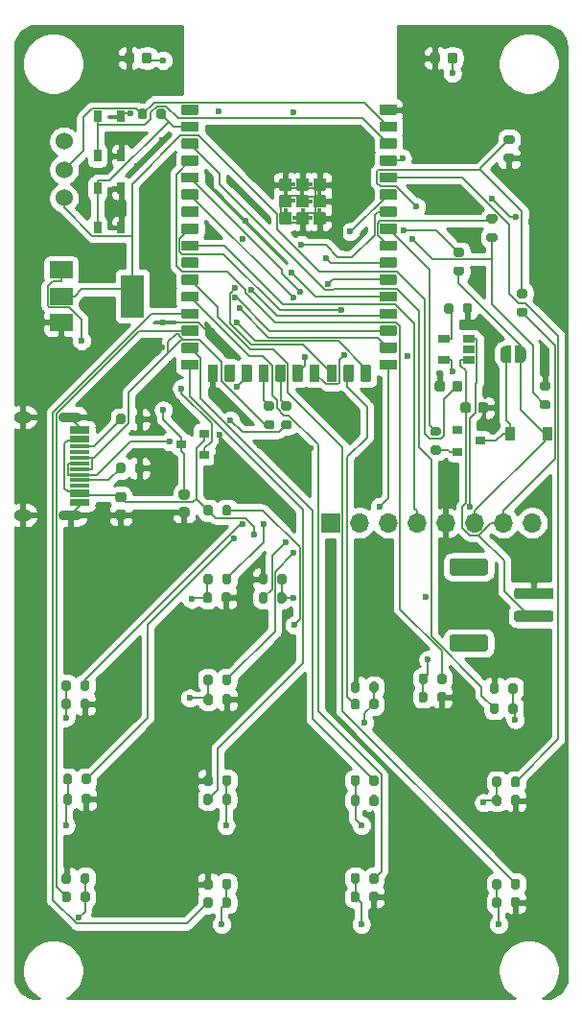
<source format=gbr>
%TF.GenerationSoftware,KiCad,Pcbnew,(5.1.12)-1*%
%TF.CreationDate,2022-08-12T17:27:40+02:00*%
%TF.ProjectId,upitchuS2,75706974-6368-4755-9332-2e6b69636164,1.1*%
%TF.SameCoordinates,Original*%
%TF.FileFunction,Copper,L2,Bot*%
%TF.FilePolarity,Positive*%
%FSLAX46Y46*%
G04 Gerber Fmt 4.6, Leading zero omitted, Abs format (unit mm)*
G04 Created by KiCad (PCBNEW (5.1.12)-1) date 2022-08-12 17:27:40*
%MOMM*%
%LPD*%
G01*
G04 APERTURE LIST*
%TA.AperFunction,SMDPad,CuDef*%
%ADD10R,0.900000X1.200000*%
%TD*%
%TA.AperFunction,SMDPad,CuDef*%
%ADD11R,0.900000X0.800000*%
%TD*%
%TA.AperFunction,SMDPad,CuDef*%
%ADD12C,0.100000*%
%TD*%
%TA.AperFunction,SMDPad,CuDef*%
%ADD13R,0.650000X1.050000*%
%TD*%
%TA.AperFunction,SMDPad,CuDef*%
%ADD14R,1.060000X0.650000*%
%TD*%
%TA.AperFunction,ComponentPad*%
%ADD15O,1.600000X1.000000*%
%TD*%
%TA.AperFunction,ComponentPad*%
%ADD16O,2.100000X0.900000*%
%TD*%
%TA.AperFunction,SMDPad,CuDef*%
%ADD17R,1.750000X0.300000*%
%TD*%
%TA.AperFunction,SMDPad,CuDef*%
%ADD18R,2.000000X3.800000*%
%TD*%
%TA.AperFunction,SMDPad,CuDef*%
%ADD19R,2.000000X1.500000*%
%TD*%
%TA.AperFunction,ComponentPad*%
%ADD20R,1.700000X1.700000*%
%TD*%
%TA.AperFunction,ComponentPad*%
%ADD21O,1.700000X1.700000*%
%TD*%
%TA.AperFunction,ComponentPad*%
%ADD22C,1.524000*%
%TD*%
%TA.AperFunction,ComponentPad*%
%ADD23C,0.400000*%
%TD*%
%TA.AperFunction,ViaPad*%
%ADD24C,0.600000*%
%TD*%
%TA.AperFunction,Conductor*%
%ADD25C,0.130000*%
%TD*%
%TA.AperFunction,Conductor*%
%ADD26C,0.254000*%
%TD*%
%TA.AperFunction,Conductor*%
%ADD27C,0.100000*%
%TD*%
G04 APERTURE END LIST*
D10*
%TO.P,D3,1*%
%TO.N,+3V3*%
X130683000Y-87630000D03*
%TO.P,D3,2*%
%TO.N,Net-(D3-Pad2)*%
X127383000Y-87630000D03*
%TD*%
D11*
%TO.P,D2,1*%
%TO.N,/VUSB*%
X100330000Y-87630000D03*
%TO.P,D2,2*%
%TO.N,/VBAT*%
X100330000Y-89530000D03*
%TO.P,D2,3*%
%TO.N,Net-(C8-Pad2)*%
X98330000Y-88580000D03*
%TD*%
%TA.AperFunction,SMDPad,CuDef*%
D12*
%TO.P,J4,1*%
%TO.N,+3V3*%
G36*
X127770000Y-79895000D02*
G01*
X128270000Y-79895000D01*
X128270000Y-79895602D01*
X128294534Y-79895602D01*
X128343365Y-79900412D01*
X128391490Y-79909984D01*
X128438445Y-79924228D01*
X128483778Y-79943005D01*
X128527051Y-79966136D01*
X128567850Y-79993396D01*
X128605779Y-80024524D01*
X128640476Y-80059221D01*
X128671604Y-80097150D01*
X128698864Y-80137949D01*
X128721995Y-80181222D01*
X128740772Y-80226555D01*
X128755016Y-80273510D01*
X128764588Y-80321635D01*
X128769398Y-80370466D01*
X128769398Y-80395000D01*
X128770000Y-80395000D01*
X128770000Y-80895000D01*
X128769398Y-80895000D01*
X128769398Y-80919534D01*
X128764588Y-80968365D01*
X128755016Y-81016490D01*
X128740772Y-81063445D01*
X128721995Y-81108778D01*
X128698864Y-81152051D01*
X128671604Y-81192850D01*
X128640476Y-81230779D01*
X128605779Y-81265476D01*
X128567850Y-81296604D01*
X128527051Y-81323864D01*
X128483778Y-81346995D01*
X128438445Y-81365772D01*
X128391490Y-81380016D01*
X128343365Y-81389588D01*
X128294534Y-81394398D01*
X128270000Y-81394398D01*
X128270000Y-81395000D01*
X127770000Y-81395000D01*
X127770000Y-79895000D01*
G37*
%TD.AperFunction*%
%TA.AperFunction,SMDPad,CuDef*%
%TO.P,J4,2*%
%TO.N,Net-(D3-Pad2)*%
G36*
X126970000Y-81394398D02*
G01*
X126945466Y-81394398D01*
X126896635Y-81389588D01*
X126848510Y-81380016D01*
X126801555Y-81365772D01*
X126756222Y-81346995D01*
X126712949Y-81323864D01*
X126672150Y-81296604D01*
X126634221Y-81265476D01*
X126599524Y-81230779D01*
X126568396Y-81192850D01*
X126541136Y-81152051D01*
X126518005Y-81108778D01*
X126499228Y-81063445D01*
X126484984Y-81016490D01*
X126475412Y-80968365D01*
X126470602Y-80919534D01*
X126470602Y-80895000D01*
X126470000Y-80895000D01*
X126470000Y-80395000D01*
X126470602Y-80395000D01*
X126470602Y-80370466D01*
X126475412Y-80321635D01*
X126484984Y-80273510D01*
X126499228Y-80226555D01*
X126518005Y-80181222D01*
X126541136Y-80137949D01*
X126568396Y-80097150D01*
X126599524Y-80059221D01*
X126634221Y-80024524D01*
X126672150Y-79993396D01*
X126712949Y-79966136D01*
X126756222Y-79943005D01*
X126801555Y-79924228D01*
X126848510Y-79909984D01*
X126896635Y-79900412D01*
X126945466Y-79895602D01*
X126970000Y-79895602D01*
X126970000Y-79895000D01*
X127470000Y-79895000D01*
X127470000Y-81395000D01*
X126970000Y-81395000D01*
X126970000Y-81394398D01*
G37*
%TD.AperFunction*%
%TD*%
D13*
%TO.P,SW2,2*%
%TO.N,Net-(R3-Pad1)*%
X90900000Y-66000000D03*
X90900000Y-69465000D03*
%TO.P,SW2,1*%
%TO.N,GND*%
X93000000Y-66000000D03*
X93000000Y-69465000D03*
%TD*%
D14*
%TO.P,U1,5*%
%TO.N,Net-(R1-Pad1)*%
X121500000Y-79270000D03*
%TO.P,U1,4*%
%TO.N,/VUSB*%
X121500000Y-81170000D03*
%TO.P,U1,3*%
%TO.N,/VBAT*%
X123700000Y-81170000D03*
%TO.P,U1,2*%
%TO.N,GND*%
X123700000Y-80220000D03*
%TO.P,U1,1*%
%TO.N,Net-(D1-Pad1)*%
X123700000Y-79270000D03*
%TD*%
D11*
%TO.P,Q1,2*%
%TO.N,Net-(Q1-Pad2)*%
X122700000Y-89220000D03*
%TO.P,Q1,1*%
%TO.N,GND*%
X122700000Y-87320000D03*
%TO.P,Q1,3*%
%TO.N,Net-(D3-Pad2)*%
X124700000Y-88270000D03*
%TD*%
D13*
%TO.P,SW1,1*%
%TO.N,GND*%
X93000000Y-63114000D03*
X93000000Y-59649000D03*
%TO.P,SW1,2*%
%TO.N,/BOOT*%
X90900000Y-63114000D03*
X90900000Y-59649000D03*
%TD*%
D15*
%TO.P,J101,S1*%
%TO.N,GND*%
X84330000Y-94820000D03*
X84330000Y-86180000D03*
D16*
X88510000Y-94820000D03*
X88510000Y-86180000D03*
D17*
%TO.P,J101,A7*%
%TO.N,/D-*%
X89350000Y-90250000D03*
%TO.P,J101,B6*%
%TO.N,/D+*%
X89350000Y-89750000D03*
%TO.P,J101,A8*%
%TO.N,N/C*%
X89350000Y-89250000D03*
%TO.P,J101,B5*%
%TO.N,Net-(J101-PadB5)*%
X89350000Y-88750000D03*
%TO.P,J101,B7*%
%TO.N,/D-*%
X89350000Y-91250000D03*
%TO.P,J101,B8*%
%TO.N,N/C*%
X89350000Y-92250000D03*
%TO.P,J101,A5*%
%TO.N,Net-(J101-PadA5)*%
X89350000Y-91750000D03*
%TO.P,J101,A6*%
%TO.N,/D+*%
X89350000Y-90750000D03*
%TO.P,J101,A1*%
%TO.N,GND*%
X89350000Y-93850000D03*
%TO.P,J101,B12*%
X89350000Y-93550000D03*
%TO.P,J101,A4*%
%TO.N,/VUSB*%
X89350000Y-93050000D03*
%TO.P,J101,B9*%
X89350000Y-92750000D03*
%TO.P,J101,A9*%
X89350000Y-87950000D03*
%TO.P,J101,B4*%
X89350000Y-88250000D03*
%TO.P,J101,B1*%
%TO.N,GND*%
X89350000Y-87450000D03*
%TO.P,J101,A12*%
X89350000Y-87150000D03*
%TD*%
D18*
%TO.P,U101,2*%
%TO.N,Net-(C9-Pad2)*%
X94000000Y-75500000D03*
D19*
X87700000Y-75500000D03*
%TO.P,U101,3*%
%TO.N,Net-(C8-Pad2)*%
X87700000Y-73200000D03*
%TO.P,U101,1*%
%TO.N,GND*%
X87700000Y-77800000D03*
%TD*%
D20*
%TO.P,J102,1*%
%TO.N,/TX0*%
X111500000Y-95500000D03*
D21*
%TO.P,J102,2*%
%TO.N,/RX0*%
X114040000Y-95500000D03*
%TO.P,J102,3*%
%TO.N,/SDA*%
X116580000Y-95500000D03*
%TO.P,J102,4*%
%TO.N,/SCL*%
X119120000Y-95500000D03*
%TO.P,J102,5*%
%TO.N,GND*%
X121660000Y-95500000D03*
%TO.P,J102,6*%
%TO.N,+3V3*%
X124200000Y-95500000D03*
%TO.P,J102,7*%
%TO.N,/VBAT*%
X126740000Y-95500000D03*
%TO.P,J102,8*%
%TO.N,/VUSB*%
X129280000Y-95500000D03*
%TD*%
%TO.P,J1,1*%
%TO.N,/VBAT*%
%TA.AperFunction,SMDPad,CuDef*%
G36*
G01*
X130950000Y-104250000D02*
X127950000Y-104250000D01*
G75*
G02*
X127700000Y-104000000I0J250000D01*
G01*
X127700000Y-103500000D01*
G75*
G02*
X127950000Y-103250000I250000J0D01*
G01*
X130950000Y-103250000D01*
G75*
G02*
X131200000Y-103500000I0J-250000D01*
G01*
X131200000Y-104000000D01*
G75*
G02*
X130950000Y-104250000I-250000J0D01*
G01*
G37*
%TD.AperFunction*%
%TO.P,J1,2*%
%TO.N,GND*%
%TA.AperFunction,SMDPad,CuDef*%
G36*
G01*
X130950000Y-102250000D02*
X127950000Y-102250000D01*
G75*
G02*
X127700000Y-102000000I0J250000D01*
G01*
X127700000Y-101500000D01*
G75*
G02*
X127950000Y-101250000I250000J0D01*
G01*
X130950000Y-101250000D01*
G75*
G02*
X131200000Y-101500000I0J-250000D01*
G01*
X131200000Y-102000000D01*
G75*
G02*
X130950000Y-102250000I-250000J0D01*
G01*
G37*
%TD.AperFunction*%
%TO.P,J1,MP*%
%TO.N,N/C*%
%TA.AperFunction,SMDPad,CuDef*%
G36*
G01*
X125150000Y-106850000D02*
X122250000Y-106850000D01*
G75*
G02*
X122000000Y-106600000I0J250000D01*
G01*
X122000000Y-105600000D01*
G75*
G02*
X122250000Y-105350000I250000J0D01*
G01*
X125150000Y-105350000D01*
G75*
G02*
X125400000Y-105600000I0J-250000D01*
G01*
X125400000Y-106600000D01*
G75*
G02*
X125150000Y-106850000I-250000J0D01*
G01*
G37*
%TD.AperFunction*%
%TA.AperFunction,SMDPad,CuDef*%
G36*
G01*
X125150000Y-100150000D02*
X122250000Y-100150000D01*
G75*
G02*
X122000000Y-99900000I0J250000D01*
G01*
X122000000Y-98900000D01*
G75*
G02*
X122250000Y-98650000I250000J0D01*
G01*
X125150000Y-98650000D01*
G75*
G02*
X125400000Y-98900000I0J-250000D01*
G01*
X125400000Y-99900000D01*
G75*
G02*
X125150000Y-100150000I-250000J0D01*
G01*
G37*
%TD.AperFunction*%
%TD*%
D22*
%TO.P,SW117,1*%
%TO.N,+3V3*%
X87950000Y-64350000D03*
%TO.P,SW117,3*%
%TO.N,N/C*%
X87950000Y-61850000D03*
%TO.P,SW117,2*%
%TO.N,Net-(C9-Pad2)*%
X87950000Y-66850000D03*
%TD*%
%TO.P,C1,1*%
%TO.N,/VUSB*%
%TA.AperFunction,SMDPad,CuDef*%
G36*
G01*
X92722000Y-92795000D02*
X93222000Y-92795000D01*
G75*
G02*
X93447000Y-93020000I0J-225000D01*
G01*
X93447000Y-93470000D01*
G75*
G02*
X93222000Y-93695000I-225000J0D01*
G01*
X92722000Y-93695000D01*
G75*
G02*
X92497000Y-93470000I0J225000D01*
G01*
X92497000Y-93020000D01*
G75*
G02*
X92722000Y-92795000I225000J0D01*
G01*
G37*
%TD.AperFunction*%
%TO.P,C1,2*%
%TO.N,GND*%
%TA.AperFunction,SMDPad,CuDef*%
G36*
G01*
X92722000Y-94345000D02*
X93222000Y-94345000D01*
G75*
G02*
X93447000Y-94570000I0J-225000D01*
G01*
X93447000Y-95020000D01*
G75*
G02*
X93222000Y-95245000I-225000J0D01*
G01*
X92722000Y-95245000D01*
G75*
G02*
X92497000Y-95020000I0J225000D01*
G01*
X92497000Y-94570000D01*
G75*
G02*
X92722000Y-94345000I225000J0D01*
G01*
G37*
%TD.AperFunction*%
%TD*%
%TO.P,C6,2*%
%TO.N,GND*%
%TA.AperFunction,SMDPad,CuDef*%
G36*
G01*
X124518000Y-85594000D02*
X124518000Y-85094000D01*
G75*
G02*
X124743000Y-84869000I225000J0D01*
G01*
X125193000Y-84869000D01*
G75*
G02*
X125418000Y-85094000I0J-225000D01*
G01*
X125418000Y-85594000D01*
G75*
G02*
X125193000Y-85819000I-225000J0D01*
G01*
X124743000Y-85819000D01*
G75*
G02*
X124518000Y-85594000I0J225000D01*
G01*
G37*
%TD.AperFunction*%
%TO.P,C6,1*%
%TO.N,/VBAT*%
%TA.AperFunction,SMDPad,CuDef*%
G36*
G01*
X122968000Y-85594000D02*
X122968000Y-85094000D01*
G75*
G02*
X123193000Y-84869000I225000J0D01*
G01*
X123643000Y-84869000D01*
G75*
G02*
X123868000Y-85094000I0J-225000D01*
G01*
X123868000Y-85594000D01*
G75*
G02*
X123643000Y-85819000I-225000J0D01*
G01*
X123193000Y-85819000D01*
G75*
G02*
X122968000Y-85594000I0J225000D01*
G01*
G37*
%TD.AperFunction*%
%TD*%
%TO.P,C8,2*%
%TO.N,Net-(C8-Pad2)*%
%TA.AperFunction,SMDPad,CuDef*%
G36*
G01*
X98810000Y-93461000D02*
X98310000Y-93461000D01*
G75*
G02*
X98085000Y-93236000I0J225000D01*
G01*
X98085000Y-92786000D01*
G75*
G02*
X98310000Y-92561000I225000J0D01*
G01*
X98810000Y-92561000D01*
G75*
G02*
X99035000Y-92786000I0J-225000D01*
G01*
X99035000Y-93236000D01*
G75*
G02*
X98810000Y-93461000I-225000J0D01*
G01*
G37*
%TD.AperFunction*%
%TO.P,C8,1*%
%TO.N,GND*%
%TA.AperFunction,SMDPad,CuDef*%
G36*
G01*
X98810000Y-95011000D02*
X98310000Y-95011000D01*
G75*
G02*
X98085000Y-94786000I0J225000D01*
G01*
X98085000Y-94336000D01*
G75*
G02*
X98310000Y-94111000I225000J0D01*
G01*
X98810000Y-94111000D01*
G75*
G02*
X99035000Y-94336000I0J-225000D01*
G01*
X99035000Y-94786000D01*
G75*
G02*
X98810000Y-95011000I-225000J0D01*
G01*
G37*
%TD.AperFunction*%
%TD*%
%TO.P,C9,1*%
%TO.N,GND*%
%TA.AperFunction,SMDPad,CuDef*%
G36*
G01*
X120691000Y-83699000D02*
X120691000Y-83199000D01*
G75*
G02*
X120916000Y-82974000I225000J0D01*
G01*
X121366000Y-82974000D01*
G75*
G02*
X121591000Y-83199000I0J-225000D01*
G01*
X121591000Y-83699000D01*
G75*
G02*
X121366000Y-83924000I-225000J0D01*
G01*
X120916000Y-83924000D01*
G75*
G02*
X120691000Y-83699000I0J225000D01*
G01*
G37*
%TD.AperFunction*%
%TO.P,C9,2*%
%TO.N,Net-(C9-Pad2)*%
%TA.AperFunction,SMDPad,CuDef*%
G36*
G01*
X122241000Y-83699000D02*
X122241000Y-83199000D01*
G75*
G02*
X122466000Y-82974000I225000J0D01*
G01*
X122916000Y-82974000D01*
G75*
G02*
X123141000Y-83199000I0J-225000D01*
G01*
X123141000Y-83699000D01*
G75*
G02*
X122916000Y-83924000I-225000J0D01*
G01*
X122466000Y-83924000D01*
G75*
G02*
X122241000Y-83699000I0J225000D01*
G01*
G37*
%TD.AperFunction*%
%TD*%
%TO.P,C101,1*%
%TO.N,/VBAT*%
%TA.AperFunction,SMDPad,CuDef*%
G36*
G01*
X95725000Y-54250000D02*
X95725000Y-54750000D01*
G75*
G02*
X95500000Y-54975000I-225000J0D01*
G01*
X95050000Y-54975000D01*
G75*
G02*
X94825000Y-54750000I0J225000D01*
G01*
X94825000Y-54250000D01*
G75*
G02*
X95050000Y-54025000I225000J0D01*
G01*
X95500000Y-54025000D01*
G75*
G02*
X95725000Y-54250000I0J-225000D01*
G01*
G37*
%TD.AperFunction*%
%TO.P,C101,2*%
%TO.N,GND*%
%TA.AperFunction,SMDPad,CuDef*%
G36*
G01*
X94175000Y-54250000D02*
X94175000Y-54750000D01*
G75*
G02*
X93950000Y-54975000I-225000J0D01*
G01*
X93500000Y-54975000D01*
G75*
G02*
X93275000Y-54750000I0J225000D01*
G01*
X93275000Y-54250000D01*
G75*
G02*
X93500000Y-54025000I225000J0D01*
G01*
X93950000Y-54025000D01*
G75*
G02*
X94175000Y-54250000I0J-225000D01*
G01*
G37*
%TD.AperFunction*%
%TD*%
%TO.P,C102,2*%
%TO.N,GND*%
%TA.AperFunction,SMDPad,CuDef*%
G36*
G01*
X121155000Y-54250000D02*
X121155000Y-54750000D01*
G75*
G02*
X120930000Y-54975000I-225000J0D01*
G01*
X120480000Y-54975000D01*
G75*
G02*
X120255000Y-54750000I0J225000D01*
G01*
X120255000Y-54250000D01*
G75*
G02*
X120480000Y-54025000I225000J0D01*
G01*
X120930000Y-54025000D01*
G75*
G02*
X121155000Y-54250000I0J-225000D01*
G01*
G37*
%TD.AperFunction*%
%TO.P,C102,1*%
%TO.N,/VBAT*%
%TA.AperFunction,SMDPad,CuDef*%
G36*
G01*
X122705000Y-54250000D02*
X122705000Y-54750000D01*
G75*
G02*
X122480000Y-54975000I-225000J0D01*
G01*
X122030000Y-54975000D01*
G75*
G02*
X121805000Y-54750000I0J225000D01*
G01*
X121805000Y-54250000D01*
G75*
G02*
X122030000Y-54025000I225000J0D01*
G01*
X122480000Y-54025000D01*
G75*
G02*
X122705000Y-54250000I0J-225000D01*
G01*
G37*
%TD.AperFunction*%
%TD*%
%TO.P,R1,1*%
%TO.N,Net-(R1-Pad1)*%
%TA.AperFunction,SMDPad,CuDef*%
G36*
G01*
X121521000Y-76856000D02*
X121521000Y-76306000D01*
G75*
G02*
X121721000Y-76106000I200000J0D01*
G01*
X122121000Y-76106000D01*
G75*
G02*
X122321000Y-76306000I0J-200000D01*
G01*
X122321000Y-76856000D01*
G75*
G02*
X122121000Y-77056000I-200000J0D01*
G01*
X121721000Y-77056000D01*
G75*
G02*
X121521000Y-76856000I0J200000D01*
G01*
G37*
%TD.AperFunction*%
%TO.P,R1,2*%
%TO.N,GND*%
%TA.AperFunction,SMDPad,CuDef*%
G36*
G01*
X123171000Y-76856000D02*
X123171000Y-76306000D01*
G75*
G02*
X123371000Y-76106000I200000J0D01*
G01*
X123771000Y-76106000D01*
G75*
G02*
X123971000Y-76306000I0J-200000D01*
G01*
X123971000Y-76856000D01*
G75*
G02*
X123771000Y-77056000I-200000J0D01*
G01*
X123371000Y-77056000D01*
G75*
G02*
X123171000Y-76856000I0J200000D01*
G01*
G37*
%TD.AperFunction*%
%TD*%
%TO.P,R2,1*%
%TO.N,/VUSB*%
%TA.AperFunction,SMDPad,CuDef*%
G36*
G01*
X100285000Y-94675000D02*
X100285000Y-94125000D01*
G75*
G02*
X100485000Y-93925000I200000J0D01*
G01*
X100885000Y-93925000D01*
G75*
G02*
X101085000Y-94125000I0J-200000D01*
G01*
X101085000Y-94675000D01*
G75*
G02*
X100885000Y-94875000I-200000J0D01*
G01*
X100485000Y-94875000D01*
G75*
G02*
X100285000Y-94675000I0J200000D01*
G01*
G37*
%TD.AperFunction*%
%TO.P,R2,2*%
%TO.N,Net-(D1-Pad2)*%
%TA.AperFunction,SMDPad,CuDef*%
G36*
G01*
X101935000Y-94675000D02*
X101935000Y-94125000D01*
G75*
G02*
X102135000Y-93925000I200000J0D01*
G01*
X102535000Y-93925000D01*
G75*
G02*
X102735000Y-94125000I0J-200000D01*
G01*
X102735000Y-94675000D01*
G75*
G02*
X102535000Y-94875000I-200000J0D01*
G01*
X102135000Y-94875000D01*
G75*
G02*
X101935000Y-94675000I0J200000D01*
G01*
G37*
%TD.AperFunction*%
%TD*%
%TO.P,R3,2*%
%TO.N,+3V3*%
%TA.AperFunction,SMDPad,CuDef*%
G36*
G01*
X95270000Y-59161000D02*
X95270000Y-59711000D01*
G75*
G02*
X95070000Y-59911000I-200000J0D01*
G01*
X94670000Y-59911000D01*
G75*
G02*
X94470000Y-59711000I0J200000D01*
G01*
X94470000Y-59161000D01*
G75*
G02*
X94670000Y-58961000I200000J0D01*
G01*
X95070000Y-58961000D01*
G75*
G02*
X95270000Y-59161000I0J-200000D01*
G01*
G37*
%TD.AperFunction*%
%TO.P,R3,1*%
%TO.N,Net-(R3-Pad1)*%
%TA.AperFunction,SMDPad,CuDef*%
G36*
G01*
X96920000Y-59161000D02*
X96920000Y-59711000D01*
G75*
G02*
X96720000Y-59911000I-200000J0D01*
G01*
X96320000Y-59911000D01*
G75*
G02*
X96120000Y-59711000I0J200000D01*
G01*
X96120000Y-59161000D01*
G75*
G02*
X96320000Y-58961000I200000J0D01*
G01*
X96720000Y-58961000D01*
G75*
G02*
X96920000Y-59161000I0J-200000D01*
G01*
G37*
%TD.AperFunction*%
%TD*%
%TO.P,R4,1*%
%TO.N,/D-*%
%TA.AperFunction,SMDPad,CuDef*%
G36*
G01*
X107873000Y-87234000D02*
X107323000Y-87234000D01*
G75*
G02*
X107123000Y-87034000I0J200000D01*
G01*
X107123000Y-86634000D01*
G75*
G02*
X107323000Y-86434000I200000J0D01*
G01*
X107873000Y-86434000D01*
G75*
G02*
X108073000Y-86634000I0J-200000D01*
G01*
X108073000Y-87034000D01*
G75*
G02*
X107873000Y-87234000I-200000J0D01*
G01*
G37*
%TD.AperFunction*%
%TO.P,R4,2*%
%TO.N,Net-(R4-Pad2)*%
%TA.AperFunction,SMDPad,CuDef*%
G36*
G01*
X107873000Y-85584000D02*
X107323000Y-85584000D01*
G75*
G02*
X107123000Y-85384000I0J200000D01*
G01*
X107123000Y-84984000D01*
G75*
G02*
X107323000Y-84784000I200000J0D01*
G01*
X107873000Y-84784000D01*
G75*
G02*
X108073000Y-84984000I0J-200000D01*
G01*
X108073000Y-85384000D01*
G75*
G02*
X107873000Y-85584000I-200000J0D01*
G01*
G37*
%TD.AperFunction*%
%TD*%
%TO.P,R5,2*%
%TO.N,Net-(R5-Pad2)*%
%TA.AperFunction,SMDPad,CuDef*%
G36*
G01*
X106349000Y-85584000D02*
X105799000Y-85584000D01*
G75*
G02*
X105599000Y-85384000I0J200000D01*
G01*
X105599000Y-84984000D01*
G75*
G02*
X105799000Y-84784000I200000J0D01*
G01*
X106349000Y-84784000D01*
G75*
G02*
X106549000Y-84984000I0J-200000D01*
G01*
X106549000Y-85384000D01*
G75*
G02*
X106349000Y-85584000I-200000J0D01*
G01*
G37*
%TD.AperFunction*%
%TO.P,R5,1*%
%TO.N,/D+*%
%TA.AperFunction,SMDPad,CuDef*%
G36*
G01*
X106349000Y-87234000D02*
X105799000Y-87234000D01*
G75*
G02*
X105599000Y-87034000I0J200000D01*
G01*
X105599000Y-86634000D01*
G75*
G02*
X105799000Y-86434000I200000J0D01*
G01*
X106349000Y-86434000D01*
G75*
G02*
X106549000Y-86634000I0J-200000D01*
G01*
X106549000Y-87034000D01*
G75*
G02*
X106349000Y-87234000I-200000J0D01*
G01*
G37*
%TD.AperFunction*%
%TD*%
%TO.P,R6,2*%
%TO.N,Net-(R6-Pad2)*%
%TA.AperFunction,SMDPad,CuDef*%
G36*
G01*
X123084000Y-72029000D02*
X122534000Y-72029000D01*
G75*
G02*
X122334000Y-71829000I0J200000D01*
G01*
X122334000Y-71429000D01*
G75*
G02*
X122534000Y-71229000I200000J0D01*
G01*
X123084000Y-71229000D01*
G75*
G02*
X123284000Y-71429000I0J-200000D01*
G01*
X123284000Y-71829000D01*
G75*
G02*
X123084000Y-72029000I-200000J0D01*
G01*
G37*
%TD.AperFunction*%
%TO.P,R6,1*%
%TO.N,+3V3*%
%TA.AperFunction,SMDPad,CuDef*%
G36*
G01*
X123084000Y-73679000D02*
X122534000Y-73679000D01*
G75*
G02*
X122334000Y-73479000I0J200000D01*
G01*
X122334000Y-73079000D01*
G75*
G02*
X122534000Y-72879000I200000J0D01*
G01*
X123084000Y-72879000D01*
G75*
G02*
X123284000Y-73079000I0J-200000D01*
G01*
X123284000Y-73479000D01*
G75*
G02*
X123084000Y-73679000I-200000J0D01*
G01*
G37*
%TD.AperFunction*%
%TD*%
%TO.P,R9,2*%
%TO.N,GND*%
%TA.AperFunction,SMDPad,CuDef*%
G36*
G01*
X130704000Y-83839000D02*
X130154000Y-83839000D01*
G75*
G02*
X129954000Y-83639000I0J200000D01*
G01*
X129954000Y-83239000D01*
G75*
G02*
X130154000Y-83039000I200000J0D01*
G01*
X130704000Y-83039000D01*
G75*
G02*
X130904000Y-83239000I0J-200000D01*
G01*
X130904000Y-83639000D01*
G75*
G02*
X130704000Y-83839000I-200000J0D01*
G01*
G37*
%TD.AperFunction*%
%TO.P,R9,1*%
%TO.N,Net-(R14-Pad2)*%
%TA.AperFunction,SMDPad,CuDef*%
G36*
G01*
X130704000Y-85489000D02*
X130154000Y-85489000D01*
G75*
G02*
X129954000Y-85289000I0J200000D01*
G01*
X129954000Y-84889000D01*
G75*
G02*
X130154000Y-84689000I200000J0D01*
G01*
X130704000Y-84689000D01*
G75*
G02*
X130904000Y-84889000I0J-200000D01*
G01*
X130904000Y-85289000D01*
G75*
G02*
X130704000Y-85489000I-200000J0D01*
G01*
G37*
%TD.AperFunction*%
%TD*%
%TO.P,R14,2*%
%TO.N,Net-(R14-Pad2)*%
%TA.AperFunction,SMDPad,CuDef*%
G36*
G01*
X125463000Y-69923000D02*
X126013000Y-69923000D01*
G75*
G02*
X126213000Y-70123000I0J-200000D01*
G01*
X126213000Y-70523000D01*
G75*
G02*
X126013000Y-70723000I-200000J0D01*
G01*
X125463000Y-70723000D01*
G75*
G02*
X125263000Y-70523000I0J200000D01*
G01*
X125263000Y-70123000D01*
G75*
G02*
X125463000Y-69923000I200000J0D01*
G01*
G37*
%TD.AperFunction*%
%TO.P,R14,1*%
%TO.N,/BUT1*%
%TA.AperFunction,SMDPad,CuDef*%
G36*
G01*
X125463000Y-68273000D02*
X126013000Y-68273000D01*
G75*
G02*
X126213000Y-68473000I0J-200000D01*
G01*
X126213000Y-68873000D01*
G75*
G02*
X126013000Y-69073000I-200000J0D01*
G01*
X125463000Y-69073000D01*
G75*
G02*
X125263000Y-68873000I0J200000D01*
G01*
X125263000Y-68473000D01*
G75*
G02*
X125463000Y-68273000I200000J0D01*
G01*
G37*
%TD.AperFunction*%
%TD*%
%TO.P,R16,2*%
%TO.N,/VBAT*%
%TA.AperFunction,SMDPad,CuDef*%
G36*
G01*
X128130000Y-76525000D02*
X128680000Y-76525000D01*
G75*
G02*
X128880000Y-76725000I0J-200000D01*
G01*
X128880000Y-77125000D01*
G75*
G02*
X128680000Y-77325000I-200000J0D01*
G01*
X128130000Y-77325000D01*
G75*
G02*
X127930000Y-77125000I0J200000D01*
G01*
X127930000Y-76725000D01*
G75*
G02*
X128130000Y-76525000I200000J0D01*
G01*
G37*
%TD.AperFunction*%
%TO.P,R16,1*%
%TO.N,/BAT_ADC*%
%TA.AperFunction,SMDPad,CuDef*%
G36*
G01*
X128130000Y-74875000D02*
X128680000Y-74875000D01*
G75*
G02*
X128880000Y-75075000I0J-200000D01*
G01*
X128880000Y-75475000D01*
G75*
G02*
X128680000Y-75675000I-200000J0D01*
G01*
X128130000Y-75675000D01*
G75*
G02*
X127930000Y-75475000I0J200000D01*
G01*
X127930000Y-75075000D01*
G75*
G02*
X128130000Y-74875000I200000J0D01*
G01*
G37*
%TD.AperFunction*%
%TD*%
%TO.P,R17,1*%
%TO.N,GND*%
%TA.AperFunction,SMDPad,CuDef*%
G36*
G01*
X127537000Y-63736000D02*
X126987000Y-63736000D01*
G75*
G02*
X126787000Y-63536000I0J200000D01*
G01*
X126787000Y-63136000D01*
G75*
G02*
X126987000Y-62936000I200000J0D01*
G01*
X127537000Y-62936000D01*
G75*
G02*
X127737000Y-63136000I0J-200000D01*
G01*
X127737000Y-63536000D01*
G75*
G02*
X127537000Y-63736000I-200000J0D01*
G01*
G37*
%TD.AperFunction*%
%TO.P,R17,2*%
%TO.N,/BAT_ADC*%
%TA.AperFunction,SMDPad,CuDef*%
G36*
G01*
X127537000Y-62086000D02*
X126987000Y-62086000D01*
G75*
G02*
X126787000Y-61886000I0J200000D01*
G01*
X126787000Y-61486000D01*
G75*
G02*
X126987000Y-61286000I200000J0D01*
G01*
X127537000Y-61286000D01*
G75*
G02*
X127737000Y-61486000I0J-200000D01*
G01*
X127737000Y-61886000D01*
G75*
G02*
X127537000Y-62086000I-200000J0D01*
G01*
G37*
%TD.AperFunction*%
%TD*%
%TO.P,R19,1*%
%TO.N,Net-(Q1-Pad2)*%
%TA.AperFunction,SMDPad,CuDef*%
G36*
G01*
X121052000Y-89495000D02*
X120502000Y-89495000D01*
G75*
G02*
X120302000Y-89295000I0J200000D01*
G01*
X120302000Y-88895000D01*
G75*
G02*
X120502000Y-88695000I200000J0D01*
G01*
X121052000Y-88695000D01*
G75*
G02*
X121252000Y-88895000I0J-200000D01*
G01*
X121252000Y-89295000D01*
G75*
G02*
X121052000Y-89495000I-200000J0D01*
G01*
G37*
%TD.AperFunction*%
%TO.P,R19,2*%
%TO.N,/PWM*%
%TA.AperFunction,SMDPad,CuDef*%
G36*
G01*
X121052000Y-87845000D02*
X120502000Y-87845000D01*
G75*
G02*
X120302000Y-87645000I0J200000D01*
G01*
X120302000Y-87245000D01*
G75*
G02*
X120502000Y-87045000I200000J0D01*
G01*
X121052000Y-87045000D01*
G75*
G02*
X121252000Y-87245000I0J-200000D01*
G01*
X121252000Y-87645000D01*
G75*
G02*
X121052000Y-87845000I-200000J0D01*
G01*
G37*
%TD.AperFunction*%
%TD*%
%TO.P,R101,2*%
%TO.N,GND*%
%TA.AperFunction,SMDPad,CuDef*%
G36*
G01*
X89525000Y-120175000D02*
X89525000Y-119625000D01*
G75*
G02*
X89725000Y-119425000I200000J0D01*
G01*
X90125000Y-119425000D01*
G75*
G02*
X90325000Y-119625000I0J-200000D01*
G01*
X90325000Y-120175000D01*
G75*
G02*
X90125000Y-120375000I-200000J0D01*
G01*
X89725000Y-120375000D01*
G75*
G02*
X89525000Y-120175000I0J200000D01*
G01*
G37*
%TD.AperFunction*%
%TO.P,R101,1*%
%TO.N,Net-(R101-Pad1)*%
%TA.AperFunction,SMDPad,CuDef*%
G36*
G01*
X87875000Y-120175000D02*
X87875000Y-119625000D01*
G75*
G02*
X88075000Y-119425000I200000J0D01*
G01*
X88475000Y-119425000D01*
G75*
G02*
X88675000Y-119625000I0J-200000D01*
G01*
X88675000Y-120175000D01*
G75*
G02*
X88475000Y-120375000I-200000J0D01*
G01*
X88075000Y-120375000D01*
G75*
G02*
X87875000Y-120175000I0J200000D01*
G01*
G37*
%TD.AperFunction*%
%TD*%
%TO.P,R102,2*%
%TO.N,GND*%
%TA.AperFunction,SMDPad,CuDef*%
G36*
G01*
X88565000Y-126598000D02*
X88565000Y-127148000D01*
G75*
G02*
X88365000Y-127348000I-200000J0D01*
G01*
X87965000Y-127348000D01*
G75*
G02*
X87765000Y-127148000I0J200000D01*
G01*
X87765000Y-126598000D01*
G75*
G02*
X87965000Y-126398000I200000J0D01*
G01*
X88365000Y-126398000D01*
G75*
G02*
X88565000Y-126598000I0J-200000D01*
G01*
G37*
%TD.AperFunction*%
%TO.P,R102,1*%
%TO.N,Net-(R102-Pad1)*%
%TA.AperFunction,SMDPad,CuDef*%
G36*
G01*
X90215000Y-126598000D02*
X90215000Y-127148000D01*
G75*
G02*
X90015000Y-127348000I-200000J0D01*
G01*
X89615000Y-127348000D01*
G75*
G02*
X89415000Y-127148000I0J200000D01*
G01*
X89415000Y-126598000D01*
G75*
G02*
X89615000Y-126398000I200000J0D01*
G01*
X90015000Y-126398000D01*
G75*
G02*
X90215000Y-126598000I0J-200000D01*
G01*
G37*
%TD.AperFunction*%
%TD*%
%TO.P,R103,2*%
%TO.N,GND*%
%TA.AperFunction,SMDPad,CuDef*%
G36*
G01*
X89415000Y-111775000D02*
X89415000Y-111225000D01*
G75*
G02*
X89615000Y-111025000I200000J0D01*
G01*
X90015000Y-111025000D01*
G75*
G02*
X90215000Y-111225000I0J-200000D01*
G01*
X90215000Y-111775000D01*
G75*
G02*
X90015000Y-111975000I-200000J0D01*
G01*
X89615000Y-111975000D01*
G75*
G02*
X89415000Y-111775000I0J200000D01*
G01*
G37*
%TD.AperFunction*%
%TO.P,R103,1*%
%TO.N,Net-(R103-Pad1)*%
%TA.AperFunction,SMDPad,CuDef*%
G36*
G01*
X87765000Y-111775000D02*
X87765000Y-111225000D01*
G75*
G02*
X87965000Y-111025000I200000J0D01*
G01*
X88365000Y-111025000D01*
G75*
G02*
X88565000Y-111225000I0J-200000D01*
G01*
X88565000Y-111775000D01*
G75*
G02*
X88365000Y-111975000I-200000J0D01*
G01*
X87965000Y-111975000D01*
G75*
G02*
X87765000Y-111775000I0J200000D01*
G01*
G37*
%TD.AperFunction*%
%TD*%
%TO.P,R104,2*%
%TO.N,GND*%
%TA.AperFunction,SMDPad,CuDef*%
G36*
G01*
X120915000Y-111146000D02*
X120915000Y-110596000D01*
G75*
G02*
X121115000Y-110396000I200000J0D01*
G01*
X121515000Y-110396000D01*
G75*
G02*
X121715000Y-110596000I0J-200000D01*
G01*
X121715000Y-111146000D01*
G75*
G02*
X121515000Y-111346000I-200000J0D01*
G01*
X121115000Y-111346000D01*
G75*
G02*
X120915000Y-111146000I0J200000D01*
G01*
G37*
%TD.AperFunction*%
%TO.P,R104,1*%
%TO.N,Net-(R104-Pad1)*%
%TA.AperFunction,SMDPad,CuDef*%
G36*
G01*
X119265000Y-111146000D02*
X119265000Y-110596000D01*
G75*
G02*
X119465000Y-110396000I200000J0D01*
G01*
X119865000Y-110396000D01*
G75*
G02*
X120065000Y-110596000I0J-200000D01*
G01*
X120065000Y-111146000D01*
G75*
G02*
X119865000Y-111346000I-200000J0D01*
G01*
X119465000Y-111346000D01*
G75*
G02*
X119265000Y-111146000I0J200000D01*
G01*
G37*
%TD.AperFunction*%
%TD*%
%TO.P,R105,1*%
%TO.N,/BUT7*%
%TA.AperFunction,SMDPad,CuDef*%
G36*
G01*
X90325000Y-117835000D02*
X90325000Y-118385000D01*
G75*
G02*
X90125000Y-118585000I-200000J0D01*
G01*
X89725000Y-118585000D01*
G75*
G02*
X89525000Y-118385000I0J200000D01*
G01*
X89525000Y-117835000D01*
G75*
G02*
X89725000Y-117635000I200000J0D01*
G01*
X90125000Y-117635000D01*
G75*
G02*
X90325000Y-117835000I0J-200000D01*
G01*
G37*
%TD.AperFunction*%
%TO.P,R105,2*%
%TO.N,Net-(R101-Pad1)*%
%TA.AperFunction,SMDPad,CuDef*%
G36*
G01*
X88675000Y-117835000D02*
X88675000Y-118385000D01*
G75*
G02*
X88475000Y-118585000I-200000J0D01*
G01*
X88075000Y-118585000D01*
G75*
G02*
X87875000Y-118385000I0J200000D01*
G01*
X87875000Y-117835000D01*
G75*
G02*
X88075000Y-117635000I200000J0D01*
G01*
X88475000Y-117635000D01*
G75*
G02*
X88675000Y-117835000I0J-200000D01*
G01*
G37*
%TD.AperFunction*%
%TD*%
%TO.P,R106,1*%
%TO.N,/BUT10*%
%TA.AperFunction,SMDPad,CuDef*%
G36*
G01*
X87775000Y-128775000D02*
X87775000Y-128225000D01*
G75*
G02*
X87975000Y-128025000I200000J0D01*
G01*
X88375000Y-128025000D01*
G75*
G02*
X88575000Y-128225000I0J-200000D01*
G01*
X88575000Y-128775000D01*
G75*
G02*
X88375000Y-128975000I-200000J0D01*
G01*
X87975000Y-128975000D01*
G75*
G02*
X87775000Y-128775000I0J200000D01*
G01*
G37*
%TD.AperFunction*%
%TO.P,R106,2*%
%TO.N,Net-(R102-Pad1)*%
%TA.AperFunction,SMDPad,CuDef*%
G36*
G01*
X89425000Y-128775000D02*
X89425000Y-128225000D01*
G75*
G02*
X89625000Y-128025000I200000J0D01*
G01*
X90025000Y-128025000D01*
G75*
G02*
X90225000Y-128225000I0J-200000D01*
G01*
X90225000Y-128775000D01*
G75*
G02*
X90025000Y-128975000I-200000J0D01*
G01*
X89625000Y-128975000D01*
G75*
G02*
X89425000Y-128775000I0J200000D01*
G01*
G37*
%TD.AperFunction*%
%TD*%
%TO.P,R107,1*%
%TO.N,/BUT4*%
%TA.AperFunction,SMDPad,CuDef*%
G36*
G01*
X90215000Y-109580000D02*
X90215000Y-110130000D01*
G75*
G02*
X90015000Y-110330000I-200000J0D01*
G01*
X89615000Y-110330000D01*
G75*
G02*
X89415000Y-110130000I0J200000D01*
G01*
X89415000Y-109580000D01*
G75*
G02*
X89615000Y-109380000I200000J0D01*
G01*
X90015000Y-109380000D01*
G75*
G02*
X90215000Y-109580000I0J-200000D01*
G01*
G37*
%TD.AperFunction*%
%TO.P,R107,2*%
%TO.N,Net-(R103-Pad1)*%
%TA.AperFunction,SMDPad,CuDef*%
G36*
G01*
X88565000Y-109580000D02*
X88565000Y-110130000D01*
G75*
G02*
X88365000Y-110330000I-200000J0D01*
G01*
X87965000Y-110330000D01*
G75*
G02*
X87765000Y-110130000I0J200000D01*
G01*
X87765000Y-109580000D01*
G75*
G02*
X87965000Y-109380000I200000J0D01*
G01*
X88365000Y-109380000D01*
G75*
G02*
X88565000Y-109580000I0J-200000D01*
G01*
G37*
%TD.AperFunction*%
%TD*%
%TO.P,R108,1*%
%TO.N,/BUT13*%
%TA.AperFunction,SMDPad,CuDef*%
G36*
G01*
X121735000Y-108987000D02*
X121735000Y-109537000D01*
G75*
G02*
X121535000Y-109737000I-200000J0D01*
G01*
X121135000Y-109737000D01*
G75*
G02*
X120935000Y-109537000I0J200000D01*
G01*
X120935000Y-108987000D01*
G75*
G02*
X121135000Y-108787000I200000J0D01*
G01*
X121535000Y-108787000D01*
G75*
G02*
X121735000Y-108987000I0J-200000D01*
G01*
G37*
%TD.AperFunction*%
%TO.P,R108,2*%
%TO.N,Net-(R104-Pad1)*%
%TA.AperFunction,SMDPad,CuDef*%
G36*
G01*
X120085000Y-108987000D02*
X120085000Y-109537000D01*
G75*
G02*
X119885000Y-109737000I-200000J0D01*
G01*
X119485000Y-109737000D01*
G75*
G02*
X119285000Y-109537000I0J200000D01*
G01*
X119285000Y-108987000D01*
G75*
G02*
X119485000Y-108787000I200000J0D01*
G01*
X119885000Y-108787000D01*
G75*
G02*
X120085000Y-108987000I0J-200000D01*
G01*
G37*
%TD.AperFunction*%
%TD*%
%TO.P,R109,2*%
%TO.N,GND*%
%TA.AperFunction,SMDPad,CuDef*%
G36*
G01*
X101085000Y-117962000D02*
X101085000Y-118512000D01*
G75*
G02*
X100885000Y-118712000I-200000J0D01*
G01*
X100485000Y-118712000D01*
G75*
G02*
X100285000Y-118512000I0J200000D01*
G01*
X100285000Y-117962000D01*
G75*
G02*
X100485000Y-117762000I200000J0D01*
G01*
X100885000Y-117762000D01*
G75*
G02*
X101085000Y-117962000I0J-200000D01*
G01*
G37*
%TD.AperFunction*%
%TO.P,R109,1*%
%TO.N,Net-(R109-Pad1)*%
%TA.AperFunction,SMDPad,CuDef*%
G36*
G01*
X102735000Y-117962000D02*
X102735000Y-118512000D01*
G75*
G02*
X102535000Y-118712000I-200000J0D01*
G01*
X102135000Y-118712000D01*
G75*
G02*
X101935000Y-118512000I0J200000D01*
G01*
X101935000Y-117962000D01*
G75*
G02*
X102135000Y-117762000I200000J0D01*
G01*
X102535000Y-117762000D01*
G75*
G02*
X102735000Y-117962000I0J-200000D01*
G01*
G37*
%TD.AperFunction*%
%TD*%
%TO.P,R110,1*%
%TO.N,Net-(R110-Pad1)*%
%TA.AperFunction,SMDPad,CuDef*%
G36*
G01*
X102715000Y-127106000D02*
X102715000Y-127656000D01*
G75*
G02*
X102515000Y-127856000I-200000J0D01*
G01*
X102115000Y-127856000D01*
G75*
G02*
X101915000Y-127656000I0J200000D01*
G01*
X101915000Y-127106000D01*
G75*
G02*
X102115000Y-126906000I200000J0D01*
G01*
X102515000Y-126906000D01*
G75*
G02*
X102715000Y-127106000I0J-200000D01*
G01*
G37*
%TD.AperFunction*%
%TO.P,R110,2*%
%TO.N,GND*%
%TA.AperFunction,SMDPad,CuDef*%
G36*
G01*
X101065000Y-127106000D02*
X101065000Y-127656000D01*
G75*
G02*
X100865000Y-127856000I-200000J0D01*
G01*
X100465000Y-127856000D01*
G75*
G02*
X100265000Y-127656000I0J200000D01*
G01*
X100265000Y-127106000D01*
G75*
G02*
X100465000Y-126906000I200000J0D01*
G01*
X100865000Y-126906000D01*
G75*
G02*
X101065000Y-127106000I0J-200000D01*
G01*
G37*
%TD.AperFunction*%
%TD*%
%TO.P,R111,2*%
%TO.N,GND*%
%TA.AperFunction,SMDPad,CuDef*%
G36*
G01*
X101935000Y-111375000D02*
X101935000Y-110825000D01*
G75*
G02*
X102135000Y-110625000I200000J0D01*
G01*
X102535000Y-110625000D01*
G75*
G02*
X102735000Y-110825000I0J-200000D01*
G01*
X102735000Y-111375000D01*
G75*
G02*
X102535000Y-111575000I-200000J0D01*
G01*
X102135000Y-111575000D01*
G75*
G02*
X101935000Y-111375000I0J200000D01*
G01*
G37*
%TD.AperFunction*%
%TO.P,R111,1*%
%TO.N,Net-(R111-Pad1)*%
%TA.AperFunction,SMDPad,CuDef*%
G36*
G01*
X100285000Y-111375000D02*
X100285000Y-110825000D01*
G75*
G02*
X100485000Y-110625000I200000J0D01*
G01*
X100885000Y-110625000D01*
G75*
G02*
X101085000Y-110825000I0J-200000D01*
G01*
X101085000Y-111375000D01*
G75*
G02*
X100885000Y-111575000I-200000J0D01*
G01*
X100485000Y-111575000D01*
G75*
G02*
X100285000Y-111375000I0J200000D01*
G01*
G37*
%TD.AperFunction*%
%TD*%
%TO.P,R112,1*%
%TO.N,Net-(R112-Pad1)*%
%TA.AperFunction,SMDPad,CuDef*%
G36*
G01*
X100230000Y-102375000D02*
X100230000Y-101825000D01*
G75*
G02*
X100430000Y-101625000I200000J0D01*
G01*
X100830000Y-101625000D01*
G75*
G02*
X101030000Y-101825000I0J-200000D01*
G01*
X101030000Y-102375000D01*
G75*
G02*
X100830000Y-102575000I-200000J0D01*
G01*
X100430000Y-102575000D01*
G75*
G02*
X100230000Y-102375000I0J200000D01*
G01*
G37*
%TD.AperFunction*%
%TO.P,R112,2*%
%TO.N,GND*%
%TA.AperFunction,SMDPad,CuDef*%
G36*
G01*
X101880000Y-102375000D02*
X101880000Y-101825000D01*
G75*
G02*
X102080000Y-101625000I200000J0D01*
G01*
X102480000Y-101625000D01*
G75*
G02*
X102680000Y-101825000I0J-200000D01*
G01*
X102680000Y-102375000D01*
G75*
G02*
X102480000Y-102575000I-200000J0D01*
G01*
X102080000Y-102575000D01*
G75*
G02*
X101880000Y-102375000I0J200000D01*
G01*
G37*
%TD.AperFunction*%
%TD*%
%TO.P,R113,2*%
%TO.N,GND*%
%TA.AperFunction,SMDPad,CuDef*%
G36*
G01*
X126365000Y-109825000D02*
X126365000Y-110375000D01*
G75*
G02*
X126165000Y-110575000I-200000J0D01*
G01*
X125765000Y-110575000D01*
G75*
G02*
X125565000Y-110375000I0J200000D01*
G01*
X125565000Y-109825000D01*
G75*
G02*
X125765000Y-109625000I200000J0D01*
G01*
X126165000Y-109625000D01*
G75*
G02*
X126365000Y-109825000I0J-200000D01*
G01*
G37*
%TD.AperFunction*%
%TO.P,R113,1*%
%TO.N,Net-(R113-Pad1)*%
%TA.AperFunction,SMDPad,CuDef*%
G36*
G01*
X128015000Y-109825000D02*
X128015000Y-110375000D01*
G75*
G02*
X127815000Y-110575000I-200000J0D01*
G01*
X127415000Y-110575000D01*
G75*
G02*
X127215000Y-110375000I0J200000D01*
G01*
X127215000Y-109825000D01*
G75*
G02*
X127415000Y-109625000I200000J0D01*
G01*
X127815000Y-109625000D01*
G75*
G02*
X128015000Y-109825000I0J-200000D01*
G01*
G37*
%TD.AperFunction*%
%TD*%
%TO.P,R114,1*%
%TO.N,/BUT8*%
%TA.AperFunction,SMDPad,CuDef*%
G36*
G01*
X100265000Y-120175000D02*
X100265000Y-119625000D01*
G75*
G02*
X100465000Y-119425000I200000J0D01*
G01*
X100865000Y-119425000D01*
G75*
G02*
X101065000Y-119625000I0J-200000D01*
G01*
X101065000Y-120175000D01*
G75*
G02*
X100865000Y-120375000I-200000J0D01*
G01*
X100465000Y-120375000D01*
G75*
G02*
X100265000Y-120175000I0J200000D01*
G01*
G37*
%TD.AperFunction*%
%TO.P,R114,2*%
%TO.N,Net-(R109-Pad1)*%
%TA.AperFunction,SMDPad,CuDef*%
G36*
G01*
X101915000Y-120175000D02*
X101915000Y-119625000D01*
G75*
G02*
X102115000Y-119425000I200000J0D01*
G01*
X102515000Y-119425000D01*
G75*
G02*
X102715000Y-119625000I0J-200000D01*
G01*
X102715000Y-120175000D01*
G75*
G02*
X102515000Y-120375000I-200000J0D01*
G01*
X102115000Y-120375000D01*
G75*
G02*
X101915000Y-120175000I0J200000D01*
G01*
G37*
%TD.AperFunction*%
%TD*%
%TO.P,R115,1*%
%TO.N,/BUT11*%
%TA.AperFunction,SMDPad,CuDef*%
G36*
G01*
X100265000Y-129275000D02*
X100265000Y-128725000D01*
G75*
G02*
X100465000Y-128525000I200000J0D01*
G01*
X100865000Y-128525000D01*
G75*
G02*
X101065000Y-128725000I0J-200000D01*
G01*
X101065000Y-129275000D01*
G75*
G02*
X100865000Y-129475000I-200000J0D01*
G01*
X100465000Y-129475000D01*
G75*
G02*
X100265000Y-129275000I0J200000D01*
G01*
G37*
%TD.AperFunction*%
%TO.P,R115,2*%
%TO.N,Net-(R110-Pad1)*%
%TA.AperFunction,SMDPad,CuDef*%
G36*
G01*
X101915000Y-129275000D02*
X101915000Y-128725000D01*
G75*
G02*
X102115000Y-128525000I200000J0D01*
G01*
X102515000Y-128525000D01*
G75*
G02*
X102715000Y-128725000I0J-200000D01*
G01*
X102715000Y-129275000D01*
G75*
G02*
X102515000Y-129475000I-200000J0D01*
G01*
X102115000Y-129475000D01*
G75*
G02*
X101915000Y-129275000I0J200000D01*
G01*
G37*
%TD.AperFunction*%
%TD*%
%TO.P,R116,1*%
%TO.N,/BUT5*%
%TA.AperFunction,SMDPad,CuDef*%
G36*
G01*
X102715000Y-109072000D02*
X102715000Y-109622000D01*
G75*
G02*
X102515000Y-109822000I-200000J0D01*
G01*
X102115000Y-109822000D01*
G75*
G02*
X101915000Y-109622000I0J200000D01*
G01*
X101915000Y-109072000D01*
G75*
G02*
X102115000Y-108872000I200000J0D01*
G01*
X102515000Y-108872000D01*
G75*
G02*
X102715000Y-109072000I0J-200000D01*
G01*
G37*
%TD.AperFunction*%
%TO.P,R116,2*%
%TO.N,Net-(R111-Pad1)*%
%TA.AperFunction,SMDPad,CuDef*%
G36*
G01*
X101065000Y-109072000D02*
X101065000Y-109622000D01*
G75*
G02*
X100865000Y-109822000I-200000J0D01*
G01*
X100465000Y-109822000D01*
G75*
G02*
X100265000Y-109622000I0J200000D01*
G01*
X100265000Y-109072000D01*
G75*
G02*
X100465000Y-108872000I200000J0D01*
G01*
X100865000Y-108872000D01*
G75*
G02*
X101065000Y-109072000I0J-200000D01*
G01*
G37*
%TD.AperFunction*%
%TD*%
%TO.P,R117,2*%
%TO.N,Net-(R112-Pad1)*%
%TA.AperFunction,SMDPad,CuDef*%
G36*
G01*
X101075000Y-100182000D02*
X101075000Y-100732000D01*
G75*
G02*
X100875000Y-100932000I-200000J0D01*
G01*
X100475000Y-100932000D01*
G75*
G02*
X100275000Y-100732000I0J200000D01*
G01*
X100275000Y-100182000D01*
G75*
G02*
X100475000Y-99982000I200000J0D01*
G01*
X100875000Y-99982000D01*
G75*
G02*
X101075000Y-100182000I0J-200000D01*
G01*
G37*
%TD.AperFunction*%
%TO.P,R117,1*%
%TO.N,/BUT2*%
%TA.AperFunction,SMDPad,CuDef*%
G36*
G01*
X102725000Y-100182000D02*
X102725000Y-100732000D01*
G75*
G02*
X102525000Y-100932000I-200000J0D01*
G01*
X102125000Y-100932000D01*
G75*
G02*
X101925000Y-100732000I0J200000D01*
G01*
X101925000Y-100182000D01*
G75*
G02*
X102125000Y-99982000I200000J0D01*
G01*
X102525000Y-99982000D01*
G75*
G02*
X102725000Y-100182000I0J-200000D01*
G01*
G37*
%TD.AperFunction*%
%TD*%
%TO.P,R118,1*%
%TO.N,/BUT14*%
%TA.AperFunction,SMDPad,CuDef*%
G36*
G01*
X125565000Y-112162000D02*
X125565000Y-111612000D01*
G75*
G02*
X125765000Y-111412000I200000J0D01*
G01*
X126165000Y-111412000D01*
G75*
G02*
X126365000Y-111612000I0J-200000D01*
G01*
X126365000Y-112162000D01*
G75*
G02*
X126165000Y-112362000I-200000J0D01*
G01*
X125765000Y-112362000D01*
G75*
G02*
X125565000Y-112162000I0J200000D01*
G01*
G37*
%TD.AperFunction*%
%TO.P,R118,2*%
%TO.N,Net-(R113-Pad1)*%
%TA.AperFunction,SMDPad,CuDef*%
G36*
G01*
X127215000Y-112162000D02*
X127215000Y-111612000D01*
G75*
G02*
X127415000Y-111412000I200000J0D01*
G01*
X127815000Y-111412000D01*
G75*
G02*
X128015000Y-111612000I0J-200000D01*
G01*
X128015000Y-112162000D01*
G75*
G02*
X127815000Y-112362000I-200000J0D01*
G01*
X127415000Y-112362000D01*
G75*
G02*
X127215000Y-112162000I0J200000D01*
G01*
G37*
%TD.AperFunction*%
%TD*%
%TO.P,R119,2*%
%TO.N,GND*%
%TA.AperFunction,SMDPad,CuDef*%
G36*
G01*
X114925000Y-120275000D02*
X114925000Y-119725000D01*
G75*
G02*
X115125000Y-119525000I200000J0D01*
G01*
X115525000Y-119525000D01*
G75*
G02*
X115725000Y-119725000I0J-200000D01*
G01*
X115725000Y-120275000D01*
G75*
G02*
X115525000Y-120475000I-200000J0D01*
G01*
X115125000Y-120475000D01*
G75*
G02*
X114925000Y-120275000I0J200000D01*
G01*
G37*
%TD.AperFunction*%
%TO.P,R119,1*%
%TO.N,Net-(R119-Pad1)*%
%TA.AperFunction,SMDPad,CuDef*%
G36*
G01*
X113275000Y-120275000D02*
X113275000Y-119725000D01*
G75*
G02*
X113475000Y-119525000I200000J0D01*
G01*
X113875000Y-119525000D01*
G75*
G02*
X114075000Y-119725000I0J-200000D01*
G01*
X114075000Y-120275000D01*
G75*
G02*
X113875000Y-120475000I-200000J0D01*
G01*
X113475000Y-120475000D01*
G75*
G02*
X113275000Y-120275000I0J200000D01*
G01*
G37*
%TD.AperFunction*%
%TD*%
%TO.P,R120,2*%
%TO.N,GND*%
%TA.AperFunction,SMDPad,CuDef*%
G36*
G01*
X114915000Y-128775000D02*
X114915000Y-128225000D01*
G75*
G02*
X115115000Y-128025000I200000J0D01*
G01*
X115515000Y-128025000D01*
G75*
G02*
X115715000Y-128225000I0J-200000D01*
G01*
X115715000Y-128775000D01*
G75*
G02*
X115515000Y-128975000I-200000J0D01*
G01*
X115115000Y-128975000D01*
G75*
G02*
X114915000Y-128775000I0J200000D01*
G01*
G37*
%TD.AperFunction*%
%TO.P,R120,1*%
%TO.N,Net-(R120-Pad1)*%
%TA.AperFunction,SMDPad,CuDef*%
G36*
G01*
X113265000Y-128775000D02*
X113265000Y-128225000D01*
G75*
G02*
X113465000Y-128025000I200000J0D01*
G01*
X113865000Y-128025000D01*
G75*
G02*
X114065000Y-128225000I0J-200000D01*
G01*
X114065000Y-128775000D01*
G75*
G02*
X113865000Y-128975000I-200000J0D01*
G01*
X113465000Y-128975000D01*
G75*
G02*
X113265000Y-128775000I0J200000D01*
G01*
G37*
%TD.AperFunction*%
%TD*%
%TO.P,R121,2*%
%TO.N,GND*%
%TA.AperFunction,SMDPad,CuDef*%
G36*
G01*
X114075000Y-109725000D02*
X114075000Y-110275000D01*
G75*
G02*
X113875000Y-110475000I-200000J0D01*
G01*
X113475000Y-110475000D01*
G75*
G02*
X113275000Y-110275000I0J200000D01*
G01*
X113275000Y-109725000D01*
G75*
G02*
X113475000Y-109525000I200000J0D01*
G01*
X113875000Y-109525000D01*
G75*
G02*
X114075000Y-109725000I0J-200000D01*
G01*
G37*
%TD.AperFunction*%
%TO.P,R121,1*%
%TO.N,Net-(R121-Pad1)*%
%TA.AperFunction,SMDPad,CuDef*%
G36*
G01*
X115725000Y-109725000D02*
X115725000Y-110275000D01*
G75*
G02*
X115525000Y-110475000I-200000J0D01*
G01*
X115125000Y-110475000D01*
G75*
G02*
X114925000Y-110275000I0J200000D01*
G01*
X114925000Y-109725000D01*
G75*
G02*
X115125000Y-109525000I200000J0D01*
G01*
X115525000Y-109525000D01*
G75*
G02*
X115725000Y-109725000I0J-200000D01*
G01*
G37*
%TD.AperFunction*%
%TD*%
%TO.P,R122,2*%
%TO.N,GND*%
%TA.AperFunction,SMDPad,CuDef*%
G36*
G01*
X105947000Y-100182000D02*
X105947000Y-100732000D01*
G75*
G02*
X105747000Y-100932000I-200000J0D01*
G01*
X105347000Y-100932000D01*
G75*
G02*
X105147000Y-100732000I0J200000D01*
G01*
X105147000Y-100182000D01*
G75*
G02*
X105347000Y-99982000I200000J0D01*
G01*
X105747000Y-99982000D01*
G75*
G02*
X105947000Y-100182000I0J-200000D01*
G01*
G37*
%TD.AperFunction*%
%TO.P,R122,1*%
%TO.N,Net-(R122-Pad1)*%
%TA.AperFunction,SMDPad,CuDef*%
G36*
G01*
X107597000Y-100182000D02*
X107597000Y-100732000D01*
G75*
G02*
X107397000Y-100932000I-200000J0D01*
G01*
X106997000Y-100932000D01*
G75*
G02*
X106797000Y-100732000I0J200000D01*
G01*
X106797000Y-100182000D01*
G75*
G02*
X106997000Y-99982000I200000J0D01*
G01*
X107397000Y-99982000D01*
G75*
G02*
X107597000Y-100182000I0J-200000D01*
G01*
G37*
%TD.AperFunction*%
%TD*%
%TO.P,R123,2*%
%TO.N,GND*%
%TA.AperFunction,SMDPad,CuDef*%
G36*
G01*
X127425000Y-120275000D02*
X127425000Y-119725000D01*
G75*
G02*
X127625000Y-119525000I200000J0D01*
G01*
X128025000Y-119525000D01*
G75*
G02*
X128225000Y-119725000I0J-200000D01*
G01*
X128225000Y-120275000D01*
G75*
G02*
X128025000Y-120475000I-200000J0D01*
G01*
X127625000Y-120475000D01*
G75*
G02*
X127425000Y-120275000I0J200000D01*
G01*
G37*
%TD.AperFunction*%
%TO.P,R123,1*%
%TO.N,Net-(R123-Pad1)*%
%TA.AperFunction,SMDPad,CuDef*%
G36*
G01*
X125775000Y-120275000D02*
X125775000Y-119725000D01*
G75*
G02*
X125975000Y-119525000I200000J0D01*
G01*
X126375000Y-119525000D01*
G75*
G02*
X126575000Y-119725000I0J-200000D01*
G01*
X126575000Y-120275000D01*
G75*
G02*
X126375000Y-120475000I-200000J0D01*
G01*
X125975000Y-120475000D01*
G75*
G02*
X125775000Y-120275000I0J200000D01*
G01*
G37*
%TD.AperFunction*%
%TD*%
%TO.P,R124,1*%
%TO.N,/BUT9*%
%TA.AperFunction,SMDPad,CuDef*%
G36*
G01*
X115725000Y-117962000D02*
X115725000Y-118512000D01*
G75*
G02*
X115525000Y-118712000I-200000J0D01*
G01*
X115125000Y-118712000D01*
G75*
G02*
X114925000Y-118512000I0J200000D01*
G01*
X114925000Y-117962000D01*
G75*
G02*
X115125000Y-117762000I200000J0D01*
G01*
X115525000Y-117762000D01*
G75*
G02*
X115725000Y-117962000I0J-200000D01*
G01*
G37*
%TD.AperFunction*%
%TO.P,R124,2*%
%TO.N,Net-(R119-Pad1)*%
%TA.AperFunction,SMDPad,CuDef*%
G36*
G01*
X114075000Y-117962000D02*
X114075000Y-118512000D01*
G75*
G02*
X113875000Y-118712000I-200000J0D01*
G01*
X113475000Y-118712000D01*
G75*
G02*
X113275000Y-118512000I0J200000D01*
G01*
X113275000Y-117962000D01*
G75*
G02*
X113475000Y-117762000I200000J0D01*
G01*
X113875000Y-117762000D01*
G75*
G02*
X114075000Y-117962000I0J-200000D01*
G01*
G37*
%TD.AperFunction*%
%TD*%
%TO.P,R125,1*%
%TO.N,/BUT12*%
%TA.AperFunction,SMDPad,CuDef*%
G36*
G01*
X115725000Y-126598000D02*
X115725000Y-127148000D01*
G75*
G02*
X115525000Y-127348000I-200000J0D01*
G01*
X115125000Y-127348000D01*
G75*
G02*
X114925000Y-127148000I0J200000D01*
G01*
X114925000Y-126598000D01*
G75*
G02*
X115125000Y-126398000I200000J0D01*
G01*
X115525000Y-126398000D01*
G75*
G02*
X115725000Y-126598000I0J-200000D01*
G01*
G37*
%TD.AperFunction*%
%TO.P,R125,2*%
%TO.N,Net-(R120-Pad1)*%
%TA.AperFunction,SMDPad,CuDef*%
G36*
G01*
X114075000Y-126598000D02*
X114075000Y-127148000D01*
G75*
G02*
X113875000Y-127348000I-200000J0D01*
G01*
X113475000Y-127348000D01*
G75*
G02*
X113275000Y-127148000I0J200000D01*
G01*
X113275000Y-126598000D01*
G75*
G02*
X113475000Y-126398000I200000J0D01*
G01*
X113875000Y-126398000D01*
G75*
G02*
X114075000Y-126598000I0J-200000D01*
G01*
G37*
%TD.AperFunction*%
%TD*%
%TO.P,R126,1*%
%TO.N,/BUT6*%
%TA.AperFunction,SMDPad,CuDef*%
G36*
G01*
X113265000Y-111775000D02*
X113265000Y-111225000D01*
G75*
G02*
X113465000Y-111025000I200000J0D01*
G01*
X113865000Y-111025000D01*
G75*
G02*
X114065000Y-111225000I0J-200000D01*
G01*
X114065000Y-111775000D01*
G75*
G02*
X113865000Y-111975000I-200000J0D01*
G01*
X113465000Y-111975000D01*
G75*
G02*
X113265000Y-111775000I0J200000D01*
G01*
G37*
%TD.AperFunction*%
%TO.P,R126,2*%
%TO.N,Net-(R121-Pad1)*%
%TA.AperFunction,SMDPad,CuDef*%
G36*
G01*
X114915000Y-111775000D02*
X114915000Y-111225000D01*
G75*
G02*
X115115000Y-111025000I200000J0D01*
G01*
X115515000Y-111025000D01*
G75*
G02*
X115715000Y-111225000I0J-200000D01*
G01*
X115715000Y-111775000D01*
G75*
G02*
X115515000Y-111975000I-200000J0D01*
G01*
X115115000Y-111975000D01*
G75*
G02*
X114915000Y-111775000I0J200000D01*
G01*
G37*
%TD.AperFunction*%
%TD*%
%TO.P,R127,1*%
%TO.N,/BUT3*%
%TA.AperFunction,SMDPad,CuDef*%
G36*
G01*
X105137000Y-102394000D02*
X105137000Y-101844000D01*
G75*
G02*
X105337000Y-101644000I200000J0D01*
G01*
X105737000Y-101644000D01*
G75*
G02*
X105937000Y-101844000I0J-200000D01*
G01*
X105937000Y-102394000D01*
G75*
G02*
X105737000Y-102594000I-200000J0D01*
G01*
X105337000Y-102594000D01*
G75*
G02*
X105137000Y-102394000I0J200000D01*
G01*
G37*
%TD.AperFunction*%
%TO.P,R127,2*%
%TO.N,Net-(R122-Pad1)*%
%TA.AperFunction,SMDPad,CuDef*%
G36*
G01*
X106787000Y-102394000D02*
X106787000Y-101844000D01*
G75*
G02*
X106987000Y-101644000I200000J0D01*
G01*
X107387000Y-101644000D01*
G75*
G02*
X107587000Y-101844000I0J-200000D01*
G01*
X107587000Y-102394000D01*
G75*
G02*
X107387000Y-102594000I-200000J0D01*
G01*
X106987000Y-102594000D01*
G75*
G02*
X106787000Y-102394000I0J200000D01*
G01*
G37*
%TD.AperFunction*%
%TD*%
%TO.P,R128,1*%
%TO.N,/BUT15*%
%TA.AperFunction,SMDPad,CuDef*%
G36*
G01*
X128225000Y-118089000D02*
X128225000Y-118639000D01*
G75*
G02*
X128025000Y-118839000I-200000J0D01*
G01*
X127625000Y-118839000D01*
G75*
G02*
X127425000Y-118639000I0J200000D01*
G01*
X127425000Y-118089000D01*
G75*
G02*
X127625000Y-117889000I200000J0D01*
G01*
X128025000Y-117889000D01*
G75*
G02*
X128225000Y-118089000I0J-200000D01*
G01*
G37*
%TD.AperFunction*%
%TO.P,R128,2*%
%TO.N,Net-(R123-Pad1)*%
%TA.AperFunction,SMDPad,CuDef*%
G36*
G01*
X126575000Y-118089000D02*
X126575000Y-118639000D01*
G75*
G02*
X126375000Y-118839000I-200000J0D01*
G01*
X125975000Y-118839000D01*
G75*
G02*
X125775000Y-118639000I0J200000D01*
G01*
X125775000Y-118089000D01*
G75*
G02*
X125975000Y-117889000I200000J0D01*
G01*
X126375000Y-117889000D01*
G75*
G02*
X126575000Y-118089000I0J-200000D01*
G01*
G37*
%TD.AperFunction*%
%TD*%
%TO.P,R129,1*%
%TO.N,Net-(J101-PadB5)*%
%TA.AperFunction,SMDPad,CuDef*%
G36*
G01*
X92565000Y-86635000D02*
X92565000Y-86085000D01*
G75*
G02*
X92765000Y-85885000I200000J0D01*
G01*
X93165000Y-85885000D01*
G75*
G02*
X93365000Y-86085000I0J-200000D01*
G01*
X93365000Y-86635000D01*
G75*
G02*
X93165000Y-86835000I-200000J0D01*
G01*
X92765000Y-86835000D01*
G75*
G02*
X92565000Y-86635000I0J200000D01*
G01*
G37*
%TD.AperFunction*%
%TO.P,R129,2*%
%TO.N,GND*%
%TA.AperFunction,SMDPad,CuDef*%
G36*
G01*
X94215000Y-86635000D02*
X94215000Y-86085000D01*
G75*
G02*
X94415000Y-85885000I200000J0D01*
G01*
X94815000Y-85885000D01*
G75*
G02*
X95015000Y-86085000I0J-200000D01*
G01*
X95015000Y-86635000D01*
G75*
G02*
X94815000Y-86835000I-200000J0D01*
G01*
X94415000Y-86835000D01*
G75*
G02*
X94215000Y-86635000I0J200000D01*
G01*
G37*
%TD.AperFunction*%
%TD*%
%TO.P,R130,2*%
%TO.N,Net-(J101-PadA5)*%
%TA.AperFunction,SMDPad,CuDef*%
G36*
G01*
X93365000Y-90403000D02*
X93365000Y-90953000D01*
G75*
G02*
X93165000Y-91153000I-200000J0D01*
G01*
X92765000Y-91153000D01*
G75*
G02*
X92565000Y-90953000I0J200000D01*
G01*
X92565000Y-90403000D01*
G75*
G02*
X92765000Y-90203000I200000J0D01*
G01*
X93165000Y-90203000D01*
G75*
G02*
X93365000Y-90403000I0J-200000D01*
G01*
G37*
%TD.AperFunction*%
%TO.P,R130,1*%
%TO.N,GND*%
%TA.AperFunction,SMDPad,CuDef*%
G36*
G01*
X95015000Y-90403000D02*
X95015000Y-90953000D01*
G75*
G02*
X94815000Y-91153000I-200000J0D01*
G01*
X94415000Y-91153000D01*
G75*
G02*
X94215000Y-90953000I0J200000D01*
G01*
X94215000Y-90403000D01*
G75*
G02*
X94415000Y-90203000I200000J0D01*
G01*
X94815000Y-90203000D01*
G75*
G02*
X95015000Y-90403000I0J-200000D01*
G01*
G37*
%TD.AperFunction*%
%TD*%
%TO.P,R131,2*%
%TO.N,GND*%
%TA.AperFunction,SMDPad,CuDef*%
G36*
G01*
X127415000Y-129275000D02*
X127415000Y-128725000D01*
G75*
G02*
X127615000Y-128525000I200000J0D01*
G01*
X128015000Y-128525000D01*
G75*
G02*
X128215000Y-128725000I0J-200000D01*
G01*
X128215000Y-129275000D01*
G75*
G02*
X128015000Y-129475000I-200000J0D01*
G01*
X127615000Y-129475000D01*
G75*
G02*
X127415000Y-129275000I0J200000D01*
G01*
G37*
%TD.AperFunction*%
%TO.P,R131,1*%
%TO.N,Net-(R131-Pad1)*%
%TA.AperFunction,SMDPad,CuDef*%
G36*
G01*
X125765000Y-129275000D02*
X125765000Y-128725000D01*
G75*
G02*
X125965000Y-128525000I200000J0D01*
G01*
X126365000Y-128525000D01*
G75*
G02*
X126565000Y-128725000I0J-200000D01*
G01*
X126565000Y-129275000D01*
G75*
G02*
X126365000Y-129475000I-200000J0D01*
G01*
X125965000Y-129475000D01*
G75*
G02*
X125765000Y-129275000I0J200000D01*
G01*
G37*
%TD.AperFunction*%
%TD*%
%TO.P,R132,1*%
%TO.N,/BUT16*%
%TA.AperFunction,SMDPad,CuDef*%
G36*
G01*
X128225000Y-127106000D02*
X128225000Y-127656000D01*
G75*
G02*
X128025000Y-127856000I-200000J0D01*
G01*
X127625000Y-127856000D01*
G75*
G02*
X127425000Y-127656000I0J200000D01*
G01*
X127425000Y-127106000D01*
G75*
G02*
X127625000Y-126906000I200000J0D01*
G01*
X128025000Y-126906000D01*
G75*
G02*
X128225000Y-127106000I0J-200000D01*
G01*
G37*
%TD.AperFunction*%
%TO.P,R132,2*%
%TO.N,Net-(R131-Pad1)*%
%TA.AperFunction,SMDPad,CuDef*%
G36*
G01*
X126575000Y-127106000D02*
X126575000Y-127656000D01*
G75*
G02*
X126375000Y-127856000I-200000J0D01*
G01*
X125975000Y-127856000D01*
G75*
G02*
X125775000Y-127656000I0J200000D01*
G01*
X125775000Y-127106000D01*
G75*
G02*
X125975000Y-126906000I200000J0D01*
G01*
X126375000Y-126906000D01*
G75*
G02*
X126575000Y-127106000I0J-200000D01*
G01*
G37*
%TD.AperFunction*%
%TD*%
%TO.P,U102,43*%
%TO.N,GND*%
%TA.AperFunction,SMDPad,CuDef*%
G36*
G01*
X109980000Y-69118100D02*
X109980000Y-68191900D01*
G75*
G02*
X110066900Y-68105000I86900J0D01*
G01*
X110993100Y-68105000D01*
G75*
G02*
X111080000Y-68191900I0J-86900D01*
G01*
X111080000Y-69118100D01*
G75*
G02*
X110993100Y-69205000I-86900J0D01*
G01*
X110066900Y-69205000D01*
G75*
G02*
X109980000Y-69118100I0J86900D01*
G01*
G37*
%TD.AperFunction*%
%TA.AperFunction,SMDPad,CuDef*%
G36*
G01*
X106980000Y-67618100D02*
X106980000Y-66691900D01*
G75*
G02*
X107066900Y-66605000I86900J0D01*
G01*
X107993100Y-66605000D01*
G75*
G02*
X108080000Y-66691900I0J-86900D01*
G01*
X108080000Y-67618100D01*
G75*
G02*
X107993100Y-67705000I-86900J0D01*
G01*
X107066900Y-67705000D01*
G75*
G02*
X106980000Y-67618100I0J86900D01*
G01*
G37*
%TD.AperFunction*%
%TA.AperFunction,SMDPad,CuDef*%
G36*
G01*
X108480000Y-67618100D02*
X108480000Y-66691900D01*
G75*
G02*
X108566900Y-66605000I86900J0D01*
G01*
X109493100Y-66605000D01*
G75*
G02*
X109580000Y-66691900I0J-86900D01*
G01*
X109580000Y-67618100D01*
G75*
G02*
X109493100Y-67705000I-86900J0D01*
G01*
X108566900Y-67705000D01*
G75*
G02*
X108480000Y-67618100I0J86900D01*
G01*
G37*
%TD.AperFunction*%
D23*
%TO.P,U102,*%
%TO.N,*%
X108254000Y-67074000D03*
X109778000Y-68598000D03*
%TO.P,U102,43*%
%TO.N,GND*%
%TA.AperFunction,SMDPad,CuDef*%
G36*
G01*
X106980000Y-69118100D02*
X106980000Y-68191900D01*
G75*
G02*
X107066900Y-68105000I86900J0D01*
G01*
X107993100Y-68105000D01*
G75*
G02*
X108080000Y-68191900I0J-86900D01*
G01*
X108080000Y-69118100D01*
G75*
G02*
X107993100Y-69205000I-86900J0D01*
G01*
X107066900Y-69205000D01*
G75*
G02*
X106980000Y-69118100I0J86900D01*
G01*
G37*
%TD.AperFunction*%
%TA.AperFunction,SMDPad,CuDef*%
G36*
G01*
X106980000Y-66118100D02*
X106980000Y-65191900D01*
G75*
G02*
X107066900Y-65105000I86900J0D01*
G01*
X107993100Y-65105000D01*
G75*
G02*
X108080000Y-65191900I0J-86900D01*
G01*
X108080000Y-66118100D01*
G75*
G02*
X107993100Y-66205000I-86900J0D01*
G01*
X107066900Y-66205000D01*
G75*
G02*
X106980000Y-66118100I0J86900D01*
G01*
G37*
%TD.AperFunction*%
%TA.AperFunction,SMDPad,CuDef*%
G36*
G01*
X108480000Y-66118100D02*
X108480000Y-65191900D01*
G75*
G02*
X108566900Y-65105000I86900J0D01*
G01*
X109493100Y-65105000D01*
G75*
G02*
X109580000Y-65191900I0J-86900D01*
G01*
X109580000Y-66118100D01*
G75*
G02*
X109493100Y-66205000I-86900J0D01*
G01*
X108566900Y-66205000D01*
G75*
G02*
X108480000Y-66118100I0J86900D01*
G01*
G37*
%TD.AperFunction*%
%TO.P,U102,*%
%TO.N,*%
X109066800Y-67886800D03*
X108304800Y-68598000D03*
X109778000Y-65600800D03*
X109778000Y-67124800D03*
%TO.P,U102,43*%
%TO.N,GND*%
%TA.AperFunction,SMDPad,CuDef*%
G36*
G01*
X109980000Y-67618100D02*
X109980000Y-66691900D01*
G75*
G02*
X110066900Y-66605000I86900J0D01*
G01*
X110993100Y-66605000D01*
G75*
G02*
X111080000Y-66691900I0J-86900D01*
G01*
X111080000Y-67618100D01*
G75*
G02*
X110993100Y-67705000I-86900J0D01*
G01*
X110066900Y-67705000D01*
G75*
G02*
X109980000Y-67618100I0J86900D01*
G01*
G37*
%TD.AperFunction*%
%TA.AperFunction,SMDPad,CuDef*%
G36*
G01*
X109980000Y-66118100D02*
X109980000Y-65191900D01*
G75*
G02*
X110066900Y-65105000I86900J0D01*
G01*
X110993100Y-65105000D01*
G75*
G02*
X111080000Y-65191900I0J-86900D01*
G01*
X111080000Y-66118100D01*
G75*
G02*
X110993100Y-66205000I-86900J0D01*
G01*
X110066900Y-66205000D01*
G75*
G02*
X109980000Y-66118100I0J86900D01*
G01*
G37*
%TD.AperFunction*%
%TO.P,U102,*%
%TO.N,*%
X110540000Y-67886800D03*
X108254000Y-65600800D03*
X110540000Y-66413600D03*
X109016000Y-66413600D03*
X107542800Y-66413600D03*
X107542800Y-67886800D03*
%TO.P,U102,43*%
%TO.N,GND*%
%TA.AperFunction,SMDPad,CuDef*%
G36*
G01*
X108480000Y-69118100D02*
X108480000Y-68191900D01*
G75*
G02*
X108566900Y-68105000I86900J0D01*
G01*
X109493100Y-68105000D01*
G75*
G02*
X109580000Y-68191900I0J-86900D01*
G01*
X109580000Y-69118100D01*
G75*
G02*
X109493100Y-69205000I-86900J0D01*
G01*
X108566900Y-69205000D01*
G75*
G02*
X108480000Y-69118100I0J86900D01*
G01*
G37*
%TD.AperFunction*%
%TO.P,U102,1*%
%TA.AperFunction,SMDPad,CuDef*%
G36*
G01*
X117340000Y-58671100D02*
X117340000Y-59428900D01*
G75*
G02*
X117268900Y-59500000I-71100J0D01*
G01*
X115911100Y-59500000D01*
G75*
G02*
X115840000Y-59428900I0J71100D01*
G01*
X115840000Y-58671100D01*
G75*
G02*
X115911100Y-58600000I71100J0D01*
G01*
X117268900Y-58600000D01*
G75*
G02*
X117340000Y-58671100I0J-71100D01*
G01*
G37*
%TD.AperFunction*%
%TO.P,U102,2*%
%TO.N,+3V3*%
%TA.AperFunction,SMDPad,CuDef*%
G36*
G01*
X117340000Y-60171100D02*
X117340000Y-60928900D01*
G75*
G02*
X117268900Y-61000000I-71100J0D01*
G01*
X115911100Y-61000000D01*
G75*
G02*
X115840000Y-60928900I0J71100D01*
G01*
X115840000Y-60171100D01*
G75*
G02*
X115911100Y-60100000I71100J0D01*
G01*
X117268900Y-60100000D01*
G75*
G02*
X117340000Y-60171100I0J-71100D01*
G01*
G37*
%TD.AperFunction*%
%TO.P,U102,3*%
%TO.N,/BOOT*%
%TA.AperFunction,SMDPad,CuDef*%
G36*
G01*
X117340000Y-61671100D02*
X117340000Y-62428900D01*
G75*
G02*
X117268900Y-62500000I-71100J0D01*
G01*
X115911100Y-62500000D01*
G75*
G02*
X115840000Y-62428900I0J71100D01*
G01*
X115840000Y-61671100D01*
G75*
G02*
X115911100Y-61600000I71100J0D01*
G01*
X117268900Y-61600000D01*
G75*
G02*
X117340000Y-61671100I0J-71100D01*
G01*
G37*
%TD.AperFunction*%
%TO.P,U102,4*%
%TO.N,/RGBi*%
%TA.AperFunction,SMDPad,CuDef*%
G36*
G01*
X117340000Y-63171100D02*
X117340000Y-63928900D01*
G75*
G02*
X117268900Y-64000000I-71100J0D01*
G01*
X115911100Y-64000000D01*
G75*
G02*
X115840000Y-63928900I0J71100D01*
G01*
X115840000Y-63171100D01*
G75*
G02*
X115911100Y-63100000I71100J0D01*
G01*
X117268900Y-63100000D01*
G75*
G02*
X117340000Y-63171100I0J-71100D01*
G01*
G37*
%TD.AperFunction*%
%TO.P,U102,5*%
%TO.N,/BUT15*%
%TA.AperFunction,SMDPad,CuDef*%
G36*
G01*
X117340000Y-64671100D02*
X117340000Y-65428900D01*
G75*
G02*
X117268900Y-65500000I-71100J0D01*
G01*
X115911100Y-65500000D01*
G75*
G02*
X115840000Y-65428900I0J71100D01*
G01*
X115840000Y-64671100D01*
G75*
G02*
X115911100Y-64600000I71100J0D01*
G01*
X117268900Y-64600000D01*
G75*
G02*
X117340000Y-64671100I0J-71100D01*
G01*
G37*
%TD.AperFunction*%
%TO.P,U102,6*%
%TO.N,/LEDA*%
%TA.AperFunction,SMDPad,CuDef*%
G36*
G01*
X117340000Y-66171100D02*
X117340000Y-66928900D01*
G75*
G02*
X117268900Y-67000000I-71100J0D01*
G01*
X115911100Y-67000000D01*
G75*
G02*
X115840000Y-66928900I0J71100D01*
G01*
X115840000Y-66171100D01*
G75*
G02*
X115911100Y-66100000I71100J0D01*
G01*
X117268900Y-66100000D01*
G75*
G02*
X117340000Y-66171100I0J-71100D01*
G01*
G37*
%TD.AperFunction*%
%TO.P,U102,7*%
%TO.N,/3VDISPL*%
%TA.AperFunction,SMDPad,CuDef*%
G36*
G01*
X117340000Y-67671100D02*
X117340000Y-68428900D01*
G75*
G02*
X117268900Y-68500000I-71100J0D01*
G01*
X115911100Y-68500000D01*
G75*
G02*
X115840000Y-68428900I0J71100D01*
G01*
X115840000Y-67671100D01*
G75*
G02*
X115911100Y-67600000I71100J0D01*
G01*
X117268900Y-67600000D01*
G75*
G02*
X117340000Y-67671100I0J-71100D01*
G01*
G37*
%TD.AperFunction*%
%TO.P,U102,8*%
%TO.N,/PWM*%
%TA.AperFunction,SMDPad,CuDef*%
G36*
G01*
X117340000Y-69171100D02*
X117340000Y-69928900D01*
G75*
G02*
X117268900Y-70000000I-71100J0D01*
G01*
X115911100Y-70000000D01*
G75*
G02*
X115840000Y-69928900I0J71100D01*
G01*
X115840000Y-69171100D01*
G75*
G02*
X115911100Y-69100000I71100J0D01*
G01*
X117268900Y-69100000D01*
G75*
G02*
X117340000Y-69171100I0J-71100D01*
G01*
G37*
%TD.AperFunction*%
%TO.P,U102,9*%
%TO.N,/BUT1*%
%TA.AperFunction,SMDPad,CuDef*%
G36*
G01*
X117340000Y-70671100D02*
X117340000Y-71428900D01*
G75*
G02*
X117268900Y-71500000I-71100J0D01*
G01*
X115911100Y-71500000D01*
G75*
G02*
X115840000Y-71428900I0J71100D01*
G01*
X115840000Y-70671100D01*
G75*
G02*
X115911100Y-70600000I71100J0D01*
G01*
X117268900Y-70600000D01*
G75*
G02*
X117340000Y-70671100I0J-71100D01*
G01*
G37*
%TD.AperFunction*%
%TO.P,U102,10*%
%TO.N,/BUT2*%
%TA.AperFunction,SMDPad,CuDef*%
G36*
G01*
X117340000Y-72171100D02*
X117340000Y-72928900D01*
G75*
G02*
X117268900Y-73000000I-71100J0D01*
G01*
X115911100Y-73000000D01*
G75*
G02*
X115840000Y-72928900I0J71100D01*
G01*
X115840000Y-72171100D01*
G75*
G02*
X115911100Y-72100000I71100J0D01*
G01*
X117268900Y-72100000D01*
G75*
G02*
X117340000Y-72171100I0J-71100D01*
G01*
G37*
%TD.AperFunction*%
%TO.P,U102,11*%
%TO.N,/BUT3*%
%TA.AperFunction,SMDPad,CuDef*%
G36*
G01*
X117340000Y-73671100D02*
X117340000Y-74428900D01*
G75*
G02*
X117268900Y-74500000I-71100J0D01*
G01*
X115911100Y-74500000D01*
G75*
G02*
X115840000Y-74428900I0J71100D01*
G01*
X115840000Y-73671100D01*
G75*
G02*
X115911100Y-73600000I71100J0D01*
G01*
X117268900Y-73600000D01*
G75*
G02*
X117340000Y-73671100I0J-71100D01*
G01*
G37*
%TD.AperFunction*%
%TO.P,U102,12*%
%TO.N,/BUT4*%
%TA.AperFunction,SMDPad,CuDef*%
G36*
G01*
X117340000Y-75171100D02*
X117340000Y-75928900D01*
G75*
G02*
X117268900Y-76000000I-71100J0D01*
G01*
X115911100Y-76000000D01*
G75*
G02*
X115840000Y-75928900I0J71100D01*
G01*
X115840000Y-75171100D01*
G75*
G02*
X115911100Y-75100000I71100J0D01*
G01*
X117268900Y-75100000D01*
G75*
G02*
X117340000Y-75171100I0J-71100D01*
G01*
G37*
%TD.AperFunction*%
%TO.P,U102,13*%
%TO.N,/SCI_CS*%
%TA.AperFunction,SMDPad,CuDef*%
G36*
G01*
X117340000Y-76671100D02*
X117340000Y-77428900D01*
G75*
G02*
X117268900Y-77500000I-71100J0D01*
G01*
X115911100Y-77500000D01*
G75*
G02*
X115840000Y-77428900I0J71100D01*
G01*
X115840000Y-76671100D01*
G75*
G02*
X115911100Y-76600000I71100J0D01*
G01*
X117268900Y-76600000D01*
G75*
G02*
X117340000Y-76671100I0J-71100D01*
G01*
G37*
%TD.AperFunction*%
%TO.P,U102,14*%
%TO.N,/MOSI*%
%TA.AperFunction,SMDPad,CuDef*%
G36*
G01*
X117340000Y-78171100D02*
X117340000Y-78928900D01*
G75*
G02*
X117268900Y-79000000I-71100J0D01*
G01*
X115911100Y-79000000D01*
G75*
G02*
X115840000Y-78928900I0J71100D01*
G01*
X115840000Y-78171100D01*
G75*
G02*
X115911100Y-78100000I71100J0D01*
G01*
X117268900Y-78100000D01*
G75*
G02*
X117340000Y-78171100I0J-71100D01*
G01*
G37*
%TD.AperFunction*%
%TO.P,U102,15*%
%TO.N,/SCK*%
%TA.AperFunction,SMDPad,CuDef*%
G36*
G01*
X117340000Y-79671100D02*
X117340000Y-80428900D01*
G75*
G02*
X117268900Y-80500000I-71100J0D01*
G01*
X115911100Y-80500000D01*
G75*
G02*
X115840000Y-80428900I0J71100D01*
G01*
X115840000Y-79671100D01*
G75*
G02*
X115911100Y-79600000I71100J0D01*
G01*
X117268900Y-79600000D01*
G75*
G02*
X117340000Y-79671100I0J-71100D01*
G01*
G37*
%TD.AperFunction*%
%TO.P,U102,16*%
%TO.N,/BUT5*%
%TA.AperFunction,SMDPad,CuDef*%
G36*
G01*
X117340000Y-81171100D02*
X117340000Y-81928900D01*
G75*
G02*
X117268900Y-82000000I-71100J0D01*
G01*
X115911100Y-82000000D01*
G75*
G02*
X115840000Y-81928900I0J71100D01*
G01*
X115840000Y-81171100D01*
G75*
G02*
X115911100Y-81100000I71100J0D01*
G01*
X117268900Y-81100000D01*
G75*
G02*
X117340000Y-81171100I0J-71100D01*
G01*
G37*
%TD.AperFunction*%
%TO.P,U102,41*%
%TO.N,Net-(R3-Pad1)*%
%TA.AperFunction,SMDPad,CuDef*%
G36*
G01*
X99840000Y-60171100D02*
X99840000Y-60928900D01*
G75*
G02*
X99768900Y-61000000I-71100J0D01*
G01*
X98411100Y-61000000D01*
G75*
G02*
X98340000Y-60928900I0J71100D01*
G01*
X98340000Y-60171100D01*
G75*
G02*
X98411100Y-60100000I71100J0D01*
G01*
X99768900Y-60100000D01*
G75*
G02*
X99840000Y-60171100I0J-71100D01*
G01*
G37*
%TD.AperFunction*%
%TO.P,U102,42*%
%TO.N,GND*%
%TA.AperFunction,SMDPad,CuDef*%
G36*
G01*
X99840000Y-58671100D02*
X99840000Y-59428900D01*
G75*
G02*
X99768900Y-59500000I-71100J0D01*
G01*
X98411100Y-59500000D01*
G75*
G02*
X98340000Y-59428900I0J71100D01*
G01*
X98340000Y-58671100D01*
G75*
G02*
X98411100Y-58600000I71100J0D01*
G01*
X99768900Y-58600000D01*
G75*
G02*
X99840000Y-58671100I0J-71100D01*
G01*
G37*
%TD.AperFunction*%
%TO.P,U102,38*%
%TO.N,/RX0*%
%TA.AperFunction,SMDPad,CuDef*%
G36*
G01*
X99840000Y-64671100D02*
X99840000Y-65428900D01*
G75*
G02*
X99768900Y-65500000I-71100J0D01*
G01*
X98411100Y-65500000D01*
G75*
G02*
X98340000Y-65428900I0J71100D01*
G01*
X98340000Y-64671100D01*
G75*
G02*
X98411100Y-64600000I71100J0D01*
G01*
X99768900Y-64600000D01*
G75*
G02*
X99840000Y-64671100I0J-71100D01*
G01*
G37*
%TD.AperFunction*%
%TO.P,U102,40*%
%TO.N,/BUT14*%
%TA.AperFunction,SMDPad,CuDef*%
G36*
G01*
X99840000Y-61671100D02*
X99840000Y-62428900D01*
G75*
G02*
X99768900Y-62500000I-71100J0D01*
G01*
X98411100Y-62500000D01*
G75*
G02*
X98340000Y-62428900I0J71100D01*
G01*
X98340000Y-61671100D01*
G75*
G02*
X98411100Y-61600000I71100J0D01*
G01*
X99768900Y-61600000D01*
G75*
G02*
X99840000Y-61671100I0J-71100D01*
G01*
G37*
%TD.AperFunction*%
%TO.P,U102,37*%
%TO.N,/TX0*%
%TA.AperFunction,SMDPad,CuDef*%
G36*
G01*
X99840000Y-66171100D02*
X99840000Y-66928900D01*
G75*
G02*
X99768900Y-67000000I-71100J0D01*
G01*
X98411100Y-67000000D01*
G75*
G02*
X98340000Y-66928900I0J71100D01*
G01*
X98340000Y-66171100D01*
G75*
G02*
X98411100Y-66100000I71100J0D01*
G01*
X99768900Y-66100000D01*
G75*
G02*
X99840000Y-66171100I0J-71100D01*
G01*
G37*
%TD.AperFunction*%
%TO.P,U102,36*%
%TO.N,N/C*%
%TA.AperFunction,SMDPad,CuDef*%
G36*
G01*
X99840000Y-67671100D02*
X99840000Y-68428900D01*
G75*
G02*
X99768900Y-68500000I-71100J0D01*
G01*
X98411100Y-68500000D01*
G75*
G02*
X98340000Y-68428900I0J71100D01*
G01*
X98340000Y-67671100D01*
G75*
G02*
X98411100Y-67600000I71100J0D01*
G01*
X99768900Y-67600000D01*
G75*
G02*
X99840000Y-67671100I0J-71100D01*
G01*
G37*
%TD.AperFunction*%
%TO.P,U102,35*%
%TO.N,/SDA*%
%TA.AperFunction,SMDPad,CuDef*%
G36*
G01*
X99840000Y-69171100D02*
X99840000Y-69928900D01*
G75*
G02*
X99768900Y-70000000I-71100J0D01*
G01*
X98411100Y-70000000D01*
G75*
G02*
X98340000Y-69928900I0J71100D01*
G01*
X98340000Y-69171100D01*
G75*
G02*
X98411100Y-69100000I71100J0D01*
G01*
X99768900Y-69100000D01*
G75*
G02*
X99840000Y-69171100I0J-71100D01*
G01*
G37*
%TD.AperFunction*%
%TO.P,U102,34*%
%TO.N,/SCL*%
%TA.AperFunction,SMDPad,CuDef*%
G36*
G01*
X99840000Y-70671100D02*
X99840000Y-71428900D01*
G75*
G02*
X99768900Y-71500000I-71100J0D01*
G01*
X98411100Y-71500000D01*
G75*
G02*
X98340000Y-71428900I0J71100D01*
G01*
X98340000Y-70671100D01*
G75*
G02*
X98411100Y-70600000I71100J0D01*
G01*
X99768900Y-70600000D01*
G75*
G02*
X99840000Y-70671100I0J-71100D01*
G01*
G37*
%TD.AperFunction*%
%TO.P,U102,33*%
%TO.N,N/C*%
%TA.AperFunction,SMDPad,CuDef*%
G36*
G01*
X99840000Y-72171100D02*
X99840000Y-72928900D01*
G75*
G02*
X99768900Y-73000000I-71100J0D01*
G01*
X98411100Y-73000000D01*
G75*
G02*
X98340000Y-72928900I0J71100D01*
G01*
X98340000Y-72171100D01*
G75*
G02*
X98411100Y-72100000I71100J0D01*
G01*
X99768900Y-72100000D01*
G75*
G02*
X99840000Y-72171100I0J-71100D01*
G01*
G37*
%TD.AperFunction*%
%TO.P,U102,39*%
%TO.N,/BUT13*%
%TA.AperFunction,SMDPad,CuDef*%
G36*
G01*
X99840000Y-63171100D02*
X99840000Y-63928900D01*
G75*
G02*
X99768900Y-64000000I-71100J0D01*
G01*
X98411100Y-64000000D01*
G75*
G02*
X98340000Y-63928900I0J71100D01*
G01*
X98340000Y-63171100D01*
G75*
G02*
X98411100Y-63100000I71100J0D01*
G01*
X99768900Y-63100000D01*
G75*
G02*
X99840000Y-63171100I0J-71100D01*
G01*
G37*
%TD.AperFunction*%
%TO.P,U102,31*%
%TO.N,/BUT12*%
%TA.AperFunction,SMDPad,CuDef*%
G36*
G01*
X99840000Y-75171100D02*
X99840000Y-75928900D01*
G75*
G02*
X99768900Y-76000000I-71100J0D01*
G01*
X98411100Y-76000000D01*
G75*
G02*
X98340000Y-75928900I0J71100D01*
G01*
X98340000Y-75171100D01*
G75*
G02*
X98411100Y-75100000I71100J0D01*
G01*
X99768900Y-75100000D01*
G75*
G02*
X99840000Y-75171100I0J-71100D01*
G01*
G37*
%TD.AperFunction*%
%TO.P,U102,29*%
%TO.N,/BUT10*%
%TA.AperFunction,SMDPad,CuDef*%
G36*
G01*
X99840000Y-78171100D02*
X99840000Y-78928900D01*
G75*
G02*
X99768900Y-79000000I-71100J0D01*
G01*
X98411100Y-79000000D01*
G75*
G02*
X98340000Y-78928900I0J71100D01*
G01*
X98340000Y-78171100D01*
G75*
G02*
X98411100Y-78100000I71100J0D01*
G01*
X99768900Y-78100000D01*
G75*
G02*
X99840000Y-78171100I0J-71100D01*
G01*
G37*
%TD.AperFunction*%
%TO.P,U102,28*%
%TO.N,/BUT9*%
%TA.AperFunction,SMDPad,CuDef*%
G36*
G01*
X99840000Y-79671100D02*
X99840000Y-80428900D01*
G75*
G02*
X99768900Y-80500000I-71100J0D01*
G01*
X98411100Y-80500000D01*
G75*
G02*
X98340000Y-80428900I0J71100D01*
G01*
X98340000Y-79671100D01*
G75*
G02*
X98411100Y-79600000I71100J0D01*
G01*
X99768900Y-79600000D01*
G75*
G02*
X99840000Y-79671100I0J-71100D01*
G01*
G37*
%TD.AperFunction*%
%TO.P,U102,32*%
%TO.N,/BUT16*%
%TA.AperFunction,SMDPad,CuDef*%
G36*
G01*
X99840000Y-73671100D02*
X99840000Y-74428900D01*
G75*
G02*
X99768900Y-74500000I-71100J0D01*
G01*
X98411100Y-74500000D01*
G75*
G02*
X98340000Y-74428900I0J71100D01*
G01*
X98340000Y-73671100D01*
G75*
G02*
X98411100Y-73600000I71100J0D01*
G01*
X99768900Y-73600000D01*
G75*
G02*
X99840000Y-73671100I0J-71100D01*
G01*
G37*
%TD.AperFunction*%
%TO.P,U102,30*%
%TO.N,/BUT11*%
%TA.AperFunction,SMDPad,CuDef*%
G36*
G01*
X99840000Y-76671100D02*
X99840000Y-77428900D01*
G75*
G02*
X99768900Y-77500000I-71100J0D01*
G01*
X98411100Y-77500000D01*
G75*
G02*
X98340000Y-77428900I0J71100D01*
G01*
X98340000Y-76671100D01*
G75*
G02*
X98411100Y-76600000I71100J0D01*
G01*
X99768900Y-76600000D01*
G75*
G02*
X99840000Y-76671100I0J-71100D01*
G01*
G37*
%TD.AperFunction*%
%TO.P,U102,27*%
%TO.N,/BUT8*%
%TA.AperFunction,SMDPad,CuDef*%
G36*
G01*
X99840000Y-81171100D02*
X99840000Y-81928900D01*
G75*
G02*
X99768900Y-82000000I-71100J0D01*
G01*
X98411100Y-82000000D01*
G75*
G02*
X98340000Y-81928900I0J71100D01*
G01*
X98340000Y-81171100D01*
G75*
G02*
X98411100Y-81100000I71100J0D01*
G01*
X99768900Y-81100000D01*
G75*
G02*
X99840000Y-81171100I0J-71100D01*
G01*
G37*
%TD.AperFunction*%
%TO.P,U102,17*%
%TO.N,/SPI_DC*%
%TA.AperFunction,SMDPad,CuDef*%
G36*
G01*
X114968900Y-83050000D02*
X114211100Y-83050000D01*
G75*
G02*
X114140000Y-82978900I0J71100D01*
G01*
X114140000Y-81621100D01*
G75*
G02*
X114211100Y-81550000I71100J0D01*
G01*
X114968900Y-81550000D01*
G75*
G02*
X115040000Y-81621100I0J-71100D01*
G01*
X115040000Y-82978900D01*
G75*
G02*
X114968900Y-83050000I-71100J0D01*
G01*
G37*
%TD.AperFunction*%
%TO.P,U102,18*%
%TO.N,/BUT6*%
%TA.AperFunction,SMDPad,CuDef*%
G36*
G01*
X113468900Y-83050000D02*
X112711100Y-83050000D01*
G75*
G02*
X112640000Y-82978900I0J71100D01*
G01*
X112640000Y-81621100D01*
G75*
G02*
X112711100Y-81550000I71100J0D01*
G01*
X113468900Y-81550000D01*
G75*
G02*
X113540000Y-81621100I0J-71100D01*
G01*
X113540000Y-82978900D01*
G75*
G02*
X113468900Y-83050000I-71100J0D01*
G01*
G37*
%TD.AperFunction*%
%TO.P,U102,19*%
%TO.N,/DisplRST*%
%TA.AperFunction,SMDPad,CuDef*%
G36*
G01*
X111968900Y-83050000D02*
X111211100Y-83050000D01*
G75*
G02*
X111140000Y-82978900I0J71100D01*
G01*
X111140000Y-81621100D01*
G75*
G02*
X111211100Y-81550000I71100J0D01*
G01*
X111968900Y-81550000D01*
G75*
G02*
X112040000Y-81621100I0J-71100D01*
G01*
X112040000Y-82978900D01*
G75*
G02*
X111968900Y-83050000I-71100J0D01*
G01*
G37*
%TD.AperFunction*%
%TO.P,U102,20*%
%TO.N,/BAT_ADC*%
%TA.AperFunction,SMDPad,CuDef*%
G36*
G01*
X110468900Y-83050000D02*
X109711100Y-83050000D01*
G75*
G02*
X109640000Y-82978900I0J71100D01*
G01*
X109640000Y-81621100D01*
G75*
G02*
X109711100Y-81550000I71100J0D01*
G01*
X110468900Y-81550000D01*
G75*
G02*
X110540000Y-81621100I0J-71100D01*
G01*
X110540000Y-82978900D01*
G75*
G02*
X110468900Y-83050000I-71100J0D01*
G01*
G37*
%TD.AperFunction*%
%TO.P,U102,21*%
%TO.N,Net-(R6-Pad2)*%
%TA.AperFunction,SMDPad,CuDef*%
G36*
G01*
X108968900Y-83050000D02*
X108211100Y-83050000D01*
G75*
G02*
X108140000Y-82978900I0J71100D01*
G01*
X108140000Y-81621100D01*
G75*
G02*
X108211100Y-81550000I71100J0D01*
G01*
X108968900Y-81550000D01*
G75*
G02*
X109040000Y-81621100I0J-71100D01*
G01*
X109040000Y-82978900D01*
G75*
G02*
X108968900Y-83050000I-71100J0D01*
G01*
G37*
%TD.AperFunction*%
%TO.P,U102,22*%
%TO.N,Net-(R4-Pad2)*%
%TA.AperFunction,SMDPad,CuDef*%
G36*
G01*
X107468900Y-83050000D02*
X106711100Y-83050000D01*
G75*
G02*
X106640000Y-82978900I0J71100D01*
G01*
X106640000Y-81621100D01*
G75*
G02*
X106711100Y-81550000I71100J0D01*
G01*
X107468900Y-81550000D01*
G75*
G02*
X107540000Y-81621100I0J-71100D01*
G01*
X107540000Y-82978900D01*
G75*
G02*
X107468900Y-83050000I-71100J0D01*
G01*
G37*
%TD.AperFunction*%
%TO.P,U102,23*%
%TO.N,Net-(R5-Pad2)*%
%TA.AperFunction,SMDPad,CuDef*%
G36*
G01*
X105968900Y-83050000D02*
X105211100Y-83050000D01*
G75*
G02*
X105140000Y-82978900I0J71100D01*
G01*
X105140000Y-81621100D01*
G75*
G02*
X105211100Y-81550000I71100J0D01*
G01*
X105968900Y-81550000D01*
G75*
G02*
X106040000Y-81621100I0J-71100D01*
G01*
X106040000Y-82978900D01*
G75*
G02*
X105968900Y-83050000I-71100J0D01*
G01*
G37*
%TD.AperFunction*%
%TO.P,U102,24*%
%TO.N,/BUT7*%
%TA.AperFunction,SMDPad,CuDef*%
G36*
G01*
X104468900Y-83050000D02*
X103711100Y-83050000D01*
G75*
G02*
X103640000Y-82978900I0J71100D01*
G01*
X103640000Y-81621100D01*
G75*
G02*
X103711100Y-81550000I71100J0D01*
G01*
X104468900Y-81550000D01*
G75*
G02*
X104540000Y-81621100I0J-71100D01*
G01*
X104540000Y-82978900D01*
G75*
G02*
X104468900Y-83050000I-71100J0D01*
G01*
G37*
%TD.AperFunction*%
%TO.P,U102,25*%
%TO.N,N/C*%
%TA.AperFunction,SMDPad,CuDef*%
G36*
G01*
X102968900Y-83050000D02*
X102211100Y-83050000D01*
G75*
G02*
X102140000Y-82978900I0J71100D01*
G01*
X102140000Y-81621100D01*
G75*
G02*
X102211100Y-81550000I71100J0D01*
G01*
X102968900Y-81550000D01*
G75*
G02*
X103040000Y-81621100I0J-71100D01*
G01*
X103040000Y-82978900D01*
G75*
G02*
X102968900Y-83050000I-71100J0D01*
G01*
G37*
%TD.AperFunction*%
%TO.P,U102,26*%
%TO.N,GND*%
%TA.AperFunction,SMDPad,CuDef*%
G36*
G01*
X101468900Y-83050000D02*
X100711100Y-83050000D01*
G75*
G02*
X100640000Y-82978900I0J71100D01*
G01*
X100640000Y-81621100D01*
G75*
G02*
X100711100Y-81550000I71100J0D01*
G01*
X101468900Y-81550000D01*
G75*
G02*
X101540000Y-81621100I0J-71100D01*
G01*
X101540000Y-82978900D01*
G75*
G02*
X101468900Y-83050000I-71100J0D01*
G01*
G37*
%TD.AperFunction*%
%TD*%
D24*
%TO.N,/VUSB*%
X104759200Y-96565600D03*
X122229500Y-82187000D03*
%TO.N,GND*%
X99400000Y-59100000D03*
X115300000Y-119950000D03*
X122900000Y-87350000D03*
X124900000Y-85200000D03*
X130350000Y-101750000D03*
X93050000Y-66000000D03*
X121250000Y-83350000D03*
X123500000Y-80200000D03*
X96000000Y-67000000D03*
X94400000Y-64050000D03*
X96600000Y-61700000D03*
X101200000Y-61050000D03*
X108200000Y-59300000D03*
X120350000Y-63050000D03*
X101750000Y-96100000D03*
X101250000Y-92050000D03*
X101700000Y-87700000D03*
X96800000Y-89500000D03*
X96000000Y-87250000D03*
X125800000Y-83150000D03*
X130250000Y-82000000D03*
X128750000Y-62900000D03*
X123950000Y-62200000D03*
X129200000Y-68950000D03*
X127850000Y-68550000D03*
X125703818Y-66896182D03*
X94050000Y-62100000D03*
X93800000Y-59400000D03*
X97900000Y-57350000D03*
X101650000Y-59200000D03*
X93950000Y-112200000D03*
X130200000Y-106100000D03*
X106100000Y-66200000D03*
X120300000Y-121450000D03*
X118250000Y-120200000D03*
X101000000Y-81800000D03*
X112500000Y-68400000D03*
X112950000Y-71300000D03*
X105250000Y-88650000D03*
X109750000Y-88950000D03*
X111400000Y-85900000D03*
X113550000Y-86700000D03*
X105700000Y-115150000D03*
X108200000Y-115950000D03*
X109850000Y-124000000D03*
X116150000Y-101800000D03*
X119900000Y-102000000D03*
X115250000Y-104550000D03*
X118100000Y-106300000D03*
X120650000Y-113100000D03*
X97500000Y-81450000D03*
X96650000Y-80050000D03*
X96700000Y-77850000D03*
X101000000Y-78600000D03*
X104750000Y-67450000D03*
X104000000Y-68850000D03*
X103700000Y-70450000D03*
X101600000Y-70300000D03*
X122600000Y-66900000D03*
X123600000Y-70000000D03*
X124500000Y-73750000D03*
X115300000Y-89450000D03*
X118300000Y-80800000D03*
%TO.N,/VBAT*%
X98345000Y-83627100D03*
X96695500Y-54705000D03*
X122244500Y-55847900D03*
%TO.N,Net-(C8-Pad2)*%
X96720400Y-85546000D03*
X89497900Y-79428200D03*
%TO.N,Net-(D1-Pad1)*%
X123803800Y-94086000D03*
%TO.N,Net-(D1-Pad2)*%
X108272800Y-104524500D03*
%TO.N,/D-*%
X97254000Y-88319000D03*
X102642000Y-86449700D03*
%TO.N,Net-(R6-Pad2)*%
X117962600Y-69657600D03*
X109242800Y-80863500D03*
%TO.N,Net-(R14-Pad2)*%
X118680100Y-70463300D03*
%TO.N,/BUT2*%
X105564900Y-95569600D03*
X111104500Y-72156300D03*
%TO.N,/BUT3*%
X107495600Y-97202300D03*
X111239600Y-74457500D03*
%TO.N,/BAT_ADC*%
X119089200Y-67606800D03*
X112706700Y-80672600D03*
%TO.N,/BUT4*%
X103766900Y-95620700D03*
X108067900Y-73438200D03*
%TO.N,/DisplRST*%
X103079000Y-74773400D03*
%TO.N,/SPI_DC*%
X103211600Y-77856100D03*
%TO.N,/SCK*%
X103442800Y-76586600D03*
%TO.N,/MOSI*%
X103091500Y-75666800D03*
%TO.N,/SCI_CS*%
X104471400Y-74970900D03*
%TO.N,/3VDISPL*%
X108925100Y-70970900D03*
%TO.N,/LEDA*%
X113221200Y-69806900D03*
%TO.N,/RGBi*%
X117838200Y-63351300D03*
%TO.N,Net-(R101-Pad1)*%
X88128000Y-122195000D03*
%TO.N,Net-(R102-Pad1)*%
X89249500Y-130353900D03*
%TO.N,Net-(R103-Pad1)*%
X88128000Y-112680000D03*
%TO.N,Net-(R104-Pad1)*%
X120083200Y-107569400D03*
%TO.N,/BUT7*%
X102989200Y-96878200D03*
X103218000Y-83501800D03*
%TO.N,Net-(R109-Pad1)*%
X102255300Y-122195000D03*
%TO.N,Net-(R110-Pad1)*%
X101871500Y-130927900D03*
%TO.N,Net-(R111-Pad1)*%
X99066800Y-110959200D03*
%TO.N,Net-(R112-Pad1)*%
X99222900Y-102251900D03*
%TO.N,Net-(R113-Pad1)*%
X127810000Y-112856400D03*
%TO.N,/BUT5*%
X108220800Y-98180800D03*
X115807500Y-94091300D03*
%TO.N,Net-(R119-Pad1)*%
X114216500Y-122195000D03*
%TO.N,Net-(R120-Pad1)*%
X114204000Y-130925000D03*
%TO.N,Net-(R121-Pad1)*%
X114508100Y-113136900D03*
%TO.N,Net-(R122-Pad1)*%
X108228100Y-102101100D03*
%TO.N,Net-(R123-Pad1)*%
X125008100Y-120191500D03*
%TO.N,/TX0*%
X108185600Y-75650300D03*
%TO.N,/RX0*%
X108767600Y-75078500D03*
%TO.N,/SDA*%
X112446300Y-76758100D03*
%TO.N,Net-(R131-Pad1)*%
X126335000Y-130927900D03*
%TD*%
D25*
%TO.N,/VUSB*%
X104759200Y-96565600D02*
X104759200Y-95861800D01*
X104759200Y-95861800D02*
X103968700Y-95071300D01*
X103968700Y-95071300D02*
X101356300Y-95071300D01*
X101356300Y-95071300D02*
X100685000Y-94400000D01*
X100685000Y-94400000D02*
X99651100Y-93366100D01*
X122225300Y-81170000D02*
X122225300Y-82182800D01*
X122225300Y-82182800D02*
X122229500Y-82187000D01*
X99651100Y-93366100D02*
X99651100Y-88904200D01*
X99651100Y-88904200D02*
X100330000Y-88225300D01*
X92972000Y-93245000D02*
X93408000Y-93681000D01*
X93408000Y-93681000D02*
X99336200Y-93681000D01*
X99336200Y-93681000D02*
X99651100Y-93366100D01*
X89350000Y-93050000D02*
X92777000Y-93050000D01*
X92777000Y-93050000D02*
X92972000Y-93245000D01*
X100330000Y-87630000D02*
X100330000Y-88225300D01*
X89350000Y-88250000D02*
X88279700Y-88250000D01*
X89350000Y-92750000D02*
X88279700Y-92750000D01*
X88279700Y-92750000D02*
X88008000Y-92478300D01*
X88008000Y-92478300D02*
X88008000Y-88521700D01*
X88008000Y-88521700D02*
X88279700Y-88250000D01*
X89350000Y-88250000D02*
X89350000Y-87950000D01*
X89350000Y-93050000D02*
X89350000Y-92750000D01*
X121500000Y-81170000D02*
X122225300Y-81170000D01*
%TO.N,GND*%
X101250000Y-92050000D02*
X101250000Y-89600000D01*
X101700000Y-89150000D02*
X101700000Y-87700000D01*
X101250000Y-89600000D02*
X101700000Y-89150000D01*
X127357636Y-68550000D02*
X125703818Y-66896182D01*
X127850000Y-68550000D02*
X127357636Y-68550000D01*
X93249000Y-59400000D02*
X93000000Y-59649000D01*
X93800000Y-59400000D02*
X93249000Y-59400000D01*
X108689199Y-65995801D02*
X109030000Y-65655000D01*
X107870801Y-65995801D02*
X108689199Y-65995801D01*
X107530000Y-65655000D02*
X107870801Y-65995801D01*
X110308402Y-65655000D02*
X110530000Y-65655000D01*
X109967601Y-65995801D02*
X110308402Y-65655000D01*
X109588399Y-65995801D02*
X109967601Y-65995801D01*
X109247598Y-65655000D02*
X109588399Y-65995801D01*
X109030000Y-65655000D02*
X109247598Y-65655000D01*
X110144999Y-66769999D02*
X110530000Y-67155000D01*
X110144999Y-66040001D02*
X110144999Y-66769999D01*
X110530000Y-65655000D02*
X110144999Y-66040001D01*
X110530000Y-68461402D02*
X110530000Y-68655000D01*
X110144999Y-68076401D02*
X110530000Y-68461402D01*
X110144999Y-67697199D02*
X110144999Y-68076401D01*
X110530000Y-67312198D02*
X110144999Y-67697199D01*
X110530000Y-67155000D02*
X110530000Y-67312198D01*
X110392802Y-67155000D02*
X110530000Y-67155000D01*
X109967601Y-66729799D02*
X110392802Y-67155000D01*
X109588399Y-66729799D02*
X109967601Y-66729799D01*
X109163198Y-67155000D02*
X109588399Y-66729799D01*
X109030000Y-67155000D02*
X109163198Y-67155000D01*
X108553999Y-66678999D02*
X109030000Y-67155000D01*
X108064399Y-66678999D02*
X108553999Y-66678999D01*
X107588398Y-67155000D02*
X108064399Y-66678999D01*
X107530000Y-67155000D02*
X107588398Y-67155000D01*
X107147799Y-68272799D02*
X107530000Y-68655000D01*
X107147799Y-67537201D02*
X107147799Y-68272799D01*
X107530000Y-67155000D02*
X107147799Y-67537201D01*
X108691999Y-68993001D02*
X109030000Y-68655000D01*
X107868001Y-68993001D02*
X108691999Y-68993001D01*
X107530000Y-68655000D02*
X107868001Y-68993001D01*
X110077999Y-68202999D02*
X110530000Y-68655000D01*
X109482001Y-68202999D02*
X110077999Y-68202999D01*
X109030000Y-68655000D02*
X109482001Y-68202999D01*
X89350000Y-93980000D02*
X88510000Y-94820000D01*
X89350000Y-93850000D02*
X89350000Y-93980000D01*
X89350000Y-87020000D02*
X88510000Y-86180000D01*
X89350000Y-87450000D02*
X89350000Y-87020000D01*
X112500000Y-70850000D02*
X112950000Y-71300000D01*
X112500000Y-68400000D02*
X112500000Y-70850000D01*
X105250000Y-88650000D02*
X106350000Y-88650000D01*
X106350000Y-88650000D02*
X108750000Y-91050000D01*
X108750000Y-91050000D02*
X109150000Y-91050000D01*
X109600000Y-89100000D02*
X109750000Y-88950000D01*
X109600000Y-90600000D02*
X109600000Y-89100000D01*
X109150000Y-91050000D02*
X109600000Y-90600000D01*
X112750000Y-85900000D02*
X113550000Y-86700000D01*
X111400000Y-85900000D02*
X112750000Y-85900000D01*
X100574138Y-78600000D02*
X101000000Y-78600000D01*
X99824138Y-77850000D02*
X100574138Y-78600000D01*
X96700000Y-77850000D02*
X99824138Y-77850000D01*
%TO.N,+3V3*%
X128270000Y-80645000D02*
X128270000Y-79820900D01*
X128270000Y-79820900D02*
X122809000Y-74359900D01*
X122809000Y-74359900D02*
X122809000Y-73279000D01*
X130360400Y-87630000D02*
X128270000Y-85539600D01*
X128270000Y-85539600D02*
X128270000Y-80645000D01*
X116590000Y-60550000D02*
X114440600Y-58400600D01*
X114440600Y-58400600D02*
X95905400Y-58400600D01*
X95905400Y-58400600D02*
X94870000Y-59436000D01*
X124200000Y-94454700D02*
X130360400Y-88294300D01*
X130360400Y-88294300D02*
X130360400Y-87630000D01*
X87950000Y-64350000D02*
X89643500Y-62656500D01*
X89643500Y-62656500D02*
X89643500Y-59744000D01*
X89643500Y-59744000D02*
X90458900Y-58928600D01*
X90458900Y-58928600D02*
X94362600Y-58928600D01*
X94362600Y-58928600D02*
X94870000Y-59436000D01*
X124200000Y-95500000D02*
X124200000Y-94454700D01*
X130683000Y-87630000D02*
X130360400Y-87630000D01*
%TO.N,/VBAT*%
X100330000Y-89530000D02*
X100330000Y-88934700D01*
X98345000Y-83627100D02*
X98345000Y-84107200D01*
X98345000Y-84107200D02*
X100975400Y-86737600D01*
X100975400Y-86737600D02*
X100975400Y-88289300D01*
X100975400Y-88289300D02*
X100330000Y-88934700D01*
X96695500Y-54705000D02*
X95480000Y-54705000D01*
X95480000Y-54705000D02*
X95275000Y-54500000D01*
X126740000Y-95500000D02*
X126740000Y-94454700D01*
X128405000Y-76925000D02*
X131328400Y-79848400D01*
X131328400Y-79848400D02*
X131328400Y-89866300D01*
X131328400Y-89866300D02*
X126740000Y-94454700D01*
X123700000Y-81170000D02*
X122974700Y-81170000D01*
X123418000Y-85344000D02*
X123418000Y-93771400D01*
X123418000Y-93771400D02*
X123134100Y-94055300D01*
X123134100Y-94055300D02*
X123134100Y-95931500D01*
X123134100Y-95931500D02*
X123803500Y-96600900D01*
X123803500Y-96600900D02*
X124593800Y-96600900D01*
X122974700Y-81170000D02*
X122974700Y-81652300D01*
X122974700Y-81652300D02*
X123418000Y-82095600D01*
X123418000Y-82095600D02*
X123418000Y-85344000D01*
X124593800Y-96600900D02*
X125694700Y-95500000D01*
X124593800Y-96600900D02*
X126844100Y-98851200D01*
X126844100Y-98851200D02*
X126844100Y-101551200D01*
X126844100Y-101551200D02*
X129042900Y-103750000D01*
X129042900Y-103750000D02*
X129450000Y-103750000D01*
X126740000Y-95500000D02*
X125694700Y-95500000D01*
X122255000Y-54500000D02*
X122244500Y-54510500D01*
X122244500Y-54510500D02*
X122244500Y-55847900D01*
%TO.N,Net-(C8-Pad2)*%
X98330000Y-88580000D02*
X98330000Y-89175300D01*
X98560000Y-93011000D02*
X98560000Y-89405300D01*
X98560000Y-89405300D02*
X98330000Y-89175300D01*
X96720400Y-85546000D02*
X96720400Y-86375100D01*
X96720400Y-86375100D02*
X98330000Y-87984700D01*
X87700000Y-73200000D02*
X87700000Y-74145300D01*
X98330000Y-88580000D02*
X98330000Y-87984700D01*
X87700000Y-74145300D02*
X86991000Y-74145300D01*
X86991000Y-74145300D02*
X86504600Y-74631700D01*
X86504600Y-74631700D02*
X86504600Y-76330800D01*
X86504600Y-76330800D02*
X86619200Y-76445400D01*
X86619200Y-76445400D02*
X88385600Y-76445400D01*
X88385600Y-76445400D02*
X89497900Y-77557700D01*
X89497900Y-77557700D02*
X89497900Y-79428200D01*
%TO.N,Net-(D1-Pad1)*%
X123700000Y-79270000D02*
X124425300Y-79270000D01*
X124425300Y-79270000D02*
X124425300Y-83144100D01*
X124425300Y-83144100D02*
X124285200Y-83284200D01*
X124285200Y-83284200D02*
X124285200Y-85784700D01*
X124285200Y-85784700D02*
X123803800Y-86266100D01*
X123803800Y-86266100D02*
X123803800Y-94086000D01*
%TO.N,Net-(D1-Pad2)*%
X108272800Y-104524500D02*
X108768200Y-104029100D01*
X108768200Y-104029100D02*
X108768200Y-97680900D01*
X108768200Y-97680900D02*
X105487300Y-94400000D01*
X105487300Y-94400000D02*
X102335000Y-94400000D01*
%TO.N,Net-(D3-Pad2)*%
X127383000Y-87630000D02*
X127383000Y-86834700D01*
X126970000Y-80645000D02*
X126970000Y-86421700D01*
X126970000Y-86421700D02*
X127383000Y-86834700D01*
X127383000Y-87630000D02*
X126737700Y-87630000D01*
X124700000Y-88270000D02*
X126097700Y-88270000D01*
X126097700Y-88270000D02*
X126737700Y-87630000D01*
%TO.N,/D-*%
X97254000Y-88319000D02*
X93822000Y-88319000D01*
X93822000Y-88319000D02*
X90891000Y-91250000D01*
X90891000Y-91250000D02*
X89350000Y-91250000D01*
X107598000Y-86834000D02*
X106931300Y-87500700D01*
X106931300Y-87500700D02*
X103693000Y-87500700D01*
X103693000Y-87500700D02*
X102642000Y-86449700D01*
X89350000Y-90250000D02*
X88279700Y-90250000D01*
X89350000Y-91250000D02*
X88279700Y-91250000D01*
X88279700Y-91250000D02*
X88279700Y-90250000D01*
%TO.N,/D+*%
X90420300Y-89750000D02*
X89350000Y-89750000D01*
X90420300Y-90750000D02*
X90420300Y-89750000D01*
X89350000Y-90750000D02*
X90420300Y-90750000D01*
X98144990Y-78894990D02*
X98144990Y-79039128D01*
X98100000Y-78850000D02*
X98144990Y-78894990D01*
X97145001Y-80552799D02*
X97145001Y-79554999D01*
X99927700Y-79391000D02*
X101840000Y-81303300D01*
X101840000Y-83020300D02*
X105653700Y-86834000D01*
X97145001Y-79554999D02*
X97850000Y-78850000D01*
X93652200Y-84045600D02*
X97123900Y-80573900D01*
X97850000Y-78850000D02*
X98100000Y-78850000D01*
X93652200Y-86710600D02*
X93652200Y-84045600D01*
X97123900Y-80573900D02*
X97145001Y-80552799D01*
X90612800Y-89750000D02*
X93652200Y-86710600D01*
X105653700Y-86834000D02*
X106074000Y-86834000D01*
X90420300Y-89750000D02*
X90612800Y-89750000D01*
X98144990Y-79039128D02*
X98405862Y-79300000D01*
X97123900Y-80573900D02*
X98306800Y-79391000D01*
X98306800Y-79391000D02*
X99927700Y-79391000D01*
X101840000Y-81303300D02*
X101840000Y-83020300D01*
%TO.N,Net-(Q1-Pad2)*%
X122700000Y-89220000D02*
X122054700Y-89220000D01*
X120777000Y-89095000D02*
X121929700Y-89095000D01*
X121929700Y-89095000D02*
X122054700Y-89220000D01*
%TO.N,Net-(R1-Pad1)*%
X121500000Y-79270000D02*
X122225300Y-79270000D01*
X121921000Y-76581000D02*
X122225300Y-76885300D01*
X122225300Y-76885300D02*
X122225300Y-79270000D01*
%TO.N,Net-(R4-Pad2)*%
X107090000Y-82300000D02*
X107090000Y-84676000D01*
X107090000Y-84676000D02*
X107598000Y-85184000D01*
%TO.N,Net-(R5-Pad2)*%
X105590000Y-82300000D02*
X105590000Y-84700000D01*
X105590000Y-84700000D02*
X106074000Y-85184000D01*
%TO.N,Net-(R6-Pad2)*%
X117962600Y-69657600D02*
X120837600Y-69657600D01*
X120837600Y-69657600D02*
X122809000Y-71629000D01*
X108590000Y-82300000D02*
X109242800Y-81647200D01*
X109242800Y-81647200D02*
X109242800Y-80863500D01*
%TO.N,Net-(R14-Pad2)*%
X125738000Y-72256800D02*
X125738000Y-76235100D01*
X125738000Y-76235100D02*
X129375200Y-79872300D01*
X129375200Y-79872300D02*
X129375200Y-84035200D01*
X129375200Y-84035200D02*
X130429000Y-85089000D01*
X125738000Y-70323000D02*
X125738000Y-72256800D01*
X125738000Y-72256800D02*
X120473600Y-72256800D01*
X120473600Y-72256800D02*
X118680100Y-70463300D01*
%TO.N,/BUT2*%
X105564900Y-95569600D02*
X105564900Y-97217100D01*
X105564900Y-97217100D02*
X102325000Y-100457000D01*
X116590000Y-72550000D02*
X111498200Y-72550000D01*
X111498200Y-72550000D02*
X111104500Y-72156300D01*
%TO.N,/BUT3*%
X107495600Y-97202300D02*
X106325200Y-98372700D01*
X106325200Y-98372700D02*
X106325200Y-101330800D01*
X106325200Y-101330800D02*
X105537000Y-102119000D01*
X116590000Y-74050000D02*
X111647100Y-74050000D01*
X111647100Y-74050000D02*
X111239600Y-74457500D01*
%TO.N,/BAT_ADC*%
X124720300Y-64359300D02*
X128405000Y-68044000D01*
X128405000Y-68044000D02*
X128405000Y-75275000D01*
X127262000Y-61686000D02*
X124720300Y-64227700D01*
X124720300Y-64227700D02*
X124720300Y-64359300D01*
X119089200Y-67606800D02*
X117282400Y-65800000D01*
X117282400Y-65800000D02*
X115881600Y-65800000D01*
X115881600Y-65800000D02*
X115591100Y-65509500D01*
X115591100Y-65509500D02*
X115591100Y-64491000D01*
X115591100Y-64491000D02*
X115722800Y-64359300D01*
X115722800Y-64359300D02*
X124720300Y-64359300D01*
X110090000Y-82300000D02*
X111066800Y-83276800D01*
X111066800Y-83276800D02*
X112095500Y-83276800D01*
X112095500Y-83276800D02*
X112235700Y-83136600D01*
X112235700Y-83136600D02*
X112235700Y-81143600D01*
X112235700Y-81143600D02*
X112706700Y-80672600D01*
%TO.N,/PWM*%
X116590000Y-69550000D02*
X120244200Y-73204200D01*
X120244200Y-73204200D02*
X120244200Y-86912200D01*
X120244200Y-86912200D02*
X120777000Y-87445000D01*
%TO.N,/BUT1*%
X116590000Y-71050000D02*
X115629800Y-70089800D01*
X115629800Y-70089800D02*
X115629800Y-69065000D01*
X115629800Y-69065000D02*
X115845500Y-68849300D01*
X115845500Y-68849300D02*
X125561700Y-68849300D01*
X125561700Y-68849300D02*
X125738000Y-68673000D01*
%TO.N,/BUT4*%
X103766900Y-95620700D02*
X103546300Y-95620700D01*
X103546300Y-95620700D02*
X89815000Y-109352000D01*
X89815000Y-109352000D02*
X89815000Y-109855000D01*
X116590000Y-75550000D02*
X110179700Y-75550000D01*
X110179700Y-75550000D02*
X108067900Y-73438200D01*
%TO.N,/BOOT*%
X90900000Y-60369300D02*
X90900000Y-63114000D01*
X90900000Y-60009100D02*
X90900000Y-60369300D01*
X90900000Y-59649000D02*
X90900000Y-60009100D01*
X116590000Y-62050000D02*
X114340000Y-59800000D01*
X114340000Y-59800000D02*
X98021100Y-59800000D01*
X98021100Y-59800000D02*
X96971600Y-58750500D01*
X96971600Y-58750500D02*
X96167900Y-58750500D01*
X96167900Y-58750500D02*
X95596400Y-59322000D01*
X95596400Y-59322000D02*
X95596400Y-59865100D01*
X95596400Y-59865100D02*
X95092200Y-60369300D01*
X95092200Y-60369300D02*
X90900000Y-60369300D01*
%TO.N,/DisplRST*%
X111590000Y-82300000D02*
X109102700Y-79812700D01*
X109102700Y-79812700D02*
X104461200Y-79812700D01*
X104461200Y-79812700D02*
X102596100Y-77947600D01*
X102596100Y-77947600D02*
X102596100Y-75256300D01*
X102596100Y-75256300D02*
X103079000Y-74773400D01*
%TO.N,/SPI_DC*%
X114590000Y-82300000D02*
X114590000Y-81855400D01*
X114590000Y-81855400D02*
X112194900Y-79460300D01*
X112194900Y-79460300D02*
X104815800Y-79460300D01*
X104815800Y-79460300D02*
X103211600Y-77856100D01*
%TO.N,/SCK*%
X116590000Y-80050000D02*
X115685500Y-79145500D01*
X115685500Y-79145500D02*
X106001700Y-79145500D01*
X106001700Y-79145500D02*
X103442800Y-76586600D01*
%TO.N,/MOSI*%
X116590000Y-78550000D02*
X106106700Y-78550000D01*
X106106700Y-78550000D02*
X103223500Y-75666800D01*
X103223500Y-75666800D02*
X103091500Y-75666800D01*
%TO.N,/SCI_CS*%
X116590000Y-77050000D02*
X116370700Y-77269300D01*
X116370700Y-77269300D02*
X106769800Y-77269300D01*
X106769800Y-77269300D02*
X104471400Y-74970900D01*
%TO.N,/3VDISPL*%
X115369790Y-68358810D02*
X115678600Y-68050000D01*
X115678600Y-68050000D02*
X116590000Y-68050000D01*
X115369790Y-70080210D02*
X115369790Y-68358810D01*
X113400000Y-72050000D02*
X115369790Y-70080210D01*
X112150000Y-72050000D02*
X113400000Y-72050000D01*
X111070900Y-70970900D02*
X112150000Y-72050000D01*
X108925100Y-70970900D02*
X111070900Y-70970900D01*
%TO.N,/LEDA*%
X116590000Y-66550000D02*
X113333100Y-69806900D01*
X113333100Y-69806900D02*
X113221200Y-69806900D01*
%TO.N,/RGBi*%
X116590000Y-63550000D02*
X117639500Y-63550000D01*
X117639500Y-63550000D02*
X117838200Y-63351300D01*
%TO.N,Net-(J101-PadB5)*%
X92965000Y-86360000D02*
X90575000Y-88750000D01*
X90575000Y-88750000D02*
X89350000Y-88750000D01*
%TO.N,Net-(J101-PadA5)*%
X92965000Y-90678000D02*
X91893000Y-91750000D01*
X91893000Y-91750000D02*
X89350000Y-91750000D01*
%TO.N,Net-(R101-Pad1)*%
X88275000Y-119900000D02*
X88275000Y-118110000D01*
X88128000Y-122195000D02*
X88128000Y-120047000D01*
X88128000Y-120047000D02*
X88275000Y-119900000D01*
%TO.N,Net-(R102-Pad1)*%
X89825000Y-128500000D02*
X89825000Y-129778400D01*
X89825000Y-129778400D02*
X89249500Y-130353900D01*
X89815000Y-126873000D02*
X89825000Y-126883000D01*
X89825000Y-126883000D02*
X89825000Y-128500000D01*
%TO.N,Net-(R103-Pad1)*%
X88165000Y-111500000D02*
X88128000Y-111537000D01*
X88128000Y-111537000D02*
X88128000Y-112680000D01*
X88165000Y-111500000D02*
X88165000Y-109855000D01*
%TO.N,Net-(R104-Pad1)*%
X119685000Y-109262000D02*
X120083200Y-108863800D01*
X120083200Y-108863800D02*
X120083200Y-107569400D01*
X119665000Y-110871000D02*
X119685000Y-110851000D01*
X119685000Y-110851000D02*
X119685000Y-109262000D01*
%TO.N,/BUT7*%
X102989200Y-96878200D02*
X95328400Y-104539000D01*
X95328400Y-104539000D02*
X95328400Y-112706600D01*
X95328400Y-112706600D02*
X89925000Y-118110000D01*
X104090000Y-82300000D02*
X104090000Y-82629800D01*
X104090000Y-82629800D02*
X103218000Y-83501800D01*
%TO.N,/BUT10*%
X99090000Y-78550000D02*
X94561500Y-78550000D01*
X94561500Y-78550000D02*
X87264600Y-85846900D01*
X87264600Y-85846900D02*
X87264600Y-127589600D01*
X87264600Y-127589600D02*
X88175000Y-128500000D01*
%TO.N,/BUT13*%
X99090000Y-63550000D02*
X97882700Y-64757300D01*
X97882700Y-64757300D02*
X97882700Y-72819900D01*
X97882700Y-72819900D02*
X98362800Y-73300000D01*
X98362800Y-73300000D02*
X102343300Y-73300000D01*
X102343300Y-73300000D02*
X103976100Y-74932800D01*
X103976100Y-74932800D02*
X103976100Y-75176000D01*
X103976100Y-75176000D02*
X106600100Y-77800000D01*
X106600100Y-77800000D02*
X117291000Y-77800000D01*
X117291000Y-77800000D02*
X117625300Y-78134300D01*
X117625300Y-78134300D02*
X117625300Y-103108800D01*
X117625300Y-103108800D02*
X121335000Y-106818500D01*
X121335000Y-106818500D02*
X121335000Y-109262000D01*
%TO.N,Net-(R109-Pad1)*%
X102315000Y-119900000D02*
X102255300Y-119959700D01*
X102255300Y-119959700D02*
X102255300Y-122195000D01*
X102335000Y-118237000D02*
X102315000Y-118257000D01*
X102315000Y-118257000D02*
X102315000Y-119900000D01*
%TO.N,Net-(R110-Pad1)*%
X102315000Y-129000000D02*
X101871500Y-129443500D01*
X101871500Y-129443500D02*
X101871500Y-130927900D01*
X102315000Y-129000000D02*
X102315000Y-127381000D01*
%TO.N,Net-(R111-Pad1)*%
X100665000Y-110959200D02*
X100665000Y-109347000D01*
X100685000Y-111100000D02*
X100665000Y-111080000D01*
X100665000Y-111080000D02*
X100665000Y-110959200D01*
X100665000Y-110959200D02*
X99066800Y-110959200D01*
%TO.N,Net-(R112-Pad1)*%
X100630000Y-102100000D02*
X99374800Y-102100000D01*
X99374800Y-102100000D02*
X99222900Y-102251900D01*
X100675000Y-100457000D02*
X100630000Y-100502000D01*
X100630000Y-100502000D02*
X100630000Y-102100000D01*
%TO.N,Net-(R113-Pad1)*%
X127615000Y-111887000D02*
X127810000Y-112082000D01*
X127810000Y-112082000D02*
X127810000Y-112856400D01*
X127615000Y-110100000D02*
X127615000Y-111887000D01*
%TO.N,/BUT8*%
X100665000Y-119900000D02*
X101510000Y-119055000D01*
X101510000Y-119055000D02*
X101510000Y-115428100D01*
X101510000Y-115428100D02*
X109029900Y-107908200D01*
X109029900Y-107908200D02*
X109029900Y-94311100D01*
X109029900Y-94311100D02*
X99090000Y-84371200D01*
X99090000Y-84371200D02*
X99090000Y-81550000D01*
%TO.N,/BUT11*%
X99090000Y-77050000D02*
X95692800Y-77050000D01*
X95692800Y-77050000D02*
X86988200Y-85754600D01*
X86988200Y-85754600D02*
X86988200Y-128793100D01*
X86988200Y-128793100D02*
X89061000Y-130865900D01*
X89061000Y-130865900D02*
X98799100Y-130865900D01*
X98799100Y-130865900D02*
X100665000Y-129000000D01*
%TO.N,/BUT5*%
X108220800Y-98180800D02*
X106585600Y-99816000D01*
X106585600Y-99816000D02*
X106585600Y-105076400D01*
X106585600Y-105076400D02*
X102315000Y-109347000D01*
X116590000Y-81550000D02*
X116590000Y-93308800D01*
X116590000Y-93308800D02*
X115807500Y-94091300D01*
%TO.N,/BUT14*%
X99090000Y-62050000D02*
X101707800Y-64667800D01*
X101707800Y-64667800D02*
X101707800Y-65648500D01*
X101707800Y-65648500D02*
X111040800Y-74981500D01*
X111040800Y-74981500D02*
X111657800Y-74981500D01*
X111657800Y-74981500D02*
X111748600Y-74890700D01*
X111748600Y-74890700D02*
X117389200Y-74890700D01*
X117389200Y-74890700D02*
X119280500Y-76782000D01*
X119280500Y-76782000D02*
X119280500Y-88806300D01*
X119280500Y-88806300D02*
X120390000Y-89915800D01*
X120390000Y-89915800D02*
X120390000Y-105505200D01*
X120390000Y-105505200D02*
X124849200Y-109964400D01*
X124849200Y-109964400D02*
X124849200Y-110771200D01*
X124849200Y-110771200D02*
X125965000Y-111887000D01*
%TO.N,Net-(R119-Pad1)*%
X113675000Y-120000000D02*
X113675000Y-121653500D01*
X113675000Y-121653500D02*
X114216500Y-122195000D01*
X113675000Y-118237000D02*
X113675000Y-120000000D01*
%TO.N,Net-(R120-Pad1)*%
X113665000Y-128500000D02*
X114204000Y-129039000D01*
X114204000Y-129039000D02*
X114204000Y-130925000D01*
X113665000Y-128500000D02*
X113675000Y-128490000D01*
X113675000Y-128490000D02*
X113675000Y-126873000D01*
%TO.N,Net-(R121-Pad1)*%
X115315000Y-111500000D02*
X114508100Y-112306900D01*
X114508100Y-112306900D02*
X114508100Y-113136900D01*
X115325000Y-110000000D02*
X115325000Y-111490000D01*
X115325000Y-111490000D02*
X115315000Y-111500000D01*
%TO.N,Net-(R122-Pad1)*%
X107197000Y-102101100D02*
X108228100Y-102101100D01*
X107187000Y-102119000D02*
X107187000Y-102111100D01*
X107187000Y-102111100D02*
X107197000Y-102101100D01*
X107197000Y-100457000D02*
X107197000Y-102101100D01*
%TO.N,Net-(R123-Pad1)*%
X126175000Y-120000000D02*
X125199600Y-120000000D01*
X125199600Y-120000000D02*
X125008100Y-120191500D01*
X126175000Y-120000000D02*
X126175000Y-118364000D01*
%TO.N,/BUT9*%
X99090000Y-80050000D02*
X100036300Y-80996300D01*
X100036300Y-80996300D02*
X100036300Y-84544400D01*
X100036300Y-84544400D02*
X109918700Y-94426800D01*
X109918700Y-94426800D02*
X109918700Y-112830700D01*
X109918700Y-112830700D02*
X115325000Y-118237000D01*
%TO.N,/BUT12*%
X99090000Y-75550000D02*
X104298600Y-80758600D01*
X104298600Y-80758600D02*
X105494800Y-80758600D01*
X105494800Y-80758600D02*
X106340000Y-81603800D01*
X106340000Y-81603800D02*
X106340000Y-84294300D01*
X106340000Y-84294300D02*
X106745200Y-84699500D01*
X106745200Y-84699500D02*
X106745200Y-85372200D01*
X106745200Y-85372200D02*
X107382000Y-86009000D01*
X107382000Y-86009000D02*
X107825700Y-86009000D01*
X107825700Y-86009000D02*
X110373200Y-88556500D01*
X110373200Y-88556500D02*
X110373200Y-112148100D01*
X110373200Y-112148100D02*
X115965500Y-117740400D01*
X115965500Y-117740400D02*
X115965500Y-126232500D01*
X115965500Y-126232500D02*
X115325000Y-126873000D01*
%TO.N,/BUT6*%
X112970000Y-110805000D02*
X113665000Y-111500000D01*
X112970000Y-89680000D02*
X112970000Y-110805000D01*
X114700000Y-87950000D02*
X112970000Y-89680000D01*
X114700000Y-85250000D02*
X114700000Y-87950000D01*
X112970000Y-83520000D02*
X114700000Y-85250000D01*
X112970000Y-82420000D02*
X112970000Y-83520000D01*
X113090000Y-82300000D02*
X112970000Y-82420000D01*
%TO.N,/BUT15*%
X116590000Y-65050000D02*
X123157600Y-65050000D01*
X123157600Y-65050000D02*
X127304800Y-69197200D01*
X127304800Y-69197200D02*
X127304800Y-75281700D01*
X127304800Y-75281700D02*
X128123100Y-76100000D01*
X128123100Y-76100000D02*
X128675400Y-76100000D01*
X128675400Y-76100000D02*
X131598000Y-79022600D01*
X131598000Y-79022600D02*
X131598000Y-114591000D01*
X131598000Y-114591000D02*
X127825000Y-118364000D01*
%TO.N,/TX0*%
X99090000Y-66550000D02*
X108185600Y-75645600D01*
X108185600Y-75645600D02*
X108185600Y-75650300D01*
%TO.N,/RX0*%
X99090000Y-65050000D02*
X107222000Y-73182000D01*
X107222000Y-73182000D02*
X107222000Y-73532900D01*
X107222000Y-73532900D02*
X108767600Y-75078500D01*
%TO.N,/SDA*%
X112446300Y-76758100D02*
X107030100Y-76758100D01*
X107030100Y-76758100D02*
X102072000Y-71800000D01*
X102072000Y-71800000D02*
X98357900Y-71800000D01*
X98357900Y-71800000D02*
X98144400Y-71586500D01*
X98144400Y-71586500D02*
X98144400Y-70495600D01*
X98144400Y-70495600D02*
X99090000Y-69550000D01*
%TO.N,/SCL*%
X119120000Y-95500000D02*
X119120000Y-94454700D01*
X99090000Y-71050000D02*
X102157200Y-71050000D01*
X102157200Y-71050000D02*
X107302900Y-76195700D01*
X107302900Y-76195700D02*
X117190300Y-76195700D01*
X117190300Y-76195700D02*
X118893200Y-77898600D01*
X118893200Y-77898600D02*
X118893200Y-94227900D01*
X118893200Y-94227900D02*
X119120000Y-94454700D01*
%TO.N,Net-(R131-Pad1)*%
X126165000Y-129000000D02*
X126335000Y-129170000D01*
X126335000Y-129170000D02*
X126335000Y-130927900D01*
X126175000Y-127381000D02*
X126175000Y-128990000D01*
X126175000Y-128990000D02*
X126165000Y-129000000D01*
%TO.N,/BUT16*%
X99090000Y-74050000D02*
X101489700Y-76449700D01*
X101489700Y-76449700D02*
X101489700Y-77286600D01*
X101489700Y-77286600D02*
X104396600Y-80193500D01*
X104396600Y-80193500D02*
X106447000Y-80193500D01*
X106447000Y-80193500D02*
X107747900Y-81494400D01*
X107747900Y-81494400D02*
X107747900Y-84022700D01*
X107747900Y-84022700D02*
X112545300Y-88820100D01*
X112545300Y-88820100D02*
X112545300Y-112101300D01*
X112545300Y-112101300D02*
X127825000Y-127381000D01*
%TO.N,Net-(C9-Pad2)*%
X122691000Y-83449000D02*
X121507100Y-84632900D01*
X121507100Y-84632900D02*
X121507100Y-87800400D01*
X121507100Y-87800400D02*
X121262600Y-88044900D01*
X121262600Y-88044900D02*
X120269200Y-88044900D01*
X120269200Y-88044900D02*
X119854500Y-87630200D01*
X119854500Y-87630200D02*
X119854500Y-75832000D01*
X119854500Y-75832000D02*
X117372800Y-73350300D01*
X117372800Y-73350300D02*
X110539800Y-73350300D01*
X110539800Y-73350300D02*
X106784300Y-69594800D01*
X106784300Y-69594800D02*
X106784300Y-68270000D01*
X106784300Y-68270000D02*
X99873700Y-61359400D01*
X99873700Y-61359400D02*
X98246500Y-61359400D01*
X98246500Y-61359400D02*
X94000000Y-65605900D01*
X94000000Y-65605900D02*
X94000000Y-70196800D01*
X94000000Y-70196800D02*
X94000000Y-74887700D01*
X87950000Y-66850000D02*
X87950000Y-67671700D01*
X87950000Y-67671700D02*
X90475100Y-70196800D01*
X90475100Y-70196800D02*
X94000000Y-70196800D01*
X94000000Y-74887700D02*
X89507600Y-74887700D01*
X89507600Y-74887700D02*
X88895300Y-75500000D01*
X87700000Y-75500000D02*
X88895300Y-75500000D01*
X94000000Y-75500000D02*
X94000000Y-74887700D01*
%TO.N,Net-(R3-Pad1)*%
X97181400Y-60097300D02*
X96520000Y-59436000D01*
X99090000Y-60550000D02*
X97634000Y-60550000D01*
X97634000Y-60550000D02*
X97181400Y-60097300D01*
X97181400Y-60097300D02*
X91999000Y-65279700D01*
X91999000Y-65279700D02*
X90900000Y-65279700D01*
X90900000Y-66000000D02*
X90900000Y-65279700D01*
X90900000Y-69465000D02*
X90900000Y-66000000D01*
%TD*%
D26*
%TO.N,GND*%
X98425000Y-57700600D02*
X95939787Y-57700600D01*
X95905400Y-57697213D01*
X95871013Y-57700600D01*
X95871010Y-57700600D01*
X95768176Y-57710728D01*
X95636225Y-57750755D01*
X95514619Y-57815755D01*
X95408030Y-57903230D01*
X95386108Y-57929942D01*
X94993122Y-58322928D01*
X94714417Y-58322928D01*
X94631775Y-58278755D01*
X94499824Y-58238728D01*
X94396990Y-58228600D01*
X94396987Y-58228600D01*
X94362600Y-58225213D01*
X94328213Y-58228600D01*
X90493287Y-58228600D01*
X90458900Y-58225213D01*
X90424513Y-58228600D01*
X90424510Y-58228600D01*
X90321676Y-58238728D01*
X90189725Y-58278755D01*
X90068119Y-58343755D01*
X89961530Y-58431230D01*
X89939608Y-58457942D01*
X89172842Y-59224709D01*
X89146131Y-59246630D01*
X89124210Y-59273341D01*
X89124208Y-59273343D01*
X89058655Y-59353219D01*
X88993655Y-59474826D01*
X88976668Y-59530826D01*
X88955706Y-59599931D01*
X88953629Y-59606777D01*
X88940113Y-59744000D01*
X88943501Y-59778397D01*
X88943501Y-60867846D01*
X88840535Y-60764880D01*
X88611727Y-60611995D01*
X88357490Y-60506686D01*
X88087592Y-60453000D01*
X87812408Y-60453000D01*
X87542510Y-60506686D01*
X87288273Y-60611995D01*
X87059465Y-60764880D01*
X86864880Y-60959465D01*
X86711995Y-61188273D01*
X86606686Y-61442510D01*
X86553000Y-61712408D01*
X86553000Y-61987592D01*
X86606686Y-62257490D01*
X86711995Y-62511727D01*
X86864880Y-62740535D01*
X87059465Y-62935120D01*
X87288273Y-63088005D01*
X87317231Y-63100000D01*
X87288273Y-63111995D01*
X87059465Y-63264880D01*
X86864880Y-63459465D01*
X86711995Y-63688273D01*
X86606686Y-63942510D01*
X86553000Y-64212408D01*
X86553000Y-64487592D01*
X86606686Y-64757490D01*
X86711995Y-65011727D01*
X86864880Y-65240535D01*
X87059465Y-65435120D01*
X87288273Y-65588005D01*
X87317231Y-65600000D01*
X87288273Y-65611995D01*
X87059465Y-65764880D01*
X86864880Y-65959465D01*
X86711995Y-66188273D01*
X86606686Y-66442510D01*
X86553000Y-66712408D01*
X86553000Y-66987592D01*
X86606686Y-67257490D01*
X86711995Y-67511727D01*
X86864880Y-67740535D01*
X87059465Y-67935120D01*
X87288273Y-68088005D01*
X87436486Y-68149397D01*
X87452631Y-68169070D01*
X87479342Y-68190991D01*
X89955809Y-70667459D01*
X89977730Y-70694170D01*
X90004441Y-70716091D01*
X90004442Y-70716092D01*
X90033142Y-70739645D01*
X90084319Y-70781645D01*
X90205925Y-70846645D01*
X90337876Y-70886672D01*
X90440710Y-70896800D01*
X90440713Y-70896800D01*
X90475100Y-70900187D01*
X90509487Y-70896800D01*
X93300000Y-70896800D01*
X93300001Y-72961928D01*
X93000000Y-72961928D01*
X92875518Y-72974188D01*
X92755820Y-73010498D01*
X92645506Y-73069463D01*
X92548815Y-73148815D01*
X92469463Y-73245506D01*
X92410498Y-73355820D01*
X92374188Y-73475518D01*
X92361928Y-73600000D01*
X92361928Y-74187700D01*
X89541987Y-74187700D01*
X89507600Y-74184313D01*
X89473213Y-74187700D01*
X89473210Y-74187700D01*
X89370376Y-74197828D01*
X89271524Y-74227815D01*
X89289502Y-74194180D01*
X89325812Y-74074482D01*
X89338072Y-73950000D01*
X89338072Y-72450000D01*
X89325812Y-72325518D01*
X89289502Y-72205820D01*
X89230537Y-72095506D01*
X89151185Y-71998815D01*
X89054494Y-71919463D01*
X88944180Y-71860498D01*
X88824482Y-71824188D01*
X88700000Y-71811928D01*
X86700000Y-71811928D01*
X86575518Y-71824188D01*
X86455820Y-71860498D01*
X86345506Y-71919463D01*
X86248815Y-71998815D01*
X86169463Y-72095506D01*
X86110498Y-72205820D01*
X86074188Y-72325518D01*
X86061928Y-72450000D01*
X86061928Y-73950000D01*
X86073980Y-74072371D01*
X86033943Y-74112408D01*
X86007230Y-74134331D01*
X85985309Y-74161042D01*
X85985308Y-74161043D01*
X85919755Y-74240919D01*
X85876922Y-74321055D01*
X85854755Y-74362526D01*
X85814728Y-74494477D01*
X85805140Y-74591829D01*
X85801213Y-74631700D01*
X85804600Y-74666087D01*
X85804601Y-76296403D01*
X85801213Y-76330800D01*
X85812341Y-76443777D01*
X85814729Y-76468024D01*
X85823029Y-76495386D01*
X85854755Y-76599974D01*
X85919755Y-76721581D01*
X85985308Y-76801457D01*
X86007231Y-76828170D01*
X86033942Y-76850091D01*
X86082376Y-76898525D01*
X86074188Y-76925518D01*
X86061928Y-77050000D01*
X86065000Y-77514250D01*
X86223750Y-77673000D01*
X87573000Y-77673000D01*
X87573000Y-77653000D01*
X87827000Y-77653000D01*
X87827000Y-77673000D01*
X87847000Y-77673000D01*
X87847000Y-77927000D01*
X87827000Y-77927000D01*
X87827000Y-79026250D01*
X87985750Y-79185000D01*
X88592439Y-79187609D01*
X88562900Y-79336111D01*
X88562900Y-79520289D01*
X88598832Y-79700929D01*
X88669314Y-79871089D01*
X88771638Y-80024228D01*
X88901872Y-80154462D01*
X89055011Y-80256786D01*
X89225171Y-80327268D01*
X89405811Y-80363200D01*
X89589989Y-80363200D01*
X89770629Y-80327268D01*
X89940789Y-80256786D01*
X90093928Y-80154462D01*
X90224162Y-80024228D01*
X90326486Y-79871089D01*
X90396968Y-79700929D01*
X90432900Y-79520289D01*
X90432900Y-79336111D01*
X90396968Y-79155471D01*
X90326486Y-78985311D01*
X90224162Y-78832172D01*
X90197900Y-78805910D01*
X90197900Y-77592087D01*
X90201287Y-77557700D01*
X90197900Y-77523310D01*
X90187772Y-77420476D01*
X90147745Y-77288525D01*
X90082745Y-77166919D01*
X90071393Y-77153087D01*
X90017192Y-77087042D01*
X90017187Y-77087037D01*
X89995269Y-77060330D01*
X89968563Y-77038413D01*
X89320882Y-76390733D01*
X89325812Y-76374482D01*
X89338072Y-76250000D01*
X89338072Y-76042177D01*
X89392670Y-75997370D01*
X89414596Y-75970653D01*
X89797550Y-75587700D01*
X92361928Y-75587700D01*
X92361928Y-77400000D01*
X92374188Y-77524482D01*
X92410498Y-77644180D01*
X92469463Y-77754494D01*
X92548815Y-77851185D01*
X92645506Y-77930537D01*
X92755820Y-77989502D01*
X92875518Y-78025812D01*
X93000000Y-78038072D01*
X93714779Y-78038072D01*
X86517543Y-85235308D01*
X86490830Y-85257231D01*
X86468909Y-85283942D01*
X86468908Y-85283943D01*
X86403355Y-85363819D01*
X86382473Y-85402887D01*
X86338355Y-85485426D01*
X86298328Y-85617377D01*
X86288387Y-85718313D01*
X86284813Y-85754600D01*
X86288200Y-85788987D01*
X86288201Y-128758703D01*
X86284813Y-128793100D01*
X86294434Y-128890781D01*
X86298329Y-128930324D01*
X86310471Y-128970350D01*
X86338355Y-129062274D01*
X86403355Y-129183881D01*
X86449910Y-129240608D01*
X86490831Y-129290470D01*
X86517542Y-129312391D01*
X88541709Y-131336558D01*
X88563630Y-131363270D01*
X88590341Y-131385191D01*
X88590342Y-131385192D01*
X88670218Y-131450745D01*
X88780787Y-131509845D01*
X88791825Y-131515745D01*
X88923776Y-131555772D01*
X89026610Y-131565900D01*
X89026613Y-131565900D01*
X89061000Y-131569287D01*
X89095387Y-131565900D01*
X98764713Y-131565900D01*
X98799100Y-131569287D01*
X98833487Y-131565900D01*
X98833490Y-131565900D01*
X98936324Y-131555772D01*
X99068275Y-131515745D01*
X99189881Y-131450745D01*
X99296470Y-131363270D01*
X99318396Y-131336553D01*
X100541878Y-130113072D01*
X100865000Y-130113072D01*
X101028500Y-130096969D01*
X101171500Y-130053590D01*
X101171501Y-130305609D01*
X101145238Y-130331872D01*
X101042914Y-130485011D01*
X100972432Y-130655171D01*
X100936500Y-130835811D01*
X100936500Y-131019989D01*
X100972432Y-131200629D01*
X101042914Y-131370789D01*
X101145238Y-131523928D01*
X101275472Y-131654162D01*
X101428611Y-131756486D01*
X101598771Y-131826968D01*
X101779411Y-131862900D01*
X101963589Y-131862900D01*
X102144229Y-131826968D01*
X102314389Y-131756486D01*
X102467528Y-131654162D01*
X102597762Y-131523928D01*
X102700086Y-131370789D01*
X102770568Y-131200629D01*
X102806500Y-131019989D01*
X102806500Y-130835811D01*
X102770568Y-130655171D01*
X102700086Y-130485011D01*
X102597762Y-130331872D01*
X102571500Y-130305610D01*
X102571500Y-130107507D01*
X102678500Y-130096969D01*
X102835716Y-130049278D01*
X102980608Y-129971831D01*
X103107606Y-129867606D01*
X103211831Y-129740608D01*
X103289278Y-129595716D01*
X103336969Y-129438500D01*
X103353072Y-129275000D01*
X103353072Y-128725000D01*
X103336969Y-128561500D01*
X103289278Y-128404284D01*
X103211831Y-128259392D01*
X103155293Y-128190500D01*
X103211831Y-128121608D01*
X103289278Y-127976716D01*
X103336969Y-127819500D01*
X103353072Y-127656000D01*
X103353072Y-127106000D01*
X103336969Y-126942500D01*
X103289278Y-126785284D01*
X103211831Y-126640392D01*
X103107606Y-126513394D01*
X102980608Y-126409169D01*
X102835716Y-126331722D01*
X102678500Y-126284031D01*
X102515000Y-126267928D01*
X102115000Y-126267928D01*
X101951500Y-126284031D01*
X101794284Y-126331722D01*
X101649392Y-126409169D01*
X101547410Y-126492863D01*
X101516185Y-126454815D01*
X101419494Y-126375463D01*
X101309180Y-126316498D01*
X101189482Y-126280188D01*
X101065000Y-126267928D01*
X100950750Y-126271000D01*
X100792000Y-126429750D01*
X100792000Y-127254000D01*
X100812000Y-127254000D01*
X100812000Y-127508000D01*
X100792000Y-127508000D01*
X100792000Y-127528000D01*
X100538000Y-127528000D01*
X100538000Y-127508000D01*
X99788750Y-127508000D01*
X99630000Y-127666750D01*
X99626928Y-127856000D01*
X99639188Y-127980482D01*
X99675498Y-128100180D01*
X99734463Y-128210494D01*
X99771381Y-128255479D01*
X99768169Y-128259392D01*
X99690722Y-128404284D01*
X99643031Y-128561500D01*
X99626928Y-128725000D01*
X99626928Y-129048122D01*
X98509151Y-130165900D01*
X90411599Y-130165900D01*
X90474845Y-130047575D01*
X90514872Y-129915624D01*
X90525000Y-129812790D01*
X90525000Y-129812787D01*
X90528387Y-129778400D01*
X90525000Y-129744013D01*
X90525000Y-129443606D01*
X90617606Y-129367606D01*
X90721831Y-129240608D01*
X90799278Y-129095716D01*
X90846969Y-128938500D01*
X90863072Y-128775000D01*
X90863072Y-128225000D01*
X90846969Y-128061500D01*
X90799278Y-127904284D01*
X90721831Y-127759392D01*
X90657010Y-127680408D01*
X90711831Y-127613608D01*
X90789278Y-127468716D01*
X90836969Y-127311500D01*
X90853072Y-127148000D01*
X90853072Y-126906000D01*
X99626928Y-126906000D01*
X99630000Y-127095250D01*
X99788750Y-127254000D01*
X100538000Y-127254000D01*
X100538000Y-126429750D01*
X100379250Y-126271000D01*
X100265000Y-126267928D01*
X100140518Y-126280188D01*
X100020820Y-126316498D01*
X99910506Y-126375463D01*
X99813815Y-126454815D01*
X99734463Y-126551506D01*
X99675498Y-126661820D01*
X99639188Y-126781518D01*
X99626928Y-126906000D01*
X90853072Y-126906000D01*
X90853072Y-126598000D01*
X90836969Y-126434500D01*
X90789278Y-126277284D01*
X90711831Y-126132392D01*
X90607606Y-126005394D01*
X90480608Y-125901169D01*
X90335716Y-125823722D01*
X90178500Y-125776031D01*
X90015000Y-125759928D01*
X89615000Y-125759928D01*
X89451500Y-125776031D01*
X89294284Y-125823722D01*
X89149392Y-125901169D01*
X89047410Y-125984863D01*
X89016185Y-125946815D01*
X88919494Y-125867463D01*
X88809180Y-125808498D01*
X88689482Y-125772188D01*
X88565000Y-125759928D01*
X88450750Y-125763000D01*
X88292000Y-125921750D01*
X88292000Y-126746000D01*
X88312000Y-126746000D01*
X88312000Y-127000000D01*
X88292000Y-127000000D01*
X88292000Y-127020000D01*
X88038000Y-127020000D01*
X88038000Y-127000000D01*
X88018000Y-127000000D01*
X88018000Y-126746000D01*
X88038000Y-126746000D01*
X88038000Y-125921750D01*
X87964600Y-125848350D01*
X87964600Y-123115815D01*
X88035911Y-123130000D01*
X88220089Y-123130000D01*
X88400729Y-123094068D01*
X88570889Y-123023586D01*
X88724028Y-122921262D01*
X88854262Y-122791028D01*
X88956586Y-122637889D01*
X89027068Y-122467729D01*
X89063000Y-122287089D01*
X89063000Y-122102911D01*
X89027068Y-121922271D01*
X88956586Y-121752111D01*
X88854262Y-121598972D01*
X88828000Y-121572710D01*
X88828000Y-120932022D01*
X88940608Y-120871831D01*
X89042590Y-120788137D01*
X89073815Y-120826185D01*
X89170506Y-120905537D01*
X89280820Y-120964502D01*
X89400518Y-121000812D01*
X89525000Y-121013072D01*
X89639250Y-121010000D01*
X89798000Y-120851250D01*
X89798000Y-120027000D01*
X90052000Y-120027000D01*
X90052000Y-120851250D01*
X90210750Y-121010000D01*
X90325000Y-121013072D01*
X90449482Y-121000812D01*
X90569180Y-120964502D01*
X90679494Y-120905537D01*
X90776185Y-120826185D01*
X90855537Y-120729494D01*
X90914502Y-120619180D01*
X90950812Y-120499482D01*
X90963072Y-120375000D01*
X90960000Y-120185750D01*
X90801250Y-120027000D01*
X90052000Y-120027000D01*
X89798000Y-120027000D01*
X89778000Y-120027000D01*
X89778000Y-119773000D01*
X89798000Y-119773000D01*
X89798000Y-119753000D01*
X90052000Y-119753000D01*
X90052000Y-119773000D01*
X90801250Y-119773000D01*
X90960000Y-119614250D01*
X90963072Y-119425000D01*
X90950812Y-119300518D01*
X90914502Y-119180820D01*
X90855537Y-119070506D01*
X90776185Y-118973815D01*
X90743041Y-118946614D01*
X90821831Y-118850608D01*
X90899278Y-118705716D01*
X90946969Y-118548500D01*
X90963072Y-118385000D01*
X90963072Y-118061877D01*
X91262949Y-117762000D01*
X99646928Y-117762000D01*
X99650000Y-117951250D01*
X99808750Y-118110000D01*
X100558000Y-118110000D01*
X100558000Y-117285750D01*
X100399250Y-117127000D01*
X100285000Y-117123928D01*
X100160518Y-117136188D01*
X100040820Y-117172498D01*
X99930506Y-117231463D01*
X99833815Y-117310815D01*
X99754463Y-117407506D01*
X99695498Y-117517820D01*
X99659188Y-117637518D01*
X99646928Y-117762000D01*
X91262949Y-117762000D01*
X95799059Y-113225891D01*
X95825770Y-113203970D01*
X95913245Y-113097381D01*
X95978245Y-112975775D01*
X96018272Y-112843824D01*
X96028400Y-112740990D01*
X96031787Y-112706600D01*
X96028400Y-112672210D01*
X96028400Y-104828949D01*
X98326435Y-102530914D01*
X98394314Y-102694789D01*
X98496638Y-102847928D01*
X98626872Y-102978162D01*
X98780011Y-103080486D01*
X98950171Y-103150968D01*
X99130811Y-103186900D01*
X99314989Y-103186900D01*
X99495629Y-103150968D01*
X99665789Y-103080486D01*
X99818928Y-102978162D01*
X99833829Y-102963261D01*
X99837394Y-102967606D01*
X99964392Y-103071831D01*
X100109284Y-103149278D01*
X100266500Y-103196969D01*
X100430000Y-103213072D01*
X100830000Y-103213072D01*
X100993500Y-103196969D01*
X101150716Y-103149278D01*
X101295608Y-103071831D01*
X101397590Y-102988137D01*
X101428815Y-103026185D01*
X101525506Y-103105537D01*
X101635820Y-103164502D01*
X101755518Y-103200812D01*
X101880000Y-103213072D01*
X101994250Y-103210000D01*
X102153000Y-103051250D01*
X102153000Y-102227000D01*
X102407000Y-102227000D01*
X102407000Y-103051250D01*
X102565750Y-103210000D01*
X102680000Y-103213072D01*
X102804482Y-103200812D01*
X102924180Y-103164502D01*
X103034494Y-103105537D01*
X103131185Y-103026185D01*
X103210537Y-102929494D01*
X103269502Y-102819180D01*
X103305812Y-102699482D01*
X103318072Y-102575000D01*
X103315000Y-102385750D01*
X103156250Y-102227000D01*
X102407000Y-102227000D01*
X102153000Y-102227000D01*
X102133000Y-102227000D01*
X102133000Y-101973000D01*
X102153000Y-101973000D01*
X102153000Y-101953000D01*
X102407000Y-101953000D01*
X102407000Y-101973000D01*
X103156250Y-101973000D01*
X103315000Y-101814250D01*
X103318072Y-101625000D01*
X103305812Y-101500518D01*
X103269502Y-101380820D01*
X103210537Y-101270506D01*
X103186271Y-101240938D01*
X103221831Y-101197608D01*
X103299278Y-101052716D01*
X103346969Y-100895500D01*
X103363072Y-100732000D01*
X103363072Y-100408877D01*
X103789949Y-99982000D01*
X104508928Y-99982000D01*
X104512000Y-100171250D01*
X104670750Y-100330000D01*
X105420000Y-100330000D01*
X105420000Y-99505750D01*
X105261250Y-99347000D01*
X105147000Y-99343928D01*
X105022518Y-99356188D01*
X104902820Y-99392498D01*
X104792506Y-99451463D01*
X104695815Y-99530815D01*
X104616463Y-99627506D01*
X104557498Y-99737820D01*
X104521188Y-99857518D01*
X104508928Y-99982000D01*
X103789949Y-99982000D01*
X105683314Y-98088636D01*
X105675355Y-98103526D01*
X105635328Y-98235477D01*
X105627198Y-98318024D01*
X105621813Y-98372700D01*
X105625200Y-98407087D01*
X105625201Y-100604000D01*
X105420000Y-100604000D01*
X105420000Y-100584000D01*
X104670750Y-100584000D01*
X104512000Y-100742750D01*
X104508928Y-100932000D01*
X104521188Y-101056482D01*
X104557498Y-101176180D01*
X104616463Y-101286494D01*
X104666025Y-101346886D01*
X104640169Y-101378392D01*
X104562722Y-101523284D01*
X104515031Y-101680500D01*
X104498928Y-101844000D01*
X104498928Y-102394000D01*
X104515031Y-102557500D01*
X104562722Y-102714716D01*
X104640169Y-102859608D01*
X104744394Y-102986606D01*
X104871392Y-103090831D01*
X105016284Y-103168278D01*
X105173500Y-103215969D01*
X105337000Y-103232072D01*
X105737000Y-103232072D01*
X105885601Y-103217436D01*
X105885601Y-104786450D01*
X102438123Y-108233928D01*
X102115000Y-108233928D01*
X101951500Y-108250031D01*
X101794284Y-108297722D01*
X101649392Y-108375169D01*
X101522394Y-108479394D01*
X101490000Y-108518866D01*
X101457606Y-108479394D01*
X101330608Y-108375169D01*
X101185716Y-108297722D01*
X101028500Y-108250031D01*
X100865000Y-108233928D01*
X100465000Y-108233928D01*
X100301500Y-108250031D01*
X100144284Y-108297722D01*
X99999392Y-108375169D01*
X99872394Y-108479394D01*
X99768169Y-108606392D01*
X99690722Y-108751284D01*
X99643031Y-108908500D01*
X99626928Y-109072000D01*
X99626928Y-109622000D01*
X99643031Y-109785500D01*
X99690722Y-109942716D01*
X99768169Y-110087608D01*
X99872394Y-110214606D01*
X99893231Y-110231707D01*
X99892394Y-110232394D01*
X99870395Y-110259200D01*
X99689090Y-110259200D01*
X99662828Y-110232938D01*
X99509689Y-110130614D01*
X99339529Y-110060132D01*
X99158889Y-110024200D01*
X98974711Y-110024200D01*
X98794071Y-110060132D01*
X98623911Y-110130614D01*
X98470772Y-110232938D01*
X98340538Y-110363172D01*
X98238214Y-110516311D01*
X98167732Y-110686471D01*
X98131800Y-110867111D01*
X98131800Y-111051289D01*
X98167732Y-111231929D01*
X98238214Y-111402089D01*
X98340538Y-111555228D01*
X98470772Y-111685462D01*
X98623911Y-111787786D01*
X98794071Y-111858268D01*
X98974711Y-111894200D01*
X99158889Y-111894200D01*
X99339529Y-111858268D01*
X99509689Y-111787786D01*
X99662828Y-111685462D01*
X99689090Y-111659200D01*
X99699645Y-111659200D01*
X99710722Y-111695716D01*
X99788169Y-111840608D01*
X99892394Y-111967606D01*
X100019392Y-112071831D01*
X100164284Y-112149278D01*
X100321500Y-112196969D01*
X100485000Y-112213072D01*
X100885000Y-112213072D01*
X101048500Y-112196969D01*
X101205716Y-112149278D01*
X101350608Y-112071831D01*
X101452590Y-111988137D01*
X101483815Y-112026185D01*
X101580506Y-112105537D01*
X101690820Y-112164502D01*
X101810518Y-112200812D01*
X101935000Y-112213072D01*
X102049250Y-112210000D01*
X102208000Y-112051250D01*
X102208000Y-111227000D01*
X102462000Y-111227000D01*
X102462000Y-112051250D01*
X102620750Y-112210000D01*
X102735000Y-112213072D01*
X102859482Y-112200812D01*
X102979180Y-112164502D01*
X103089494Y-112105537D01*
X103186185Y-112026185D01*
X103265537Y-111929494D01*
X103324502Y-111819180D01*
X103360812Y-111699482D01*
X103373072Y-111575000D01*
X103370000Y-111385750D01*
X103211250Y-111227000D01*
X102462000Y-111227000D01*
X102208000Y-111227000D01*
X102188000Y-111227000D01*
X102188000Y-110973000D01*
X102208000Y-110973000D01*
X102208000Y-110953000D01*
X102462000Y-110953000D01*
X102462000Y-110973000D01*
X103211250Y-110973000D01*
X103370000Y-110814250D01*
X103373072Y-110625000D01*
X103360812Y-110500518D01*
X103324502Y-110380820D01*
X103265537Y-110270506D01*
X103186185Y-110173815D01*
X103159234Y-110151697D01*
X103211831Y-110087608D01*
X103289278Y-109942716D01*
X103336969Y-109785500D01*
X103353072Y-109622000D01*
X103353072Y-109298877D01*
X107056253Y-105595696D01*
X107082970Y-105573770D01*
X107170445Y-105467181D01*
X107235445Y-105345575D01*
X107275472Y-105213624D01*
X107285600Y-105110790D01*
X107285600Y-105110788D01*
X107288987Y-105076401D01*
X107285600Y-105042014D01*
X107285600Y-103232072D01*
X107387000Y-103232072D01*
X107550500Y-103215969D01*
X107707716Y-103168278D01*
X107852608Y-103090831D01*
X107961577Y-103001402D01*
X108068200Y-103022611D01*
X108068200Y-103611880D01*
X108000071Y-103625432D01*
X107829911Y-103695914D01*
X107676772Y-103798238D01*
X107546538Y-103928472D01*
X107444214Y-104081611D01*
X107373732Y-104251771D01*
X107337800Y-104432411D01*
X107337800Y-104616589D01*
X107373732Y-104797229D01*
X107444214Y-104967389D01*
X107546538Y-105120528D01*
X107676772Y-105250762D01*
X107829911Y-105353086D01*
X108000071Y-105423568D01*
X108180711Y-105459500D01*
X108329900Y-105459500D01*
X108329900Y-107618250D01*
X101039342Y-114908809D01*
X101012631Y-114930730D01*
X100990710Y-114957441D01*
X100990708Y-114957443D01*
X100925155Y-115037319D01*
X100860155Y-115158926D01*
X100820129Y-115290877D01*
X100806613Y-115428100D01*
X100810001Y-115462497D01*
X100810000Y-118384000D01*
X100558000Y-118384000D01*
X100558000Y-118364000D01*
X99808750Y-118364000D01*
X99650000Y-118522750D01*
X99646928Y-118712000D01*
X99659188Y-118836482D01*
X99695498Y-118956180D01*
X99754463Y-119066494D01*
X99799436Y-119121294D01*
X99768169Y-119159392D01*
X99690722Y-119304284D01*
X99643031Y-119461500D01*
X99626928Y-119625000D01*
X99626928Y-120175000D01*
X99643031Y-120338500D01*
X99690722Y-120495716D01*
X99768169Y-120640608D01*
X99872394Y-120767606D01*
X99999392Y-120871831D01*
X100144284Y-120949278D01*
X100301500Y-120996969D01*
X100465000Y-121013072D01*
X100865000Y-121013072D01*
X101028500Y-120996969D01*
X101185716Y-120949278D01*
X101330608Y-120871831D01*
X101457606Y-120767606D01*
X101490000Y-120728134D01*
X101522394Y-120767606D01*
X101555300Y-120794612D01*
X101555301Y-121572709D01*
X101529038Y-121598972D01*
X101426714Y-121752111D01*
X101356232Y-121922271D01*
X101320300Y-122102911D01*
X101320300Y-122287089D01*
X101356232Y-122467729D01*
X101426714Y-122637889D01*
X101529038Y-122791028D01*
X101659272Y-122921262D01*
X101812411Y-123023586D01*
X101982571Y-123094068D01*
X102163211Y-123130000D01*
X102347389Y-123130000D01*
X102528029Y-123094068D01*
X102698189Y-123023586D01*
X102851328Y-122921262D01*
X102981562Y-122791028D01*
X103083886Y-122637889D01*
X103154368Y-122467729D01*
X103190300Y-122287089D01*
X103190300Y-122102911D01*
X103154368Y-121922271D01*
X103083886Y-121752111D01*
X102981562Y-121598972D01*
X102955300Y-121572710D01*
X102955300Y-120885359D01*
X102980608Y-120871831D01*
X103107606Y-120767606D01*
X103211831Y-120640608D01*
X103289278Y-120495716D01*
X103336969Y-120338500D01*
X103353072Y-120175000D01*
X103353072Y-119625000D01*
X103336969Y-119461500D01*
X103289278Y-119304284D01*
X103211831Y-119159392D01*
X103147238Y-119080685D01*
X103231831Y-118977608D01*
X103309278Y-118832716D01*
X103356969Y-118675500D01*
X103373072Y-118512000D01*
X103373072Y-117962000D01*
X103356969Y-117798500D01*
X103309278Y-117641284D01*
X103231831Y-117496392D01*
X103127606Y-117369394D01*
X103000608Y-117265169D01*
X102855716Y-117187722D01*
X102698500Y-117140031D01*
X102535000Y-117123928D01*
X102210000Y-117123928D01*
X102210000Y-115718049D01*
X109218701Y-108709349D01*
X109218701Y-112796303D01*
X109215313Y-112830700D01*
X109228829Y-112967923D01*
X109268855Y-113099874D01*
X109333855Y-113221481D01*
X109397711Y-113299289D01*
X109421331Y-113328070D01*
X109448042Y-113349991D01*
X113255169Y-117157119D01*
X113154284Y-117187722D01*
X113009392Y-117265169D01*
X112882394Y-117369394D01*
X112778169Y-117496392D01*
X112700722Y-117641284D01*
X112653031Y-117798500D01*
X112636928Y-117962000D01*
X112636928Y-118512000D01*
X112653031Y-118675500D01*
X112700722Y-118832716D01*
X112778169Y-118977608D01*
X112882394Y-119104606D01*
X112899324Y-119118500D01*
X112882394Y-119132394D01*
X112778169Y-119259392D01*
X112700722Y-119404284D01*
X112653031Y-119561500D01*
X112636928Y-119725000D01*
X112636928Y-120275000D01*
X112653031Y-120438500D01*
X112700722Y-120595716D01*
X112778169Y-120740608D01*
X112882394Y-120867606D01*
X112975001Y-120943607D01*
X112975001Y-121619103D01*
X112971613Y-121653500D01*
X112985129Y-121790723D01*
X113025155Y-121922674D01*
X113090155Y-122044281D01*
X113138272Y-122102911D01*
X113177631Y-122150870D01*
X113204342Y-122172791D01*
X113281500Y-122249949D01*
X113281500Y-122287089D01*
X113317432Y-122467729D01*
X113387914Y-122637889D01*
X113490238Y-122791028D01*
X113620472Y-122921262D01*
X113773611Y-123023586D01*
X113943771Y-123094068D01*
X114124411Y-123130000D01*
X114308589Y-123130000D01*
X114489229Y-123094068D01*
X114659389Y-123023586D01*
X114812528Y-122921262D01*
X114942762Y-122791028D01*
X115045086Y-122637889D01*
X115115568Y-122467729D01*
X115151500Y-122287089D01*
X115151500Y-122102911D01*
X115115568Y-121922271D01*
X115045086Y-121752111D01*
X114942762Y-121598972D01*
X114812528Y-121468738D01*
X114659389Y-121366414D01*
X114489229Y-121295932D01*
X114375000Y-121273210D01*
X114375000Y-120943606D01*
X114442590Y-120888137D01*
X114473815Y-120926185D01*
X114570506Y-121005537D01*
X114680820Y-121064502D01*
X114800518Y-121100812D01*
X114925000Y-121113072D01*
X115039250Y-121110000D01*
X115197998Y-120951252D01*
X115197998Y-121110000D01*
X115265500Y-121110000D01*
X115265501Y-125759928D01*
X115125000Y-125759928D01*
X114961500Y-125776031D01*
X114804284Y-125823722D01*
X114659392Y-125901169D01*
X114532394Y-126005394D01*
X114500000Y-126044866D01*
X114467606Y-126005394D01*
X114340608Y-125901169D01*
X114195716Y-125823722D01*
X114038500Y-125776031D01*
X113875000Y-125759928D01*
X113475000Y-125759928D01*
X113311500Y-125776031D01*
X113154284Y-125823722D01*
X113009392Y-125901169D01*
X112882394Y-126005394D01*
X112778169Y-126132392D01*
X112700722Y-126277284D01*
X112653031Y-126434500D01*
X112636928Y-126598000D01*
X112636928Y-127148000D01*
X112653031Y-127311500D01*
X112700722Y-127468716D01*
X112778169Y-127613608D01*
X112832990Y-127680408D01*
X112768169Y-127759392D01*
X112690722Y-127904284D01*
X112643031Y-128061500D01*
X112626928Y-128225000D01*
X112626928Y-128775000D01*
X112643031Y-128938500D01*
X112690722Y-129095716D01*
X112768169Y-129240608D01*
X112872394Y-129367606D01*
X112999392Y-129471831D01*
X113144284Y-129549278D01*
X113301500Y-129596969D01*
X113465000Y-129613072D01*
X113504000Y-129613072D01*
X113504001Y-130302709D01*
X113477738Y-130328972D01*
X113375414Y-130482111D01*
X113304932Y-130652271D01*
X113269000Y-130832911D01*
X113269000Y-131017089D01*
X113304932Y-131197729D01*
X113375414Y-131367889D01*
X113477738Y-131521028D01*
X113607972Y-131651262D01*
X113761111Y-131753586D01*
X113931271Y-131824068D01*
X114111911Y-131860000D01*
X114296089Y-131860000D01*
X114476729Y-131824068D01*
X114646889Y-131753586D01*
X114800028Y-131651262D01*
X114930262Y-131521028D01*
X115032586Y-131367889D01*
X115103068Y-131197729D01*
X115139000Y-131017089D01*
X115139000Y-130832911D01*
X115103068Y-130652271D01*
X115032586Y-130482111D01*
X114930262Y-130328972D01*
X114904000Y-130302710D01*
X114904000Y-129611989D01*
X114915000Y-129613072D01*
X115029250Y-129610000D01*
X115188000Y-129451250D01*
X115188000Y-128627000D01*
X115442000Y-128627000D01*
X115442000Y-129451250D01*
X115600750Y-129610000D01*
X115715000Y-129613072D01*
X115839482Y-129600812D01*
X115959180Y-129564502D01*
X116069494Y-129505537D01*
X116166185Y-129426185D01*
X116245537Y-129329494D01*
X116304502Y-129219180D01*
X116340812Y-129099482D01*
X116353072Y-128975000D01*
X116350000Y-128785750D01*
X116191250Y-128627000D01*
X115442000Y-128627000D01*
X115188000Y-128627000D01*
X115168000Y-128627000D01*
X115168000Y-128373000D01*
X115188000Y-128373000D01*
X115188000Y-128353000D01*
X115442000Y-128353000D01*
X115442000Y-128373000D01*
X116191250Y-128373000D01*
X116350000Y-128214250D01*
X116353072Y-128025000D01*
X116340812Y-127900518D01*
X116304502Y-127780820D01*
X116245537Y-127670506D01*
X116210337Y-127627614D01*
X116221831Y-127613608D01*
X116299278Y-127468716D01*
X116346969Y-127311500D01*
X116363072Y-127148000D01*
X116363072Y-126824878D01*
X116436158Y-126751792D01*
X116462870Y-126729870D01*
X116550345Y-126623281D01*
X116615345Y-126501675D01*
X116655372Y-126369724D01*
X116665500Y-126266890D01*
X116665500Y-126266887D01*
X116668887Y-126232500D01*
X116665500Y-126198113D01*
X116665500Y-117774790D01*
X116668887Y-117740400D01*
X116655372Y-117603176D01*
X116634270Y-117533613D01*
X116615345Y-117471225D01*
X116550345Y-117349619D01*
X116462869Y-117243030D01*
X116436158Y-117221109D01*
X111073200Y-111858151D01*
X111073200Y-96988072D01*
X111845300Y-96988072D01*
X111845301Y-112066903D01*
X111841913Y-112101300D01*
X111855429Y-112238523D01*
X111895455Y-112370474D01*
X111960455Y-112492081D01*
X112019890Y-112564502D01*
X112047931Y-112598670D01*
X112074642Y-112620591D01*
X125755169Y-126301119D01*
X125654284Y-126331722D01*
X125509392Y-126409169D01*
X125382394Y-126513394D01*
X125278169Y-126640392D01*
X125200722Y-126785284D01*
X125153031Y-126942500D01*
X125136928Y-127106000D01*
X125136928Y-127656000D01*
X125153031Y-127819500D01*
X125200722Y-127976716D01*
X125278169Y-128121608D01*
X125329707Y-128184408D01*
X125268169Y-128259392D01*
X125190722Y-128404284D01*
X125143031Y-128561500D01*
X125126928Y-128725000D01*
X125126928Y-129275000D01*
X125143031Y-129438500D01*
X125190722Y-129595716D01*
X125268169Y-129740608D01*
X125372394Y-129867606D01*
X125499392Y-129971831D01*
X125635000Y-130044316D01*
X125635001Y-130305609D01*
X125608738Y-130331872D01*
X125506414Y-130485011D01*
X125435932Y-130655171D01*
X125400000Y-130835811D01*
X125400000Y-131019989D01*
X125435932Y-131200629D01*
X125506414Y-131370789D01*
X125608738Y-131523928D01*
X125738972Y-131654162D01*
X125892111Y-131756486D01*
X126062271Y-131826968D01*
X126242911Y-131862900D01*
X126427089Y-131862900D01*
X126607729Y-131826968D01*
X126777889Y-131756486D01*
X126931028Y-131654162D01*
X127061262Y-131523928D01*
X127163586Y-131370789D01*
X127234068Y-131200629D01*
X127270000Y-131019989D01*
X127270000Y-130835811D01*
X127234068Y-130655171D01*
X127163586Y-130485011D01*
X127061262Y-130331872D01*
X127035000Y-130305610D01*
X127035000Y-129984605D01*
X127060506Y-130005537D01*
X127170820Y-130064502D01*
X127290518Y-130100812D01*
X127415000Y-130113072D01*
X127529250Y-130110000D01*
X127688000Y-129951250D01*
X127688000Y-129127000D01*
X127942000Y-129127000D01*
X127942000Y-129951250D01*
X128100750Y-130110000D01*
X128215000Y-130113072D01*
X128339482Y-130100812D01*
X128459180Y-130064502D01*
X128569494Y-130005537D01*
X128666185Y-129926185D01*
X128745537Y-129829494D01*
X128804502Y-129719180D01*
X128840812Y-129599482D01*
X128853072Y-129475000D01*
X128850000Y-129285750D01*
X128691250Y-129127000D01*
X127942000Y-129127000D01*
X127688000Y-129127000D01*
X127668000Y-129127000D01*
X127668000Y-128873000D01*
X127688000Y-128873000D01*
X127688000Y-128853000D01*
X127942000Y-128853000D01*
X127942000Y-128873000D01*
X128691250Y-128873000D01*
X128850000Y-128714250D01*
X128853072Y-128525000D01*
X128840812Y-128400518D01*
X128804502Y-128280820D01*
X128745537Y-128170506D01*
X128713619Y-128131614D01*
X128721831Y-128121608D01*
X128799278Y-127976716D01*
X128846969Y-127819500D01*
X128863072Y-127656000D01*
X128863072Y-127106000D01*
X128846969Y-126942500D01*
X128799278Y-126785284D01*
X128721831Y-126640392D01*
X128617606Y-126513394D01*
X128490608Y-126409169D01*
X128345716Y-126331722D01*
X128188500Y-126284031D01*
X128025000Y-126267928D01*
X127701878Y-126267928D01*
X115200620Y-113766670D01*
X115234362Y-113732928D01*
X115336686Y-113579789D01*
X115407168Y-113409629D01*
X115443100Y-113228989D01*
X115443100Y-113044811D01*
X115407168Y-112864171D01*
X115336686Y-112694011D01*
X115282604Y-112613072D01*
X115515000Y-112613072D01*
X115678500Y-112596969D01*
X115835716Y-112549278D01*
X115980608Y-112471831D01*
X116107606Y-112367606D01*
X116211831Y-112240608D01*
X116289278Y-112095716D01*
X116336969Y-111938500D01*
X116353072Y-111775000D01*
X116353072Y-111225000D01*
X116336969Y-111061500D01*
X116289278Y-110904284D01*
X116211831Y-110759392D01*
X116209123Y-110756092D01*
X116221831Y-110740608D01*
X116299278Y-110595716D01*
X116346969Y-110438500D01*
X116363072Y-110275000D01*
X116363072Y-109725000D01*
X116346969Y-109561500D01*
X116299278Y-109404284D01*
X116221831Y-109259392D01*
X116117606Y-109132394D01*
X115990608Y-109028169D01*
X115845716Y-108950722D01*
X115688500Y-108903031D01*
X115525000Y-108886928D01*
X115125000Y-108886928D01*
X114961500Y-108903031D01*
X114804284Y-108950722D01*
X114659392Y-109028169D01*
X114557410Y-109111863D01*
X114526185Y-109073815D01*
X114429494Y-108994463D01*
X114319180Y-108935498D01*
X114199482Y-108899188D01*
X114075000Y-108886928D01*
X113960750Y-108890000D01*
X113802000Y-109048750D01*
X113802000Y-109873000D01*
X113822000Y-109873000D01*
X113822000Y-110127000D01*
X113802000Y-110127000D01*
X113802000Y-110147000D01*
X113670000Y-110147000D01*
X113670000Y-96940495D01*
X113893740Y-96985000D01*
X114186260Y-96985000D01*
X114473158Y-96927932D01*
X114743411Y-96815990D01*
X114986632Y-96653475D01*
X115193475Y-96446632D01*
X115310000Y-96272240D01*
X115426525Y-96446632D01*
X115633368Y-96653475D01*
X115876589Y-96815990D01*
X116146842Y-96927932D01*
X116433740Y-96985000D01*
X116726260Y-96985000D01*
X116925301Y-96945408D01*
X116925301Y-103074403D01*
X116921913Y-103108800D01*
X116935429Y-103246023D01*
X116975455Y-103377974D01*
X117040455Y-103499581D01*
X117106008Y-103579457D01*
X117127931Y-103606170D01*
X117154642Y-103628091D01*
X120160950Y-106634400D01*
X119991111Y-106634400D01*
X119810471Y-106670332D01*
X119640311Y-106740814D01*
X119487172Y-106843138D01*
X119356938Y-106973372D01*
X119254614Y-107126511D01*
X119184132Y-107296671D01*
X119148200Y-107477311D01*
X119148200Y-107661489D01*
X119184132Y-107842129D01*
X119254614Y-108012289D01*
X119354501Y-108161781D01*
X119321500Y-108165031D01*
X119164284Y-108212722D01*
X119019392Y-108290169D01*
X118892394Y-108394394D01*
X118788169Y-108521392D01*
X118710722Y-108666284D01*
X118663031Y-108823500D01*
X118646928Y-108987000D01*
X118646928Y-109537000D01*
X118663031Y-109700500D01*
X118710722Y-109857716D01*
X118788169Y-110002608D01*
X118830604Y-110054315D01*
X118768169Y-110130392D01*
X118690722Y-110275284D01*
X118643031Y-110432500D01*
X118626928Y-110596000D01*
X118626928Y-111146000D01*
X118643031Y-111309500D01*
X118690722Y-111466716D01*
X118768169Y-111611608D01*
X118872394Y-111738606D01*
X118999392Y-111842831D01*
X119144284Y-111920278D01*
X119301500Y-111967969D01*
X119465000Y-111984072D01*
X119865000Y-111984072D01*
X120028500Y-111967969D01*
X120185716Y-111920278D01*
X120330608Y-111842831D01*
X120432590Y-111759137D01*
X120463815Y-111797185D01*
X120560506Y-111876537D01*
X120670820Y-111935502D01*
X120790518Y-111971812D01*
X120915000Y-111984072D01*
X121029250Y-111981000D01*
X121188000Y-111822250D01*
X121188000Y-110998000D01*
X121442000Y-110998000D01*
X121442000Y-111822250D01*
X121600750Y-111981000D01*
X121715000Y-111984072D01*
X121839482Y-111971812D01*
X121959180Y-111935502D01*
X122069494Y-111876537D01*
X122166185Y-111797185D01*
X122245537Y-111700494D01*
X122304502Y-111590180D01*
X122340812Y-111470482D01*
X122353072Y-111346000D01*
X122350000Y-111156750D01*
X122191250Y-110998000D01*
X121442000Y-110998000D01*
X121188000Y-110998000D01*
X121168000Y-110998000D01*
X121168000Y-110744000D01*
X121188000Y-110744000D01*
X121188000Y-110724000D01*
X121442000Y-110724000D01*
X121442000Y-110744000D01*
X122191250Y-110744000D01*
X122350000Y-110585250D01*
X122353072Y-110396000D01*
X122340812Y-110271518D01*
X122304502Y-110151820D01*
X122245537Y-110041506D01*
X122222723Y-110013707D01*
X122231831Y-110002608D01*
X122309278Y-109857716D01*
X122356969Y-109700500D01*
X122373072Y-109537000D01*
X122373072Y-108987000D01*
X122356969Y-108823500D01*
X122309278Y-108666284D01*
X122231831Y-108521392D01*
X122127606Y-108394394D01*
X122035000Y-108318394D01*
X122035000Y-108140149D01*
X124149200Y-110254350D01*
X124149200Y-110736813D01*
X124145813Y-110771200D01*
X124149200Y-110805587D01*
X124149200Y-110805590D01*
X124159328Y-110908424D01*
X124183536Y-110988224D01*
X124199355Y-111040374D01*
X124264355Y-111161981D01*
X124326049Y-111237155D01*
X124351831Y-111268570D01*
X124378542Y-111290491D01*
X124926928Y-111838877D01*
X124926928Y-112162000D01*
X124943031Y-112325500D01*
X124990722Y-112482716D01*
X125068169Y-112627608D01*
X125172394Y-112754606D01*
X125299392Y-112858831D01*
X125444284Y-112936278D01*
X125601500Y-112983969D01*
X125765000Y-113000072D01*
X126165000Y-113000072D01*
X126328500Y-112983969D01*
X126485716Y-112936278D01*
X126630608Y-112858831D01*
X126757606Y-112754606D01*
X126790000Y-112715134D01*
X126822394Y-112754606D01*
X126875000Y-112797779D01*
X126875000Y-112948489D01*
X126910932Y-113129129D01*
X126981414Y-113299289D01*
X127083738Y-113452428D01*
X127213972Y-113582662D01*
X127367111Y-113684986D01*
X127537271Y-113755468D01*
X127717911Y-113791400D01*
X127902089Y-113791400D01*
X128082729Y-113755468D01*
X128252889Y-113684986D01*
X128406028Y-113582662D01*
X128536262Y-113452428D01*
X128638586Y-113299289D01*
X128709068Y-113129129D01*
X128745000Y-112948489D01*
X128745000Y-112764311D01*
X128709068Y-112583671D01*
X128638586Y-112413511D01*
X128619112Y-112384366D01*
X128636969Y-112325500D01*
X128653072Y-112162000D01*
X128653072Y-111612000D01*
X128636969Y-111448500D01*
X128589278Y-111291284D01*
X128511831Y-111146392D01*
X128407606Y-111019394D01*
X128376054Y-110993500D01*
X128407606Y-110967606D01*
X128511831Y-110840608D01*
X128589278Y-110695716D01*
X128636969Y-110538500D01*
X128653072Y-110375000D01*
X128653072Y-109825000D01*
X128636969Y-109661500D01*
X128589278Y-109504284D01*
X128511831Y-109359392D01*
X128407606Y-109232394D01*
X128280608Y-109128169D01*
X128135716Y-109050722D01*
X127978500Y-109003031D01*
X127815000Y-108986928D01*
X127415000Y-108986928D01*
X127251500Y-109003031D01*
X127094284Y-109050722D01*
X126949392Y-109128169D01*
X126847410Y-109211863D01*
X126816185Y-109173815D01*
X126719494Y-109094463D01*
X126609180Y-109035498D01*
X126489482Y-108999188D01*
X126365000Y-108986928D01*
X126250750Y-108990000D01*
X126092000Y-109148750D01*
X126092000Y-109973000D01*
X126112000Y-109973000D01*
X126112000Y-110227000D01*
X126092000Y-110227000D01*
X126092000Y-110247000D01*
X125838000Y-110247000D01*
X125838000Y-110227000D01*
X125818000Y-110227000D01*
X125818000Y-109973000D01*
X125838000Y-109973000D01*
X125838000Y-109148750D01*
X125679250Y-108990000D01*
X125565000Y-108986928D01*
X125440518Y-108999188D01*
X125320820Y-109035498D01*
X125210506Y-109094463D01*
X125113815Y-109173815D01*
X125084403Y-109209653D01*
X123362822Y-107488072D01*
X125150000Y-107488072D01*
X125323254Y-107471008D01*
X125489850Y-107420472D01*
X125643386Y-107338405D01*
X125777962Y-107227962D01*
X125888405Y-107093386D01*
X125970472Y-106939850D01*
X126021008Y-106773254D01*
X126038072Y-106600000D01*
X126038072Y-105600000D01*
X126021008Y-105426746D01*
X125970472Y-105260150D01*
X125888405Y-105106614D01*
X125777962Y-104972038D01*
X125643386Y-104861595D01*
X125489850Y-104779528D01*
X125323254Y-104728992D01*
X125150000Y-104711928D01*
X122250000Y-104711928D01*
X122076746Y-104728992D01*
X121910150Y-104779528D01*
X121756614Y-104861595D01*
X121622038Y-104972038D01*
X121511595Y-105106614D01*
X121429528Y-105260150D01*
X121378992Y-105426746D01*
X121372044Y-105497294D01*
X121090000Y-105215251D01*
X121090000Y-96865436D01*
X121155901Y-96896825D01*
X121303110Y-96941476D01*
X121533000Y-96820155D01*
X121533000Y-95627000D01*
X121513000Y-95627000D01*
X121513000Y-95373000D01*
X121533000Y-95373000D01*
X121533000Y-94179845D01*
X121303110Y-94058524D01*
X121155901Y-94103175D01*
X121090000Y-94134564D01*
X121090000Y-90129329D01*
X121215500Y-90116969D01*
X121372716Y-90069278D01*
X121517608Y-89991831D01*
X121644606Y-89887606D01*
X121661813Y-89866640D01*
X121719463Y-89974494D01*
X121798815Y-90071185D01*
X121895506Y-90150537D01*
X122005820Y-90209502D01*
X122125518Y-90245812D01*
X122250000Y-90258072D01*
X122718001Y-90258072D01*
X122718001Y-93481450D01*
X122663444Y-93536008D01*
X122636730Y-93557931D01*
X122614809Y-93584642D01*
X122614808Y-93584643D01*
X122549255Y-93664519D01*
X122495639Y-93764828D01*
X122484255Y-93786126D01*
X122444228Y-93918077D01*
X122435966Y-94001964D01*
X122430713Y-94055300D01*
X122434100Y-94089687D01*
X122434100Y-94233715D01*
X122426920Y-94228359D01*
X122164099Y-94103175D01*
X122016890Y-94058524D01*
X121787000Y-94179845D01*
X121787000Y-95373000D01*
X121807000Y-95373000D01*
X121807000Y-95627000D01*
X121787000Y-95627000D01*
X121787000Y-96820155D01*
X122016890Y-96941476D01*
X122164099Y-96896825D01*
X122426920Y-96771641D01*
X122660269Y-96597588D01*
X122731365Y-96518714D01*
X123284207Y-97071557D01*
X123306130Y-97098270D01*
X123332841Y-97120191D01*
X123332842Y-97120192D01*
X123412719Y-97185745D01*
X123534325Y-97250745D01*
X123666276Y-97290772D01*
X123803500Y-97304287D01*
X123837890Y-97300900D01*
X124303851Y-97300900D01*
X125014879Y-98011928D01*
X122250000Y-98011928D01*
X122076746Y-98028992D01*
X121910150Y-98079528D01*
X121756614Y-98161595D01*
X121622038Y-98272038D01*
X121511595Y-98406614D01*
X121429528Y-98560150D01*
X121378992Y-98726746D01*
X121361928Y-98900000D01*
X121361928Y-99900000D01*
X121378992Y-100073254D01*
X121429528Y-100239850D01*
X121511595Y-100393386D01*
X121622038Y-100527962D01*
X121756614Y-100638405D01*
X121910150Y-100720472D01*
X122076746Y-100771008D01*
X122250000Y-100788072D01*
X125150000Y-100788072D01*
X125323254Y-100771008D01*
X125489850Y-100720472D01*
X125643386Y-100638405D01*
X125777962Y-100527962D01*
X125888405Y-100393386D01*
X125970472Y-100239850D01*
X126021008Y-100073254D01*
X126038072Y-99900000D01*
X126038072Y-99035122D01*
X126144100Y-99141150D01*
X126144101Y-101516803D01*
X126140713Y-101551200D01*
X126154229Y-101688423D01*
X126194255Y-101820374D01*
X126259255Y-101941981D01*
X126324808Y-102021857D01*
X126346731Y-102048570D01*
X126373442Y-102070491D01*
X127255755Y-102952804D01*
X127211595Y-103006614D01*
X127129528Y-103160150D01*
X127078992Y-103326746D01*
X127061928Y-103500000D01*
X127061928Y-104000000D01*
X127078992Y-104173254D01*
X127129528Y-104339850D01*
X127211595Y-104493386D01*
X127322038Y-104627962D01*
X127456614Y-104738405D01*
X127610150Y-104820472D01*
X127776746Y-104871008D01*
X127950000Y-104888072D01*
X130898001Y-104888072D01*
X130898001Y-114301049D01*
X127948123Y-117250928D01*
X127625000Y-117250928D01*
X127461500Y-117267031D01*
X127304284Y-117314722D01*
X127159392Y-117392169D01*
X127032394Y-117496394D01*
X127000000Y-117535866D01*
X126967606Y-117496394D01*
X126840608Y-117392169D01*
X126695716Y-117314722D01*
X126538500Y-117267031D01*
X126375000Y-117250928D01*
X125975000Y-117250928D01*
X125811500Y-117267031D01*
X125654284Y-117314722D01*
X125509392Y-117392169D01*
X125382394Y-117496394D01*
X125278169Y-117623392D01*
X125200722Y-117768284D01*
X125153031Y-117925500D01*
X125136928Y-118089000D01*
X125136928Y-118639000D01*
X125153031Y-118802500D01*
X125200722Y-118959716D01*
X125278169Y-119104608D01*
X125341683Y-119182000D01*
X125278169Y-119259392D01*
X125262462Y-119288778D01*
X125100189Y-119256500D01*
X124916011Y-119256500D01*
X124735371Y-119292432D01*
X124565211Y-119362914D01*
X124412072Y-119465238D01*
X124281838Y-119595472D01*
X124179514Y-119748611D01*
X124109032Y-119918771D01*
X124073100Y-120099411D01*
X124073100Y-120283589D01*
X124109032Y-120464229D01*
X124179514Y-120634389D01*
X124281838Y-120787528D01*
X124412072Y-120917762D01*
X124565211Y-121020086D01*
X124735371Y-121090568D01*
X124916011Y-121126500D01*
X125100189Y-121126500D01*
X125280829Y-121090568D01*
X125450989Y-121020086D01*
X125517068Y-120975934D01*
X125654284Y-121049278D01*
X125811500Y-121096969D01*
X125975000Y-121113072D01*
X126375000Y-121113072D01*
X126538500Y-121096969D01*
X126695716Y-121049278D01*
X126840608Y-120971831D01*
X126942590Y-120888137D01*
X126973815Y-120926185D01*
X127070506Y-121005537D01*
X127180820Y-121064502D01*
X127300518Y-121100812D01*
X127425000Y-121113072D01*
X127539250Y-121110000D01*
X127698000Y-120951250D01*
X127698000Y-120127000D01*
X127952000Y-120127000D01*
X127952000Y-120951250D01*
X128110750Y-121110000D01*
X128225000Y-121113072D01*
X128349482Y-121100812D01*
X128469180Y-121064502D01*
X128579494Y-121005537D01*
X128676185Y-120926185D01*
X128755537Y-120829494D01*
X128814502Y-120719180D01*
X128850812Y-120599482D01*
X128863072Y-120475000D01*
X128860000Y-120285750D01*
X128701250Y-120127000D01*
X127952000Y-120127000D01*
X127698000Y-120127000D01*
X127678000Y-120127000D01*
X127678000Y-119873000D01*
X127698000Y-119873000D01*
X127698000Y-119853000D01*
X127952000Y-119853000D01*
X127952000Y-119873000D01*
X128701250Y-119873000D01*
X128860000Y-119714250D01*
X128863072Y-119525000D01*
X128850812Y-119400518D01*
X128814502Y-119280820D01*
X128755537Y-119170506D01*
X128711644Y-119117021D01*
X128721831Y-119104608D01*
X128799278Y-118959716D01*
X128846969Y-118802500D01*
X128863072Y-118639000D01*
X128863072Y-118315877D01*
X132068659Y-115110291D01*
X132095370Y-115088370D01*
X132182845Y-114981781D01*
X132247845Y-114860175D01*
X132287872Y-114728224D01*
X132298000Y-114625390D01*
X132298000Y-114625387D01*
X132301387Y-114591000D01*
X132298000Y-114556613D01*
X132298000Y-79056990D01*
X132301387Y-79022600D01*
X132295412Y-78961928D01*
X132287872Y-78885376D01*
X132247845Y-78753425D01*
X132182845Y-78631819D01*
X132173273Y-78620155D01*
X132117292Y-78551942D01*
X132117287Y-78551937D01*
X132095369Y-78525230D01*
X132068663Y-78503313D01*
X129421809Y-75856460D01*
X129454278Y-75795716D01*
X129501969Y-75638500D01*
X129518072Y-75475000D01*
X129518072Y-75075000D01*
X129501969Y-74911500D01*
X129454278Y-74754284D01*
X129376831Y-74609392D01*
X129272606Y-74482394D01*
X129145608Y-74378169D01*
X129105000Y-74356463D01*
X129105000Y-68078387D01*
X129108387Y-68044000D01*
X129105000Y-68009610D01*
X129094872Y-67906776D01*
X129054845Y-67774825D01*
X128989845Y-67653219D01*
X128951324Y-67606281D01*
X128924292Y-67573342D01*
X128924287Y-67573337D01*
X128902369Y-67546630D01*
X128875663Y-67524713D01*
X125644449Y-64293500D01*
X126153682Y-63784268D01*
X126161188Y-63860482D01*
X126197498Y-63980180D01*
X126256463Y-64090494D01*
X126335815Y-64187185D01*
X126432506Y-64266537D01*
X126542820Y-64325502D01*
X126662518Y-64361812D01*
X126787000Y-64374072D01*
X126976250Y-64371000D01*
X127135000Y-64212250D01*
X127135000Y-63463000D01*
X127389000Y-63463000D01*
X127389000Y-64212250D01*
X127547750Y-64371000D01*
X127737000Y-64374072D01*
X127861482Y-64361812D01*
X127981180Y-64325502D01*
X128091494Y-64266537D01*
X128188185Y-64187185D01*
X128267537Y-64090494D01*
X128326502Y-63980180D01*
X128362812Y-63860482D01*
X128375072Y-63736000D01*
X128372000Y-63621750D01*
X128213250Y-63463000D01*
X127389000Y-63463000D01*
X127135000Y-63463000D01*
X127115000Y-63463000D01*
X127115000Y-63209000D01*
X127135000Y-63209000D01*
X127135000Y-63189000D01*
X127389000Y-63189000D01*
X127389000Y-63209000D01*
X128213250Y-63209000D01*
X128372000Y-63050250D01*
X128375072Y-62936000D01*
X128362812Y-62811518D01*
X128326502Y-62691820D01*
X128267537Y-62581506D01*
X128188185Y-62484815D01*
X128150137Y-62453590D01*
X128233831Y-62351608D01*
X128311278Y-62206716D01*
X128358969Y-62049500D01*
X128375072Y-61886000D01*
X128375072Y-61486000D01*
X128358969Y-61322500D01*
X128311278Y-61165284D01*
X128233831Y-61020392D01*
X128129606Y-60893394D01*
X128002608Y-60789169D01*
X127857716Y-60711722D01*
X127700500Y-60664031D01*
X127537000Y-60647928D01*
X126987000Y-60647928D01*
X126823500Y-60664031D01*
X126666284Y-60711722D01*
X126521392Y-60789169D01*
X126394394Y-60893394D01*
X126290169Y-61020392D01*
X126212722Y-61165284D01*
X126165031Y-61322500D01*
X126148928Y-61486000D01*
X126148928Y-61809122D01*
X124298751Y-63659300D01*
X118722658Y-63659300D01*
X118737268Y-63624029D01*
X118773200Y-63443389D01*
X118773200Y-63259211D01*
X118737268Y-63078571D01*
X118666786Y-62908411D01*
X118564462Y-62755272D01*
X118434228Y-62625038D01*
X118281089Y-62522714D01*
X118110929Y-62452232D01*
X117978072Y-62425805D01*
X117978072Y-61671100D01*
X117964445Y-61532747D01*
X117924089Y-61399712D01*
X117870792Y-61300000D01*
X117924089Y-61200288D01*
X117964445Y-61067253D01*
X117978072Y-60928900D01*
X117978072Y-60171100D01*
X117964445Y-60032747D01*
X117924089Y-59899712D01*
X117885229Y-59827008D01*
X117929502Y-59744180D01*
X117965812Y-59624482D01*
X117978072Y-59500000D01*
X117975000Y-59335750D01*
X117816250Y-59177000D01*
X116717000Y-59177000D01*
X116717000Y-59197000D01*
X116463000Y-59197000D01*
X116463000Y-59177000D01*
X116443000Y-59177000D01*
X116443000Y-58923000D01*
X116463000Y-58923000D01*
X116463000Y-58903000D01*
X116717000Y-58903000D01*
X116717000Y-58923000D01*
X117816250Y-58923000D01*
X117975000Y-58764250D01*
X117978072Y-58600000D01*
X117965812Y-58475518D01*
X117929502Y-58355820D01*
X117870537Y-58245506D01*
X117791185Y-58148815D01*
X117694494Y-58069463D01*
X117584180Y-58010498D01*
X117464482Y-57974188D01*
X117458391Y-57973588D01*
X117465333Y-57960601D01*
X117472560Y-57936776D01*
X117475000Y-57912000D01*
X117475000Y-54975000D01*
X119616928Y-54975000D01*
X119629188Y-55099482D01*
X119665498Y-55219180D01*
X119724463Y-55329494D01*
X119803815Y-55426185D01*
X119900506Y-55505537D01*
X120010820Y-55564502D01*
X120130518Y-55600812D01*
X120255000Y-55613072D01*
X120419250Y-55610000D01*
X120578000Y-55451250D01*
X120578000Y-54627000D01*
X119778750Y-54627000D01*
X119620000Y-54785750D01*
X119616928Y-54975000D01*
X117475000Y-54975000D01*
X117475000Y-54025000D01*
X119616928Y-54025000D01*
X119620000Y-54214250D01*
X119778750Y-54373000D01*
X120578000Y-54373000D01*
X120578000Y-53548750D01*
X120832000Y-53548750D01*
X120832000Y-54373000D01*
X120852000Y-54373000D01*
X120852000Y-54627000D01*
X120832000Y-54627000D01*
X120832000Y-55451250D01*
X120990750Y-55610000D01*
X121155000Y-55613072D01*
X121279482Y-55600812D01*
X121344239Y-55581168D01*
X121309500Y-55755811D01*
X121309500Y-55939989D01*
X121345432Y-56120629D01*
X121415914Y-56290789D01*
X121518238Y-56443928D01*
X121648472Y-56574162D01*
X121801611Y-56676486D01*
X121971771Y-56746968D01*
X122152411Y-56782900D01*
X122336589Y-56782900D01*
X122517229Y-56746968D01*
X122687389Y-56676486D01*
X122840528Y-56574162D01*
X122970762Y-56443928D01*
X123073086Y-56290789D01*
X123143568Y-56120629D01*
X123179500Y-55939989D01*
X123179500Y-55755811D01*
X123143568Y-55575171D01*
X123073086Y-55405011D01*
X123059875Y-55385240D01*
X123090284Y-55360284D01*
X123197618Y-55229497D01*
X123277375Y-55080283D01*
X123326488Y-54918377D01*
X123343072Y-54750000D01*
X123343072Y-54731281D01*
X126271648Y-54731281D01*
X126271648Y-55268719D01*
X126376497Y-55795831D01*
X126582166Y-56292359D01*
X126880751Y-56739223D01*
X127260777Y-57119249D01*
X127707641Y-57417834D01*
X128204169Y-57623503D01*
X128731281Y-57728352D01*
X129268719Y-57728352D01*
X129795831Y-57623503D01*
X130292359Y-57417834D01*
X130739223Y-57119249D01*
X131119249Y-56739223D01*
X131417834Y-56292359D01*
X131623503Y-55795831D01*
X131728352Y-55268719D01*
X131728352Y-54731281D01*
X131623503Y-54204169D01*
X131417834Y-53707641D01*
X131119249Y-53260777D01*
X130739223Y-52880751D01*
X130292359Y-52582166D01*
X129795831Y-52376497D01*
X129268719Y-52271648D01*
X128731281Y-52271648D01*
X128204169Y-52376497D01*
X127707641Y-52582166D01*
X127260777Y-52880751D01*
X126880751Y-53260777D01*
X126582166Y-53707641D01*
X126376497Y-54204169D01*
X126271648Y-54731281D01*
X123343072Y-54731281D01*
X123343072Y-54250000D01*
X123326488Y-54081623D01*
X123277375Y-53919717D01*
X123197618Y-53770503D01*
X123090284Y-53639716D01*
X122959497Y-53532382D01*
X122810283Y-53452625D01*
X122648377Y-53403512D01*
X122480000Y-53386928D01*
X122030000Y-53386928D01*
X121861623Y-53403512D01*
X121699717Y-53452625D01*
X121553649Y-53530700D01*
X121509494Y-53494463D01*
X121399180Y-53435498D01*
X121279482Y-53399188D01*
X121155000Y-53386928D01*
X120990750Y-53390000D01*
X120832000Y-53548750D01*
X120578000Y-53548750D01*
X120419250Y-53390000D01*
X120255000Y-53386928D01*
X120130518Y-53399188D01*
X120010820Y-53435498D01*
X119900506Y-53494463D01*
X119803815Y-53573815D01*
X119724463Y-53670506D01*
X119665498Y-53780820D01*
X119629188Y-53900518D01*
X119616928Y-54025000D01*
X117475000Y-54025000D01*
X117475000Y-51660000D01*
X130467721Y-51660000D01*
X130856775Y-51698147D01*
X131199967Y-51801763D01*
X131516489Y-51970062D01*
X131794299Y-52196637D01*
X132022806Y-52472856D01*
X132193310Y-52788197D01*
X132299319Y-53130656D01*
X132340000Y-53517712D01*
X132340001Y-135567711D01*
X132301853Y-135956776D01*
X132198238Y-136299964D01*
X132029939Y-136616489D01*
X131803365Y-136894296D01*
X131527146Y-137122805D01*
X131211803Y-137293310D01*
X130869344Y-137399319D01*
X130482288Y-137440000D01*
X130238846Y-137440000D01*
X130292359Y-137417834D01*
X130739223Y-137119249D01*
X131119249Y-136739223D01*
X131417834Y-136292359D01*
X131623503Y-135795831D01*
X131728352Y-135268719D01*
X131728352Y-134731281D01*
X131623503Y-134204169D01*
X131417834Y-133707641D01*
X131119249Y-133260777D01*
X130739223Y-132880751D01*
X130292359Y-132582166D01*
X129795831Y-132376497D01*
X129268719Y-132271648D01*
X128731281Y-132271648D01*
X128204169Y-132376497D01*
X127707641Y-132582166D01*
X127260777Y-132880751D01*
X126880751Y-133260777D01*
X126582166Y-133707641D01*
X126376497Y-134204169D01*
X126271648Y-134731281D01*
X126271648Y-135268719D01*
X126376497Y-135795831D01*
X126582166Y-136292359D01*
X126880751Y-136739223D01*
X127260777Y-137119249D01*
X127707641Y-137417834D01*
X127761154Y-137440000D01*
X88238846Y-137440000D01*
X88292359Y-137417834D01*
X88739223Y-137119249D01*
X89119249Y-136739223D01*
X89417834Y-136292359D01*
X89623503Y-135795831D01*
X89728352Y-135268719D01*
X89728352Y-134731281D01*
X89623503Y-134204169D01*
X89417834Y-133707641D01*
X89119249Y-133260777D01*
X88739223Y-132880751D01*
X88292359Y-132582166D01*
X87795831Y-132376497D01*
X87268719Y-132271648D01*
X86731281Y-132271648D01*
X86204169Y-132376497D01*
X85707641Y-132582166D01*
X85260777Y-132880751D01*
X84880751Y-133260777D01*
X84582166Y-133707641D01*
X84376497Y-134204169D01*
X84271648Y-134731281D01*
X84271648Y-135268719D01*
X84376497Y-135795831D01*
X84582166Y-136292359D01*
X84880751Y-136739223D01*
X85260777Y-137119249D01*
X85707641Y-137417834D01*
X85761154Y-137440000D01*
X85532279Y-137440000D01*
X85143224Y-137401853D01*
X84800036Y-137298238D01*
X84483511Y-137129939D01*
X84205704Y-136903365D01*
X83977195Y-136627146D01*
X83806690Y-136311803D01*
X83700681Y-135969344D01*
X83660000Y-135582288D01*
X83660000Y-95898094D01*
X83684013Y-95908415D01*
X83903000Y-95955000D01*
X84203000Y-95955000D01*
X84203000Y-94947000D01*
X84457000Y-94947000D01*
X84457000Y-95955000D01*
X84757000Y-95955000D01*
X84975987Y-95908415D01*
X85181678Y-95820003D01*
X85366169Y-95693161D01*
X85522369Y-95532764D01*
X85644276Y-95344976D01*
X85724119Y-95121874D01*
X85597954Y-94947000D01*
X84457000Y-94947000D01*
X84203000Y-94947000D01*
X84183000Y-94947000D01*
X84183000Y-94693000D01*
X84203000Y-94693000D01*
X84203000Y-93685000D01*
X84457000Y-93685000D01*
X84457000Y-94693000D01*
X85597954Y-94693000D01*
X85724119Y-94518126D01*
X85644276Y-94295024D01*
X85522369Y-94107236D01*
X85366169Y-93946839D01*
X85181678Y-93819997D01*
X84975987Y-93731585D01*
X84757000Y-93685000D01*
X84457000Y-93685000D01*
X84203000Y-93685000D01*
X83903000Y-93685000D01*
X83684013Y-93731585D01*
X83660000Y-93741906D01*
X83660000Y-87258094D01*
X83684013Y-87268415D01*
X83903000Y-87315000D01*
X84203000Y-87315000D01*
X84203000Y-86307000D01*
X84457000Y-86307000D01*
X84457000Y-87315000D01*
X84757000Y-87315000D01*
X84975987Y-87268415D01*
X85181678Y-87180003D01*
X85366169Y-87053161D01*
X85522369Y-86892764D01*
X85644276Y-86704976D01*
X85724119Y-86481874D01*
X85597954Y-86307000D01*
X84457000Y-86307000D01*
X84203000Y-86307000D01*
X84183000Y-86307000D01*
X84183000Y-86053000D01*
X84203000Y-86053000D01*
X84203000Y-85045000D01*
X84457000Y-85045000D01*
X84457000Y-86053000D01*
X85597954Y-86053000D01*
X85724119Y-85878126D01*
X85644276Y-85655024D01*
X85522369Y-85467236D01*
X85366169Y-85306839D01*
X85181678Y-85179997D01*
X84975987Y-85091585D01*
X84757000Y-85045000D01*
X84457000Y-85045000D01*
X84203000Y-85045000D01*
X83903000Y-85045000D01*
X83684013Y-85091585D01*
X83660000Y-85101906D01*
X83660000Y-78550000D01*
X86061928Y-78550000D01*
X86074188Y-78674482D01*
X86110498Y-78794180D01*
X86169463Y-78904494D01*
X86248815Y-79001185D01*
X86345506Y-79080537D01*
X86455820Y-79139502D01*
X86575518Y-79175812D01*
X86700000Y-79188072D01*
X87414250Y-79185000D01*
X87573000Y-79026250D01*
X87573000Y-77927000D01*
X86223750Y-77927000D01*
X86065000Y-78085750D01*
X86061928Y-78550000D01*
X83660000Y-78550000D01*
X83660000Y-54731281D01*
X84271648Y-54731281D01*
X84271648Y-55268719D01*
X84376497Y-55795831D01*
X84582166Y-56292359D01*
X84880751Y-56739223D01*
X85260777Y-57119249D01*
X85707641Y-57417834D01*
X86204169Y-57623503D01*
X86731281Y-57728352D01*
X87268719Y-57728352D01*
X87795831Y-57623503D01*
X88292359Y-57417834D01*
X88739223Y-57119249D01*
X89119249Y-56739223D01*
X89417834Y-56292359D01*
X89623503Y-55795831D01*
X89728352Y-55268719D01*
X89728352Y-54975000D01*
X92636928Y-54975000D01*
X92649188Y-55099482D01*
X92685498Y-55219180D01*
X92744463Y-55329494D01*
X92823815Y-55426185D01*
X92920506Y-55505537D01*
X93030820Y-55564502D01*
X93150518Y-55600812D01*
X93275000Y-55613072D01*
X93439250Y-55610000D01*
X93598000Y-55451250D01*
X93598000Y-54627000D01*
X92798750Y-54627000D01*
X92640000Y-54785750D01*
X92636928Y-54975000D01*
X89728352Y-54975000D01*
X89728352Y-54731281D01*
X89623503Y-54204169D01*
X89549289Y-54025000D01*
X92636928Y-54025000D01*
X92640000Y-54214250D01*
X92798750Y-54373000D01*
X93598000Y-54373000D01*
X93598000Y-53548750D01*
X93852000Y-53548750D01*
X93852000Y-54373000D01*
X93872000Y-54373000D01*
X93872000Y-54627000D01*
X93852000Y-54627000D01*
X93852000Y-55451250D01*
X94010750Y-55610000D01*
X94175000Y-55613072D01*
X94299482Y-55600812D01*
X94419180Y-55564502D01*
X94529494Y-55505537D01*
X94573649Y-55469300D01*
X94719717Y-55547375D01*
X94881623Y-55596488D01*
X95050000Y-55613072D01*
X95500000Y-55613072D01*
X95668377Y-55596488D01*
X95830283Y-55547375D01*
X95979497Y-55467618D01*
X96055797Y-55405000D01*
X96073210Y-55405000D01*
X96099472Y-55431262D01*
X96252611Y-55533586D01*
X96422771Y-55604068D01*
X96603411Y-55640000D01*
X96787589Y-55640000D01*
X96968229Y-55604068D01*
X97138389Y-55533586D01*
X97291528Y-55431262D01*
X97421762Y-55301028D01*
X97524086Y-55147889D01*
X97594568Y-54977729D01*
X97630500Y-54797089D01*
X97630500Y-54612911D01*
X97594568Y-54432271D01*
X97524086Y-54262111D01*
X97421762Y-54108972D01*
X97291528Y-53978738D01*
X97138389Y-53876414D01*
X96968229Y-53805932D01*
X96787589Y-53770000D01*
X96603411Y-53770000D01*
X96422771Y-53805932D01*
X96270310Y-53869083D01*
X96217618Y-53770503D01*
X96110284Y-53639716D01*
X95979497Y-53532382D01*
X95830283Y-53452625D01*
X95668377Y-53403512D01*
X95500000Y-53386928D01*
X95050000Y-53386928D01*
X94881623Y-53403512D01*
X94719717Y-53452625D01*
X94573649Y-53530700D01*
X94529494Y-53494463D01*
X94419180Y-53435498D01*
X94299482Y-53399188D01*
X94175000Y-53386928D01*
X94010750Y-53390000D01*
X93852000Y-53548750D01*
X93598000Y-53548750D01*
X93439250Y-53390000D01*
X93275000Y-53386928D01*
X93150518Y-53399188D01*
X93030820Y-53435498D01*
X92920506Y-53494463D01*
X92823815Y-53573815D01*
X92744463Y-53670506D01*
X92685498Y-53780820D01*
X92649188Y-53900518D01*
X92636928Y-54025000D01*
X89549289Y-54025000D01*
X89417834Y-53707641D01*
X89119249Y-53260777D01*
X88739223Y-52880751D01*
X88292359Y-52582166D01*
X87795831Y-52376497D01*
X87268719Y-52271648D01*
X86731281Y-52271648D01*
X86204169Y-52376497D01*
X85707641Y-52582166D01*
X85260777Y-52880751D01*
X84880751Y-53260777D01*
X84582166Y-53707641D01*
X84376497Y-54204169D01*
X84271648Y-54731281D01*
X83660000Y-54731281D01*
X83660000Y-53532279D01*
X83698147Y-53143225D01*
X83801763Y-52800033D01*
X83970062Y-52483511D01*
X84196637Y-52205701D01*
X84472856Y-51977194D01*
X84788197Y-51806690D01*
X85130656Y-51700681D01*
X85517712Y-51660000D01*
X98425000Y-51660000D01*
X98425000Y-57700600D01*
%TA.AperFunction,Conductor*%
D27*
G36*
X98425000Y-57700600D02*
G01*
X95939787Y-57700600D01*
X95905400Y-57697213D01*
X95871013Y-57700600D01*
X95871010Y-57700600D01*
X95768176Y-57710728D01*
X95636225Y-57750755D01*
X95514619Y-57815755D01*
X95408030Y-57903230D01*
X95386108Y-57929942D01*
X94993122Y-58322928D01*
X94714417Y-58322928D01*
X94631775Y-58278755D01*
X94499824Y-58238728D01*
X94396990Y-58228600D01*
X94396987Y-58228600D01*
X94362600Y-58225213D01*
X94328213Y-58228600D01*
X90493287Y-58228600D01*
X90458900Y-58225213D01*
X90424513Y-58228600D01*
X90424510Y-58228600D01*
X90321676Y-58238728D01*
X90189725Y-58278755D01*
X90068119Y-58343755D01*
X89961530Y-58431230D01*
X89939608Y-58457942D01*
X89172842Y-59224709D01*
X89146131Y-59246630D01*
X89124210Y-59273341D01*
X89124208Y-59273343D01*
X89058655Y-59353219D01*
X88993655Y-59474826D01*
X88976668Y-59530826D01*
X88955706Y-59599931D01*
X88953629Y-59606777D01*
X88940113Y-59744000D01*
X88943501Y-59778397D01*
X88943501Y-60867846D01*
X88840535Y-60764880D01*
X88611727Y-60611995D01*
X88357490Y-60506686D01*
X88087592Y-60453000D01*
X87812408Y-60453000D01*
X87542510Y-60506686D01*
X87288273Y-60611995D01*
X87059465Y-60764880D01*
X86864880Y-60959465D01*
X86711995Y-61188273D01*
X86606686Y-61442510D01*
X86553000Y-61712408D01*
X86553000Y-61987592D01*
X86606686Y-62257490D01*
X86711995Y-62511727D01*
X86864880Y-62740535D01*
X87059465Y-62935120D01*
X87288273Y-63088005D01*
X87317231Y-63100000D01*
X87288273Y-63111995D01*
X87059465Y-63264880D01*
X86864880Y-63459465D01*
X86711995Y-63688273D01*
X86606686Y-63942510D01*
X86553000Y-64212408D01*
X86553000Y-64487592D01*
X86606686Y-64757490D01*
X86711995Y-65011727D01*
X86864880Y-65240535D01*
X87059465Y-65435120D01*
X87288273Y-65588005D01*
X87317231Y-65600000D01*
X87288273Y-65611995D01*
X87059465Y-65764880D01*
X86864880Y-65959465D01*
X86711995Y-66188273D01*
X86606686Y-66442510D01*
X86553000Y-66712408D01*
X86553000Y-66987592D01*
X86606686Y-67257490D01*
X86711995Y-67511727D01*
X86864880Y-67740535D01*
X87059465Y-67935120D01*
X87288273Y-68088005D01*
X87436486Y-68149397D01*
X87452631Y-68169070D01*
X87479342Y-68190991D01*
X89955809Y-70667459D01*
X89977730Y-70694170D01*
X90004441Y-70716091D01*
X90004442Y-70716092D01*
X90033142Y-70739645D01*
X90084319Y-70781645D01*
X90205925Y-70846645D01*
X90337876Y-70886672D01*
X90440710Y-70896800D01*
X90440713Y-70896800D01*
X90475100Y-70900187D01*
X90509487Y-70896800D01*
X93300000Y-70896800D01*
X93300001Y-72961928D01*
X93000000Y-72961928D01*
X92875518Y-72974188D01*
X92755820Y-73010498D01*
X92645506Y-73069463D01*
X92548815Y-73148815D01*
X92469463Y-73245506D01*
X92410498Y-73355820D01*
X92374188Y-73475518D01*
X92361928Y-73600000D01*
X92361928Y-74187700D01*
X89541987Y-74187700D01*
X89507600Y-74184313D01*
X89473213Y-74187700D01*
X89473210Y-74187700D01*
X89370376Y-74197828D01*
X89271524Y-74227815D01*
X89289502Y-74194180D01*
X89325812Y-74074482D01*
X89338072Y-73950000D01*
X89338072Y-72450000D01*
X89325812Y-72325518D01*
X89289502Y-72205820D01*
X89230537Y-72095506D01*
X89151185Y-71998815D01*
X89054494Y-71919463D01*
X88944180Y-71860498D01*
X88824482Y-71824188D01*
X88700000Y-71811928D01*
X86700000Y-71811928D01*
X86575518Y-71824188D01*
X86455820Y-71860498D01*
X86345506Y-71919463D01*
X86248815Y-71998815D01*
X86169463Y-72095506D01*
X86110498Y-72205820D01*
X86074188Y-72325518D01*
X86061928Y-72450000D01*
X86061928Y-73950000D01*
X86073980Y-74072371D01*
X86033943Y-74112408D01*
X86007230Y-74134331D01*
X85985309Y-74161042D01*
X85985308Y-74161043D01*
X85919755Y-74240919D01*
X85876922Y-74321055D01*
X85854755Y-74362526D01*
X85814728Y-74494477D01*
X85805140Y-74591829D01*
X85801213Y-74631700D01*
X85804600Y-74666087D01*
X85804601Y-76296403D01*
X85801213Y-76330800D01*
X85812341Y-76443777D01*
X85814729Y-76468024D01*
X85823029Y-76495386D01*
X85854755Y-76599974D01*
X85919755Y-76721581D01*
X85985308Y-76801457D01*
X86007231Y-76828170D01*
X86033942Y-76850091D01*
X86082376Y-76898525D01*
X86074188Y-76925518D01*
X86061928Y-77050000D01*
X86065000Y-77514250D01*
X86223750Y-77673000D01*
X87573000Y-77673000D01*
X87573000Y-77653000D01*
X87827000Y-77653000D01*
X87827000Y-77673000D01*
X87847000Y-77673000D01*
X87847000Y-77927000D01*
X87827000Y-77927000D01*
X87827000Y-79026250D01*
X87985750Y-79185000D01*
X88592439Y-79187609D01*
X88562900Y-79336111D01*
X88562900Y-79520289D01*
X88598832Y-79700929D01*
X88669314Y-79871089D01*
X88771638Y-80024228D01*
X88901872Y-80154462D01*
X89055011Y-80256786D01*
X89225171Y-80327268D01*
X89405811Y-80363200D01*
X89589989Y-80363200D01*
X89770629Y-80327268D01*
X89940789Y-80256786D01*
X90093928Y-80154462D01*
X90224162Y-80024228D01*
X90326486Y-79871089D01*
X90396968Y-79700929D01*
X90432900Y-79520289D01*
X90432900Y-79336111D01*
X90396968Y-79155471D01*
X90326486Y-78985311D01*
X90224162Y-78832172D01*
X90197900Y-78805910D01*
X90197900Y-77592087D01*
X90201287Y-77557700D01*
X90197900Y-77523310D01*
X90187772Y-77420476D01*
X90147745Y-77288525D01*
X90082745Y-77166919D01*
X90071393Y-77153087D01*
X90017192Y-77087042D01*
X90017187Y-77087037D01*
X89995269Y-77060330D01*
X89968563Y-77038413D01*
X89320882Y-76390733D01*
X89325812Y-76374482D01*
X89338072Y-76250000D01*
X89338072Y-76042177D01*
X89392670Y-75997370D01*
X89414596Y-75970653D01*
X89797550Y-75587700D01*
X92361928Y-75587700D01*
X92361928Y-77400000D01*
X92374188Y-77524482D01*
X92410498Y-77644180D01*
X92469463Y-77754494D01*
X92548815Y-77851185D01*
X92645506Y-77930537D01*
X92755820Y-77989502D01*
X92875518Y-78025812D01*
X93000000Y-78038072D01*
X93714779Y-78038072D01*
X86517543Y-85235308D01*
X86490830Y-85257231D01*
X86468909Y-85283942D01*
X86468908Y-85283943D01*
X86403355Y-85363819D01*
X86382473Y-85402887D01*
X86338355Y-85485426D01*
X86298328Y-85617377D01*
X86288387Y-85718313D01*
X86284813Y-85754600D01*
X86288200Y-85788987D01*
X86288201Y-128758703D01*
X86284813Y-128793100D01*
X86294434Y-128890781D01*
X86298329Y-128930324D01*
X86310471Y-128970350D01*
X86338355Y-129062274D01*
X86403355Y-129183881D01*
X86449910Y-129240608D01*
X86490831Y-129290470D01*
X86517542Y-129312391D01*
X88541709Y-131336558D01*
X88563630Y-131363270D01*
X88590341Y-131385191D01*
X88590342Y-131385192D01*
X88670218Y-131450745D01*
X88780787Y-131509845D01*
X88791825Y-131515745D01*
X88923776Y-131555772D01*
X89026610Y-131565900D01*
X89026613Y-131565900D01*
X89061000Y-131569287D01*
X89095387Y-131565900D01*
X98764713Y-131565900D01*
X98799100Y-131569287D01*
X98833487Y-131565900D01*
X98833490Y-131565900D01*
X98936324Y-131555772D01*
X99068275Y-131515745D01*
X99189881Y-131450745D01*
X99296470Y-131363270D01*
X99318396Y-131336553D01*
X100541878Y-130113072D01*
X100865000Y-130113072D01*
X101028500Y-130096969D01*
X101171500Y-130053590D01*
X101171501Y-130305609D01*
X101145238Y-130331872D01*
X101042914Y-130485011D01*
X100972432Y-130655171D01*
X100936500Y-130835811D01*
X100936500Y-131019989D01*
X100972432Y-131200629D01*
X101042914Y-131370789D01*
X101145238Y-131523928D01*
X101275472Y-131654162D01*
X101428611Y-131756486D01*
X101598771Y-131826968D01*
X101779411Y-131862900D01*
X101963589Y-131862900D01*
X102144229Y-131826968D01*
X102314389Y-131756486D01*
X102467528Y-131654162D01*
X102597762Y-131523928D01*
X102700086Y-131370789D01*
X102770568Y-131200629D01*
X102806500Y-131019989D01*
X102806500Y-130835811D01*
X102770568Y-130655171D01*
X102700086Y-130485011D01*
X102597762Y-130331872D01*
X102571500Y-130305610D01*
X102571500Y-130107507D01*
X102678500Y-130096969D01*
X102835716Y-130049278D01*
X102980608Y-129971831D01*
X103107606Y-129867606D01*
X103211831Y-129740608D01*
X103289278Y-129595716D01*
X103336969Y-129438500D01*
X103353072Y-129275000D01*
X103353072Y-128725000D01*
X103336969Y-128561500D01*
X103289278Y-128404284D01*
X103211831Y-128259392D01*
X103155293Y-128190500D01*
X103211831Y-128121608D01*
X103289278Y-127976716D01*
X103336969Y-127819500D01*
X103353072Y-127656000D01*
X103353072Y-127106000D01*
X103336969Y-126942500D01*
X103289278Y-126785284D01*
X103211831Y-126640392D01*
X103107606Y-126513394D01*
X102980608Y-126409169D01*
X102835716Y-126331722D01*
X102678500Y-126284031D01*
X102515000Y-126267928D01*
X102115000Y-126267928D01*
X101951500Y-126284031D01*
X101794284Y-126331722D01*
X101649392Y-126409169D01*
X101547410Y-126492863D01*
X101516185Y-126454815D01*
X101419494Y-126375463D01*
X101309180Y-126316498D01*
X101189482Y-126280188D01*
X101065000Y-126267928D01*
X100950750Y-126271000D01*
X100792000Y-126429750D01*
X100792000Y-127254000D01*
X100812000Y-127254000D01*
X100812000Y-127508000D01*
X100792000Y-127508000D01*
X100792000Y-127528000D01*
X100538000Y-127528000D01*
X100538000Y-127508000D01*
X99788750Y-127508000D01*
X99630000Y-127666750D01*
X99626928Y-127856000D01*
X99639188Y-127980482D01*
X99675498Y-128100180D01*
X99734463Y-128210494D01*
X99771381Y-128255479D01*
X99768169Y-128259392D01*
X99690722Y-128404284D01*
X99643031Y-128561500D01*
X99626928Y-128725000D01*
X99626928Y-129048122D01*
X98509151Y-130165900D01*
X90411599Y-130165900D01*
X90474845Y-130047575D01*
X90514872Y-129915624D01*
X90525000Y-129812790D01*
X90525000Y-129812787D01*
X90528387Y-129778400D01*
X90525000Y-129744013D01*
X90525000Y-129443606D01*
X90617606Y-129367606D01*
X90721831Y-129240608D01*
X90799278Y-129095716D01*
X90846969Y-128938500D01*
X90863072Y-128775000D01*
X90863072Y-128225000D01*
X90846969Y-128061500D01*
X90799278Y-127904284D01*
X90721831Y-127759392D01*
X90657010Y-127680408D01*
X90711831Y-127613608D01*
X90789278Y-127468716D01*
X90836969Y-127311500D01*
X90853072Y-127148000D01*
X90853072Y-126906000D01*
X99626928Y-126906000D01*
X99630000Y-127095250D01*
X99788750Y-127254000D01*
X100538000Y-127254000D01*
X100538000Y-126429750D01*
X100379250Y-126271000D01*
X100265000Y-126267928D01*
X100140518Y-126280188D01*
X100020820Y-126316498D01*
X99910506Y-126375463D01*
X99813815Y-126454815D01*
X99734463Y-126551506D01*
X99675498Y-126661820D01*
X99639188Y-126781518D01*
X99626928Y-126906000D01*
X90853072Y-126906000D01*
X90853072Y-126598000D01*
X90836969Y-126434500D01*
X90789278Y-126277284D01*
X90711831Y-126132392D01*
X90607606Y-126005394D01*
X90480608Y-125901169D01*
X90335716Y-125823722D01*
X90178500Y-125776031D01*
X90015000Y-125759928D01*
X89615000Y-125759928D01*
X89451500Y-125776031D01*
X89294284Y-125823722D01*
X89149392Y-125901169D01*
X89047410Y-125984863D01*
X89016185Y-125946815D01*
X88919494Y-125867463D01*
X88809180Y-125808498D01*
X88689482Y-125772188D01*
X88565000Y-125759928D01*
X88450750Y-125763000D01*
X88292000Y-125921750D01*
X88292000Y-126746000D01*
X88312000Y-126746000D01*
X88312000Y-127000000D01*
X88292000Y-127000000D01*
X88292000Y-127020000D01*
X88038000Y-127020000D01*
X88038000Y-127000000D01*
X88018000Y-127000000D01*
X88018000Y-126746000D01*
X88038000Y-126746000D01*
X88038000Y-125921750D01*
X87964600Y-125848350D01*
X87964600Y-123115815D01*
X88035911Y-123130000D01*
X88220089Y-123130000D01*
X88400729Y-123094068D01*
X88570889Y-123023586D01*
X88724028Y-122921262D01*
X88854262Y-122791028D01*
X88956586Y-122637889D01*
X89027068Y-122467729D01*
X89063000Y-122287089D01*
X89063000Y-122102911D01*
X89027068Y-121922271D01*
X88956586Y-121752111D01*
X88854262Y-121598972D01*
X88828000Y-121572710D01*
X88828000Y-120932022D01*
X88940608Y-120871831D01*
X89042590Y-120788137D01*
X89073815Y-120826185D01*
X89170506Y-120905537D01*
X89280820Y-120964502D01*
X89400518Y-121000812D01*
X89525000Y-121013072D01*
X89639250Y-121010000D01*
X89798000Y-120851250D01*
X89798000Y-120027000D01*
X90052000Y-120027000D01*
X90052000Y-120851250D01*
X90210750Y-121010000D01*
X90325000Y-121013072D01*
X90449482Y-121000812D01*
X90569180Y-120964502D01*
X90679494Y-120905537D01*
X90776185Y-120826185D01*
X90855537Y-120729494D01*
X90914502Y-120619180D01*
X90950812Y-120499482D01*
X90963072Y-120375000D01*
X90960000Y-120185750D01*
X90801250Y-120027000D01*
X90052000Y-120027000D01*
X89798000Y-120027000D01*
X89778000Y-120027000D01*
X89778000Y-119773000D01*
X89798000Y-119773000D01*
X89798000Y-119753000D01*
X90052000Y-119753000D01*
X90052000Y-119773000D01*
X90801250Y-119773000D01*
X90960000Y-119614250D01*
X90963072Y-119425000D01*
X90950812Y-119300518D01*
X90914502Y-119180820D01*
X90855537Y-119070506D01*
X90776185Y-118973815D01*
X90743041Y-118946614D01*
X90821831Y-118850608D01*
X90899278Y-118705716D01*
X90946969Y-118548500D01*
X90963072Y-118385000D01*
X90963072Y-118061877D01*
X91262949Y-117762000D01*
X99646928Y-117762000D01*
X99650000Y-117951250D01*
X99808750Y-118110000D01*
X100558000Y-118110000D01*
X100558000Y-117285750D01*
X100399250Y-117127000D01*
X100285000Y-117123928D01*
X100160518Y-117136188D01*
X100040820Y-117172498D01*
X99930506Y-117231463D01*
X99833815Y-117310815D01*
X99754463Y-117407506D01*
X99695498Y-117517820D01*
X99659188Y-117637518D01*
X99646928Y-117762000D01*
X91262949Y-117762000D01*
X95799059Y-113225891D01*
X95825770Y-113203970D01*
X95913245Y-113097381D01*
X95978245Y-112975775D01*
X96018272Y-112843824D01*
X96028400Y-112740990D01*
X96031787Y-112706600D01*
X96028400Y-112672210D01*
X96028400Y-104828949D01*
X98326435Y-102530914D01*
X98394314Y-102694789D01*
X98496638Y-102847928D01*
X98626872Y-102978162D01*
X98780011Y-103080486D01*
X98950171Y-103150968D01*
X99130811Y-103186900D01*
X99314989Y-103186900D01*
X99495629Y-103150968D01*
X99665789Y-103080486D01*
X99818928Y-102978162D01*
X99833829Y-102963261D01*
X99837394Y-102967606D01*
X99964392Y-103071831D01*
X100109284Y-103149278D01*
X100266500Y-103196969D01*
X100430000Y-103213072D01*
X100830000Y-103213072D01*
X100993500Y-103196969D01*
X101150716Y-103149278D01*
X101295608Y-103071831D01*
X101397590Y-102988137D01*
X101428815Y-103026185D01*
X101525506Y-103105537D01*
X101635820Y-103164502D01*
X101755518Y-103200812D01*
X101880000Y-103213072D01*
X101994250Y-103210000D01*
X102153000Y-103051250D01*
X102153000Y-102227000D01*
X102407000Y-102227000D01*
X102407000Y-103051250D01*
X102565750Y-103210000D01*
X102680000Y-103213072D01*
X102804482Y-103200812D01*
X102924180Y-103164502D01*
X103034494Y-103105537D01*
X103131185Y-103026185D01*
X103210537Y-102929494D01*
X103269502Y-102819180D01*
X103305812Y-102699482D01*
X103318072Y-102575000D01*
X103315000Y-102385750D01*
X103156250Y-102227000D01*
X102407000Y-102227000D01*
X102153000Y-102227000D01*
X102133000Y-102227000D01*
X102133000Y-101973000D01*
X102153000Y-101973000D01*
X102153000Y-101953000D01*
X102407000Y-101953000D01*
X102407000Y-101973000D01*
X103156250Y-101973000D01*
X103315000Y-101814250D01*
X103318072Y-101625000D01*
X103305812Y-101500518D01*
X103269502Y-101380820D01*
X103210537Y-101270506D01*
X103186271Y-101240938D01*
X103221831Y-101197608D01*
X103299278Y-101052716D01*
X103346969Y-100895500D01*
X103363072Y-100732000D01*
X103363072Y-100408877D01*
X103789949Y-99982000D01*
X104508928Y-99982000D01*
X104512000Y-100171250D01*
X104670750Y-100330000D01*
X105420000Y-100330000D01*
X105420000Y-99505750D01*
X105261250Y-99347000D01*
X105147000Y-99343928D01*
X105022518Y-99356188D01*
X104902820Y-99392498D01*
X104792506Y-99451463D01*
X104695815Y-99530815D01*
X104616463Y-99627506D01*
X104557498Y-99737820D01*
X104521188Y-99857518D01*
X104508928Y-99982000D01*
X103789949Y-99982000D01*
X105683314Y-98088636D01*
X105675355Y-98103526D01*
X105635328Y-98235477D01*
X105627198Y-98318024D01*
X105621813Y-98372700D01*
X105625200Y-98407087D01*
X105625201Y-100604000D01*
X105420000Y-100604000D01*
X105420000Y-100584000D01*
X104670750Y-100584000D01*
X104512000Y-100742750D01*
X104508928Y-100932000D01*
X104521188Y-101056482D01*
X104557498Y-101176180D01*
X104616463Y-101286494D01*
X104666025Y-101346886D01*
X104640169Y-101378392D01*
X104562722Y-101523284D01*
X104515031Y-101680500D01*
X104498928Y-101844000D01*
X104498928Y-102394000D01*
X104515031Y-102557500D01*
X104562722Y-102714716D01*
X104640169Y-102859608D01*
X104744394Y-102986606D01*
X104871392Y-103090831D01*
X105016284Y-103168278D01*
X105173500Y-103215969D01*
X105337000Y-103232072D01*
X105737000Y-103232072D01*
X105885601Y-103217436D01*
X105885601Y-104786450D01*
X102438123Y-108233928D01*
X102115000Y-108233928D01*
X101951500Y-108250031D01*
X101794284Y-108297722D01*
X101649392Y-108375169D01*
X101522394Y-108479394D01*
X101490000Y-108518866D01*
X101457606Y-108479394D01*
X101330608Y-108375169D01*
X101185716Y-108297722D01*
X101028500Y-108250031D01*
X100865000Y-108233928D01*
X100465000Y-108233928D01*
X100301500Y-108250031D01*
X100144284Y-108297722D01*
X99999392Y-108375169D01*
X99872394Y-108479394D01*
X99768169Y-108606392D01*
X99690722Y-108751284D01*
X99643031Y-108908500D01*
X99626928Y-109072000D01*
X99626928Y-109622000D01*
X99643031Y-109785500D01*
X99690722Y-109942716D01*
X99768169Y-110087608D01*
X99872394Y-110214606D01*
X99893231Y-110231707D01*
X99892394Y-110232394D01*
X99870395Y-110259200D01*
X99689090Y-110259200D01*
X99662828Y-110232938D01*
X99509689Y-110130614D01*
X99339529Y-110060132D01*
X99158889Y-110024200D01*
X98974711Y-110024200D01*
X98794071Y-110060132D01*
X98623911Y-110130614D01*
X98470772Y-110232938D01*
X98340538Y-110363172D01*
X98238214Y-110516311D01*
X98167732Y-110686471D01*
X98131800Y-110867111D01*
X98131800Y-111051289D01*
X98167732Y-111231929D01*
X98238214Y-111402089D01*
X98340538Y-111555228D01*
X98470772Y-111685462D01*
X98623911Y-111787786D01*
X98794071Y-111858268D01*
X98974711Y-111894200D01*
X99158889Y-111894200D01*
X99339529Y-111858268D01*
X99509689Y-111787786D01*
X99662828Y-111685462D01*
X99689090Y-111659200D01*
X99699645Y-111659200D01*
X99710722Y-111695716D01*
X99788169Y-111840608D01*
X99892394Y-111967606D01*
X100019392Y-112071831D01*
X100164284Y-112149278D01*
X100321500Y-112196969D01*
X100485000Y-112213072D01*
X100885000Y-112213072D01*
X101048500Y-112196969D01*
X101205716Y-112149278D01*
X101350608Y-112071831D01*
X101452590Y-111988137D01*
X101483815Y-112026185D01*
X101580506Y-112105537D01*
X101690820Y-112164502D01*
X101810518Y-112200812D01*
X101935000Y-112213072D01*
X102049250Y-112210000D01*
X102208000Y-112051250D01*
X102208000Y-111227000D01*
X102462000Y-111227000D01*
X102462000Y-112051250D01*
X102620750Y-112210000D01*
X102735000Y-112213072D01*
X102859482Y-112200812D01*
X102979180Y-112164502D01*
X103089494Y-112105537D01*
X103186185Y-112026185D01*
X103265537Y-111929494D01*
X103324502Y-111819180D01*
X103360812Y-111699482D01*
X103373072Y-111575000D01*
X103370000Y-111385750D01*
X103211250Y-111227000D01*
X102462000Y-111227000D01*
X102208000Y-111227000D01*
X102188000Y-111227000D01*
X102188000Y-110973000D01*
X102208000Y-110973000D01*
X102208000Y-110953000D01*
X102462000Y-110953000D01*
X102462000Y-110973000D01*
X103211250Y-110973000D01*
X103370000Y-110814250D01*
X103373072Y-110625000D01*
X103360812Y-110500518D01*
X103324502Y-110380820D01*
X103265537Y-110270506D01*
X103186185Y-110173815D01*
X103159234Y-110151697D01*
X103211831Y-110087608D01*
X103289278Y-109942716D01*
X103336969Y-109785500D01*
X103353072Y-109622000D01*
X103353072Y-109298877D01*
X107056253Y-105595696D01*
X107082970Y-105573770D01*
X107170445Y-105467181D01*
X107235445Y-105345575D01*
X107275472Y-105213624D01*
X107285600Y-105110790D01*
X107285600Y-105110788D01*
X107288987Y-105076401D01*
X107285600Y-105042014D01*
X107285600Y-103232072D01*
X107387000Y-103232072D01*
X107550500Y-103215969D01*
X107707716Y-103168278D01*
X107852608Y-103090831D01*
X107961577Y-103001402D01*
X108068200Y-103022611D01*
X108068200Y-103611880D01*
X108000071Y-103625432D01*
X107829911Y-103695914D01*
X107676772Y-103798238D01*
X107546538Y-103928472D01*
X107444214Y-104081611D01*
X107373732Y-104251771D01*
X107337800Y-104432411D01*
X107337800Y-104616589D01*
X107373732Y-104797229D01*
X107444214Y-104967389D01*
X107546538Y-105120528D01*
X107676772Y-105250762D01*
X107829911Y-105353086D01*
X108000071Y-105423568D01*
X108180711Y-105459500D01*
X108329900Y-105459500D01*
X108329900Y-107618250D01*
X101039342Y-114908809D01*
X101012631Y-114930730D01*
X100990710Y-114957441D01*
X100990708Y-114957443D01*
X100925155Y-115037319D01*
X100860155Y-115158926D01*
X100820129Y-115290877D01*
X100806613Y-115428100D01*
X100810001Y-115462497D01*
X100810000Y-118384000D01*
X100558000Y-118384000D01*
X100558000Y-118364000D01*
X99808750Y-118364000D01*
X99650000Y-118522750D01*
X99646928Y-118712000D01*
X99659188Y-118836482D01*
X99695498Y-118956180D01*
X99754463Y-119066494D01*
X99799436Y-119121294D01*
X99768169Y-119159392D01*
X99690722Y-119304284D01*
X99643031Y-119461500D01*
X99626928Y-119625000D01*
X99626928Y-120175000D01*
X99643031Y-120338500D01*
X99690722Y-120495716D01*
X99768169Y-120640608D01*
X99872394Y-120767606D01*
X99999392Y-120871831D01*
X100144284Y-120949278D01*
X100301500Y-120996969D01*
X100465000Y-121013072D01*
X100865000Y-121013072D01*
X101028500Y-120996969D01*
X101185716Y-120949278D01*
X101330608Y-120871831D01*
X101457606Y-120767606D01*
X101490000Y-120728134D01*
X101522394Y-120767606D01*
X101555300Y-120794612D01*
X101555301Y-121572709D01*
X101529038Y-121598972D01*
X101426714Y-121752111D01*
X101356232Y-121922271D01*
X101320300Y-122102911D01*
X101320300Y-122287089D01*
X101356232Y-122467729D01*
X101426714Y-122637889D01*
X101529038Y-122791028D01*
X101659272Y-122921262D01*
X101812411Y-123023586D01*
X101982571Y-123094068D01*
X102163211Y-123130000D01*
X102347389Y-123130000D01*
X102528029Y-123094068D01*
X102698189Y-123023586D01*
X102851328Y-122921262D01*
X102981562Y-122791028D01*
X103083886Y-122637889D01*
X103154368Y-122467729D01*
X103190300Y-122287089D01*
X103190300Y-122102911D01*
X103154368Y-121922271D01*
X103083886Y-121752111D01*
X102981562Y-121598972D01*
X102955300Y-121572710D01*
X102955300Y-120885359D01*
X102980608Y-120871831D01*
X103107606Y-120767606D01*
X103211831Y-120640608D01*
X103289278Y-120495716D01*
X103336969Y-120338500D01*
X103353072Y-120175000D01*
X103353072Y-119625000D01*
X103336969Y-119461500D01*
X103289278Y-119304284D01*
X103211831Y-119159392D01*
X103147238Y-119080685D01*
X103231831Y-118977608D01*
X103309278Y-118832716D01*
X103356969Y-118675500D01*
X103373072Y-118512000D01*
X103373072Y-117962000D01*
X103356969Y-117798500D01*
X103309278Y-117641284D01*
X103231831Y-117496392D01*
X103127606Y-117369394D01*
X103000608Y-117265169D01*
X102855716Y-117187722D01*
X102698500Y-117140031D01*
X102535000Y-117123928D01*
X102210000Y-117123928D01*
X102210000Y-115718049D01*
X109218701Y-108709349D01*
X109218701Y-112796303D01*
X109215313Y-112830700D01*
X109228829Y-112967923D01*
X109268855Y-113099874D01*
X109333855Y-113221481D01*
X109397711Y-113299289D01*
X109421331Y-113328070D01*
X109448042Y-113349991D01*
X113255169Y-117157119D01*
X113154284Y-117187722D01*
X113009392Y-117265169D01*
X112882394Y-117369394D01*
X112778169Y-117496392D01*
X112700722Y-117641284D01*
X112653031Y-117798500D01*
X112636928Y-117962000D01*
X112636928Y-118512000D01*
X112653031Y-118675500D01*
X112700722Y-118832716D01*
X112778169Y-118977608D01*
X112882394Y-119104606D01*
X112899324Y-119118500D01*
X112882394Y-119132394D01*
X112778169Y-119259392D01*
X112700722Y-119404284D01*
X112653031Y-119561500D01*
X112636928Y-119725000D01*
X112636928Y-120275000D01*
X112653031Y-120438500D01*
X112700722Y-120595716D01*
X112778169Y-120740608D01*
X112882394Y-120867606D01*
X112975001Y-120943607D01*
X112975001Y-121619103D01*
X112971613Y-121653500D01*
X112985129Y-121790723D01*
X113025155Y-121922674D01*
X113090155Y-122044281D01*
X113138272Y-122102911D01*
X113177631Y-122150870D01*
X113204342Y-122172791D01*
X113281500Y-122249949D01*
X113281500Y-122287089D01*
X113317432Y-122467729D01*
X113387914Y-122637889D01*
X113490238Y-122791028D01*
X113620472Y-122921262D01*
X113773611Y-123023586D01*
X113943771Y-123094068D01*
X114124411Y-123130000D01*
X114308589Y-123130000D01*
X114489229Y-123094068D01*
X114659389Y-123023586D01*
X114812528Y-122921262D01*
X114942762Y-122791028D01*
X115045086Y-122637889D01*
X115115568Y-122467729D01*
X115151500Y-122287089D01*
X115151500Y-122102911D01*
X115115568Y-121922271D01*
X115045086Y-121752111D01*
X114942762Y-121598972D01*
X114812528Y-121468738D01*
X114659389Y-121366414D01*
X114489229Y-121295932D01*
X114375000Y-121273210D01*
X114375000Y-120943606D01*
X114442590Y-120888137D01*
X114473815Y-120926185D01*
X114570506Y-121005537D01*
X114680820Y-121064502D01*
X114800518Y-121100812D01*
X114925000Y-121113072D01*
X115039250Y-121110000D01*
X115197998Y-120951252D01*
X115197998Y-121110000D01*
X115265500Y-121110000D01*
X115265501Y-125759928D01*
X115125000Y-125759928D01*
X114961500Y-125776031D01*
X114804284Y-125823722D01*
X114659392Y-125901169D01*
X114532394Y-126005394D01*
X114500000Y-126044866D01*
X114467606Y-126005394D01*
X114340608Y-125901169D01*
X114195716Y-125823722D01*
X114038500Y-125776031D01*
X113875000Y-125759928D01*
X113475000Y-125759928D01*
X113311500Y-125776031D01*
X113154284Y-125823722D01*
X113009392Y-125901169D01*
X112882394Y-126005394D01*
X112778169Y-126132392D01*
X112700722Y-126277284D01*
X112653031Y-126434500D01*
X112636928Y-126598000D01*
X112636928Y-127148000D01*
X112653031Y-127311500D01*
X112700722Y-127468716D01*
X112778169Y-127613608D01*
X112832990Y-127680408D01*
X112768169Y-127759392D01*
X112690722Y-127904284D01*
X112643031Y-128061500D01*
X112626928Y-128225000D01*
X112626928Y-128775000D01*
X112643031Y-128938500D01*
X112690722Y-129095716D01*
X112768169Y-129240608D01*
X112872394Y-129367606D01*
X112999392Y-129471831D01*
X113144284Y-129549278D01*
X113301500Y-129596969D01*
X113465000Y-129613072D01*
X113504000Y-129613072D01*
X113504001Y-130302709D01*
X113477738Y-130328972D01*
X113375414Y-130482111D01*
X113304932Y-130652271D01*
X113269000Y-130832911D01*
X113269000Y-131017089D01*
X113304932Y-131197729D01*
X113375414Y-131367889D01*
X113477738Y-131521028D01*
X113607972Y-131651262D01*
X113761111Y-131753586D01*
X113931271Y-131824068D01*
X114111911Y-131860000D01*
X114296089Y-131860000D01*
X114476729Y-131824068D01*
X114646889Y-131753586D01*
X114800028Y-131651262D01*
X114930262Y-131521028D01*
X115032586Y-131367889D01*
X115103068Y-131197729D01*
X115139000Y-131017089D01*
X115139000Y-130832911D01*
X115103068Y-130652271D01*
X115032586Y-130482111D01*
X114930262Y-130328972D01*
X114904000Y-130302710D01*
X114904000Y-129611989D01*
X114915000Y-129613072D01*
X115029250Y-129610000D01*
X115188000Y-129451250D01*
X115188000Y-128627000D01*
X115442000Y-128627000D01*
X115442000Y-129451250D01*
X115600750Y-129610000D01*
X115715000Y-129613072D01*
X115839482Y-129600812D01*
X115959180Y-129564502D01*
X116069494Y-129505537D01*
X116166185Y-129426185D01*
X116245537Y-129329494D01*
X116304502Y-129219180D01*
X116340812Y-129099482D01*
X116353072Y-128975000D01*
X116350000Y-128785750D01*
X116191250Y-128627000D01*
X115442000Y-128627000D01*
X115188000Y-128627000D01*
X115168000Y-128627000D01*
X115168000Y-128373000D01*
X115188000Y-128373000D01*
X115188000Y-128353000D01*
X115442000Y-128353000D01*
X115442000Y-128373000D01*
X116191250Y-128373000D01*
X116350000Y-128214250D01*
X116353072Y-128025000D01*
X116340812Y-127900518D01*
X116304502Y-127780820D01*
X116245537Y-127670506D01*
X116210337Y-127627614D01*
X116221831Y-127613608D01*
X116299278Y-127468716D01*
X116346969Y-127311500D01*
X116363072Y-127148000D01*
X116363072Y-126824878D01*
X116436158Y-126751792D01*
X116462870Y-126729870D01*
X116550345Y-126623281D01*
X116615345Y-126501675D01*
X116655372Y-126369724D01*
X116665500Y-126266890D01*
X116665500Y-126266887D01*
X116668887Y-126232500D01*
X116665500Y-126198113D01*
X116665500Y-117774790D01*
X116668887Y-117740400D01*
X116655372Y-117603176D01*
X116634270Y-117533613D01*
X116615345Y-117471225D01*
X116550345Y-117349619D01*
X116462869Y-117243030D01*
X116436158Y-117221109D01*
X111073200Y-111858151D01*
X111073200Y-96988072D01*
X111845300Y-96988072D01*
X111845301Y-112066903D01*
X111841913Y-112101300D01*
X111855429Y-112238523D01*
X111895455Y-112370474D01*
X111960455Y-112492081D01*
X112019890Y-112564502D01*
X112047931Y-112598670D01*
X112074642Y-112620591D01*
X125755169Y-126301119D01*
X125654284Y-126331722D01*
X125509392Y-126409169D01*
X125382394Y-126513394D01*
X125278169Y-126640392D01*
X125200722Y-126785284D01*
X125153031Y-126942500D01*
X125136928Y-127106000D01*
X125136928Y-127656000D01*
X125153031Y-127819500D01*
X125200722Y-127976716D01*
X125278169Y-128121608D01*
X125329707Y-128184408D01*
X125268169Y-128259392D01*
X125190722Y-128404284D01*
X125143031Y-128561500D01*
X125126928Y-128725000D01*
X125126928Y-129275000D01*
X125143031Y-129438500D01*
X125190722Y-129595716D01*
X125268169Y-129740608D01*
X125372394Y-129867606D01*
X125499392Y-129971831D01*
X125635000Y-130044316D01*
X125635001Y-130305609D01*
X125608738Y-130331872D01*
X125506414Y-130485011D01*
X125435932Y-130655171D01*
X125400000Y-130835811D01*
X125400000Y-131019989D01*
X125435932Y-131200629D01*
X125506414Y-131370789D01*
X125608738Y-131523928D01*
X125738972Y-131654162D01*
X125892111Y-131756486D01*
X126062271Y-131826968D01*
X126242911Y-131862900D01*
X126427089Y-131862900D01*
X126607729Y-131826968D01*
X126777889Y-131756486D01*
X126931028Y-131654162D01*
X127061262Y-131523928D01*
X127163586Y-131370789D01*
X127234068Y-131200629D01*
X127270000Y-131019989D01*
X127270000Y-130835811D01*
X127234068Y-130655171D01*
X127163586Y-130485011D01*
X127061262Y-130331872D01*
X127035000Y-130305610D01*
X127035000Y-129984605D01*
X127060506Y-130005537D01*
X127170820Y-130064502D01*
X127290518Y-130100812D01*
X127415000Y-130113072D01*
X127529250Y-130110000D01*
X127688000Y-129951250D01*
X127688000Y-129127000D01*
X127942000Y-129127000D01*
X127942000Y-129951250D01*
X128100750Y-130110000D01*
X128215000Y-130113072D01*
X128339482Y-130100812D01*
X128459180Y-130064502D01*
X128569494Y-130005537D01*
X128666185Y-129926185D01*
X128745537Y-129829494D01*
X128804502Y-129719180D01*
X128840812Y-129599482D01*
X128853072Y-129475000D01*
X128850000Y-129285750D01*
X128691250Y-129127000D01*
X127942000Y-129127000D01*
X127688000Y-129127000D01*
X127668000Y-129127000D01*
X127668000Y-128873000D01*
X127688000Y-128873000D01*
X127688000Y-128853000D01*
X127942000Y-128853000D01*
X127942000Y-128873000D01*
X128691250Y-128873000D01*
X128850000Y-128714250D01*
X128853072Y-128525000D01*
X128840812Y-128400518D01*
X128804502Y-128280820D01*
X128745537Y-128170506D01*
X128713619Y-128131614D01*
X128721831Y-128121608D01*
X128799278Y-127976716D01*
X128846969Y-127819500D01*
X128863072Y-127656000D01*
X128863072Y-127106000D01*
X128846969Y-126942500D01*
X128799278Y-126785284D01*
X128721831Y-126640392D01*
X128617606Y-126513394D01*
X128490608Y-126409169D01*
X128345716Y-126331722D01*
X128188500Y-126284031D01*
X128025000Y-126267928D01*
X127701878Y-126267928D01*
X115200620Y-113766670D01*
X115234362Y-113732928D01*
X115336686Y-113579789D01*
X115407168Y-113409629D01*
X115443100Y-113228989D01*
X115443100Y-113044811D01*
X115407168Y-112864171D01*
X115336686Y-112694011D01*
X115282604Y-112613072D01*
X115515000Y-112613072D01*
X115678500Y-112596969D01*
X115835716Y-112549278D01*
X115980608Y-112471831D01*
X116107606Y-112367606D01*
X116211831Y-112240608D01*
X116289278Y-112095716D01*
X116336969Y-111938500D01*
X116353072Y-111775000D01*
X116353072Y-111225000D01*
X116336969Y-111061500D01*
X116289278Y-110904284D01*
X116211831Y-110759392D01*
X116209123Y-110756092D01*
X116221831Y-110740608D01*
X116299278Y-110595716D01*
X116346969Y-110438500D01*
X116363072Y-110275000D01*
X116363072Y-109725000D01*
X116346969Y-109561500D01*
X116299278Y-109404284D01*
X116221831Y-109259392D01*
X116117606Y-109132394D01*
X115990608Y-109028169D01*
X115845716Y-108950722D01*
X115688500Y-108903031D01*
X115525000Y-108886928D01*
X115125000Y-108886928D01*
X114961500Y-108903031D01*
X114804284Y-108950722D01*
X114659392Y-109028169D01*
X114557410Y-109111863D01*
X114526185Y-109073815D01*
X114429494Y-108994463D01*
X114319180Y-108935498D01*
X114199482Y-108899188D01*
X114075000Y-108886928D01*
X113960750Y-108890000D01*
X113802000Y-109048750D01*
X113802000Y-109873000D01*
X113822000Y-109873000D01*
X113822000Y-110127000D01*
X113802000Y-110127000D01*
X113802000Y-110147000D01*
X113670000Y-110147000D01*
X113670000Y-96940495D01*
X113893740Y-96985000D01*
X114186260Y-96985000D01*
X114473158Y-96927932D01*
X114743411Y-96815990D01*
X114986632Y-96653475D01*
X115193475Y-96446632D01*
X115310000Y-96272240D01*
X115426525Y-96446632D01*
X115633368Y-96653475D01*
X115876589Y-96815990D01*
X116146842Y-96927932D01*
X116433740Y-96985000D01*
X116726260Y-96985000D01*
X116925301Y-96945408D01*
X116925301Y-103074403D01*
X116921913Y-103108800D01*
X116935429Y-103246023D01*
X116975455Y-103377974D01*
X117040455Y-103499581D01*
X117106008Y-103579457D01*
X117127931Y-103606170D01*
X117154642Y-103628091D01*
X120160950Y-106634400D01*
X119991111Y-106634400D01*
X119810471Y-106670332D01*
X119640311Y-106740814D01*
X
... [114652 chars truncated]
</source>
